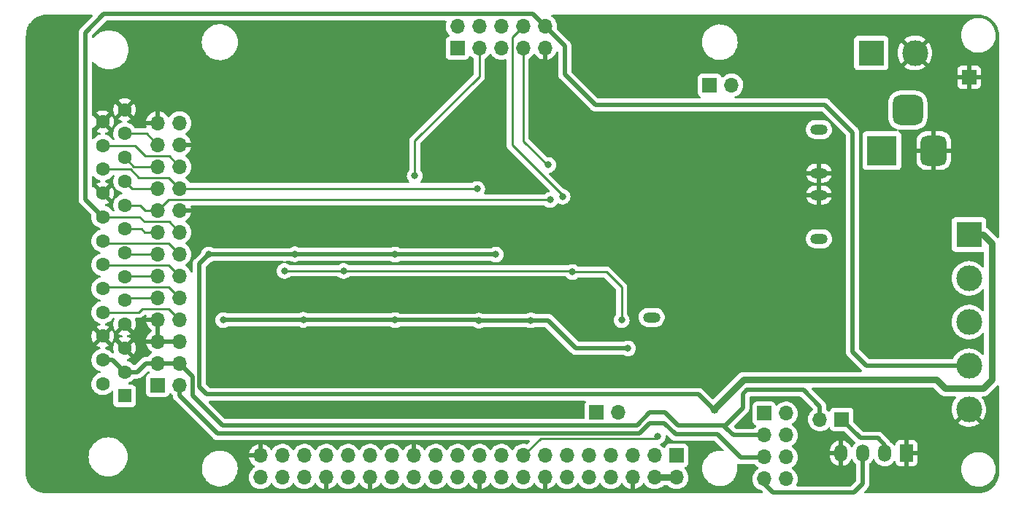
<source format=gbr>
G04 #@! TF.GenerationSoftware,KiCad,Pcbnew,(6.0.4-0)*
G04 #@! TF.CreationDate,2022-04-08T08:31:38+02:00*
G04 #@! TF.ProjectId,FluCom2,466c7543-6f6d-4322-9e6b-696361645f70,2.3*
G04 #@! TF.SameCoordinates,Original*
G04 #@! TF.FileFunction,Copper,L2,Bot*
G04 #@! TF.FilePolarity,Positive*
%FSLAX46Y46*%
G04 Gerber Fmt 4.6, Leading zero omitted, Abs format (unit mm)*
G04 Created by KiCad (PCBNEW (6.0.4-0)) date 2022-04-08 08:31:38*
%MOMM*%
%LPD*%
G01*
G04 APERTURE LIST*
G04 Aperture macros list*
%AMRoundRect*
0 Rectangle with rounded corners*
0 $1 Rounding radius*
0 $2 $3 $4 $5 $6 $7 $8 $9 X,Y pos of 4 corners*
0 Add a 4 corners polygon primitive as box body*
4,1,4,$2,$3,$4,$5,$6,$7,$8,$9,$2,$3,0*
0 Add four circle primitives for the rounded corners*
1,1,$1+$1,$2,$3*
1,1,$1+$1,$4,$5*
1,1,$1+$1,$6,$7*
1,1,$1+$1,$8,$9*
0 Add four rect primitives between the rounded corners*
20,1,$1+$1,$2,$3,$4,$5,0*
20,1,$1+$1,$4,$5,$6,$7,0*
20,1,$1+$1,$6,$7,$8,$9,0*
20,1,$1+$1,$8,$9,$2,$3,0*%
G04 Aperture macros list end*
G04 #@! TA.AperFunction,ComponentPad*
%ADD10R,1.700000X1.700000*%
G04 #@! TD*
G04 #@! TA.AperFunction,ComponentPad*
%ADD11O,1.700000X1.700000*%
G04 #@! TD*
G04 #@! TA.AperFunction,ComponentPad*
%ADD12R,3.500000X3.500000*%
G04 #@! TD*
G04 #@! TA.AperFunction,ComponentPad*
%ADD13RoundRect,0.750000X0.750000X1.000000X-0.750000X1.000000X-0.750000X-1.000000X0.750000X-1.000000X0*%
G04 #@! TD*
G04 #@! TA.AperFunction,ComponentPad*
%ADD14RoundRect,0.875000X0.875000X0.875000X-0.875000X0.875000X-0.875000X-0.875000X0.875000X-0.875000X0*%
G04 #@! TD*
G04 #@! TA.AperFunction,ComponentPad*
%ADD15R,3.000000X3.000000*%
G04 #@! TD*
G04 #@! TA.AperFunction,ComponentPad*
%ADD16C,3.000000*%
G04 #@! TD*
G04 #@! TA.AperFunction,ComponentPad*
%ADD17R,1.500000X2.000000*%
G04 #@! TD*
G04 #@! TA.AperFunction,ComponentPad*
%ADD18O,1.500000X2.000000*%
G04 #@! TD*
G04 #@! TA.AperFunction,ComponentPad*
%ADD19R,1.600000X1.600000*%
G04 #@! TD*
G04 #@! TA.AperFunction,ComponentPad*
%ADD20C,1.600000*%
G04 #@! TD*
G04 #@! TA.AperFunction,ComponentPad*
%ADD21O,2.000000X1.200000*%
G04 #@! TD*
G04 #@! TA.AperFunction,ViaPad*
%ADD22C,0.800000*%
G04 #@! TD*
G04 #@! TA.AperFunction,ViaPad*
%ADD23C,1.000000*%
G04 #@! TD*
G04 #@! TA.AperFunction,Conductor*
%ADD24C,0.500000*%
G04 #@! TD*
G04 #@! TA.AperFunction,Conductor*
%ADD25C,0.250000*%
G04 #@! TD*
G04 #@! TA.AperFunction,Conductor*
%ADD26C,0.800000*%
G04 #@! TD*
G04 #@! TA.AperFunction,Conductor*
%ADD27C,0.249987*%
G04 #@! TD*
G04 APERTURE END LIST*
D10*
X133000000Y-135500000D03*
D11*
X133000000Y-138040000D03*
X130460000Y-135500000D03*
X130460000Y-138040000D03*
X127920000Y-135500000D03*
X127920000Y-138040000D03*
X125380000Y-135500000D03*
X125380000Y-138040000D03*
X122840000Y-135500000D03*
X122840000Y-138040000D03*
X120300000Y-135500000D03*
X120300000Y-138040000D03*
X117760000Y-135500000D03*
X117760000Y-138040000D03*
X115220000Y-135500000D03*
X115220000Y-138040000D03*
X112680000Y-135500000D03*
X112680000Y-138040000D03*
X110140000Y-135500000D03*
X110140000Y-138040000D03*
X107600000Y-135500000D03*
X107600000Y-138040000D03*
X105060000Y-135500000D03*
X105060000Y-138040000D03*
X102520000Y-135500000D03*
X102520000Y-138040000D03*
X99980000Y-135500000D03*
X99980000Y-138040000D03*
X97440000Y-135500000D03*
X97440000Y-138040000D03*
X94900000Y-135500000D03*
X94900000Y-138040000D03*
X92360000Y-135500000D03*
X92360000Y-138040000D03*
X89820000Y-135500000D03*
X89820000Y-138040000D03*
X87280000Y-135500000D03*
X87280000Y-138040000D03*
X84740000Y-135500000D03*
X84740000Y-138040000D03*
D10*
X72785000Y-127325000D03*
D11*
X72785000Y-124785000D03*
X72785000Y-122245000D03*
X72785000Y-119705000D03*
X72785000Y-117165000D03*
X72785000Y-114625000D03*
X72785000Y-112085000D03*
X72785000Y-109545000D03*
X72785000Y-107005000D03*
X72785000Y-104465000D03*
X72785000Y-101925000D03*
X72785000Y-99385000D03*
X72785000Y-96845000D03*
X75325000Y-127325000D03*
X75325000Y-124785000D03*
X75325000Y-122245000D03*
X75325000Y-119705000D03*
X75325000Y-117165000D03*
X75325000Y-114625000D03*
X75325000Y-112085000D03*
X75325000Y-109545000D03*
X75325000Y-107005000D03*
X75325000Y-104465000D03*
X75325000Y-101925000D03*
X75325000Y-99385000D03*
X75325000Y-96845000D03*
D12*
X156814000Y-100050000D03*
D13*
X162814000Y-100050000D03*
D14*
X159814000Y-95350000D03*
D15*
X166900000Y-109825000D03*
D16*
X166900000Y-114905000D03*
X166900000Y-119985000D03*
X166900000Y-125065000D03*
X166900000Y-130145000D03*
D15*
X155560000Y-88700000D03*
D16*
X160640000Y-88700000D03*
D10*
X152146000Y-131300000D03*
D11*
X149606000Y-131300000D03*
D10*
X166925000Y-91525000D03*
D17*
X159650000Y-135225000D03*
D18*
X157110000Y-135225000D03*
X154570000Y-135225000D03*
X152030000Y-135225000D03*
D19*
X68961000Y-128550000D03*
D20*
X68961000Y-125780000D03*
X68961000Y-123010000D03*
X68961000Y-120240000D03*
X68961000Y-117470000D03*
X68961000Y-114700000D03*
X68961000Y-111930000D03*
X68961000Y-109160000D03*
X68961000Y-106390000D03*
X68961000Y-103620000D03*
X68961000Y-100850000D03*
X68961000Y-98080000D03*
X68961000Y-95310000D03*
X66421000Y-127165000D03*
X66421000Y-124395000D03*
X66421000Y-121625000D03*
X66421000Y-118855000D03*
X66421000Y-116085000D03*
X66421000Y-113315000D03*
X66421000Y-110545000D03*
X66421000Y-107775000D03*
X66421000Y-105005000D03*
X66421000Y-102235000D03*
X66421000Y-99465000D03*
X66421000Y-96695000D03*
D10*
X123710000Y-130500000D03*
D11*
X126250000Y-130500000D03*
D10*
X143150000Y-130600000D03*
D11*
X145690000Y-130600000D03*
X143150000Y-133140000D03*
X145690000Y-133140000D03*
X143150000Y-135680000D03*
X145690000Y-135680000D03*
X143150000Y-138220000D03*
X145690000Y-138220000D03*
D21*
X149500000Y-97590000D03*
X149500000Y-102670000D03*
X149500000Y-105210000D03*
X149500000Y-110290000D03*
X130094000Y-119434000D03*
D10*
X136825000Y-92450000D03*
D11*
X139365000Y-92450000D03*
D10*
X107574000Y-88143000D03*
D11*
X107574000Y-85603000D03*
X110114000Y-88143000D03*
X110114000Y-85603000D03*
X112654000Y-88143000D03*
X112654000Y-85603000D03*
X115194000Y-88143000D03*
X115194000Y-85603000D03*
X117734000Y-88143000D03*
X117734000Y-85603000D03*
D22*
X100330000Y-119761000D03*
X127343493Y-123042991D03*
X89700000Y-119723000D03*
X116078000Y-119786400D03*
X80400000Y-119752000D03*
X110050000Y-119820000D03*
D23*
X86900000Y-109500000D03*
X86850000Y-126350000D03*
X152196800Y-128828800D03*
X107797600Y-100838000D03*
X123850400Y-117754400D03*
X120269000Y-126746000D03*
X162052000Y-123037600D03*
X141448000Y-115275000D03*
X95910400Y-94234000D03*
X96418400Y-130098800D03*
X140868400Y-131826000D03*
X106172000Y-126238000D03*
X96520000Y-126288800D03*
X113919000Y-125095000D03*
X89865200Y-126339600D03*
X137414000Y-130175000D03*
D22*
X112014000Y-112141000D03*
X78711599Y-112129401D03*
X100330000Y-112141000D03*
X88700000Y-112100000D03*
X102616000Y-102997000D03*
X130810000Y-133262500D03*
X126619000Y-119761000D03*
X87503000Y-114046000D03*
X94361000Y-114046000D03*
X120904000Y-114173000D03*
X118316618Y-105791781D03*
X109855000Y-104521000D03*
X118110000Y-101727000D03*
X119761000Y-105410000D03*
D24*
X80400000Y-119752000D02*
X89671000Y-119752000D01*
D25*
X100292000Y-119723000D02*
X100330000Y-119761000D01*
D24*
X127343493Y-123042991D02*
X121315791Y-123042991D01*
X109991000Y-119761000D02*
X100330000Y-119761000D01*
X110050000Y-119820000D02*
X116044400Y-119820000D01*
D25*
X110050000Y-119820000D02*
X109991000Y-119761000D01*
D24*
X118059200Y-119786400D02*
X116078000Y-119786400D01*
X89700000Y-119723000D02*
X100292000Y-119723000D01*
X116044400Y-119820000D02*
X116078000Y-119786400D01*
X121315791Y-123042991D02*
X118059200Y-119786400D01*
D25*
X89671000Y-119752000D02*
X89700000Y-119723000D01*
D26*
X163169600Y-126695200D02*
X164185600Y-127711200D01*
D24*
X78486000Y-128397000D02*
X77597000Y-127508000D01*
X100289000Y-112100000D02*
X100330000Y-112141000D01*
D26*
X133000000Y-138040000D02*
X130460000Y-138040000D01*
X140766800Y-126695200D02*
X163169600Y-126695200D01*
D24*
X77597000Y-113244000D02*
X78711599Y-112129401D01*
D26*
X168554400Y-127711200D02*
X169570400Y-126695200D01*
X169570400Y-126695200D02*
X169570400Y-110845600D01*
X137414000Y-130175000D02*
X137414000Y-130048000D01*
D24*
X135509000Y-128397000D02*
X78486000Y-128397000D01*
X100330000Y-112141000D02*
X112014000Y-112141000D01*
X77597000Y-127508000D02*
X77597000Y-113244000D01*
X88700000Y-112100000D02*
X100289000Y-112100000D01*
X137287000Y-130175000D02*
X135509000Y-128397000D01*
X78723198Y-112141000D02*
X78711599Y-112129401D01*
D26*
X137414000Y-130048000D02*
X140766800Y-126695200D01*
X169570400Y-110845600D02*
X168549800Y-109825000D01*
X164185600Y-127711200D02*
X168554400Y-127711200D01*
D24*
X88659000Y-112141000D02*
X78723198Y-112141000D01*
X88700000Y-112100000D02*
X88659000Y-112141000D01*
D26*
X168549800Y-109825000D02*
X166900000Y-109825000D01*
D24*
X152146000Y-131300000D02*
X154323000Y-133477000D01*
X157110000Y-134250000D02*
X157110000Y-135225000D01*
X154323000Y-133477000D02*
X156337000Y-133477000D01*
X156337000Y-133477000D02*
X157110000Y-134250000D01*
X144195800Y-139827000D02*
X153543000Y-139827000D01*
X154570000Y-138800000D02*
X154570000Y-135225000D01*
X153543000Y-139827000D02*
X154570000Y-138800000D01*
X143150000Y-138781200D02*
X144195800Y-139827000D01*
X143150000Y-138220000D02*
X143150000Y-138781200D01*
D27*
X102616000Y-102997000D02*
X102616000Y-98933000D01*
X102616000Y-98933000D02*
X110114000Y-91435000D01*
X110114000Y-91435000D02*
X110114000Y-88143000D01*
X130554396Y-133518104D02*
X130810000Y-133262500D01*
X115220000Y-135500000D02*
X117201896Y-133518104D01*
X117201896Y-133518104D02*
X130554396Y-133518104D01*
X126619000Y-115951000D02*
X126619000Y-119761000D01*
X124841000Y-114173000D02*
X126619000Y-115951000D01*
X120777000Y-114046000D02*
X120904000Y-114173000D01*
X120904000Y-114173000D02*
X124841000Y-114173000D01*
X87503000Y-114046000D02*
X120777000Y-114046000D01*
D24*
X138684000Y-131978400D02*
X140665200Y-129997200D01*
X138859001Y-132412999D02*
X139586002Y-133140000D01*
X140665200Y-129997200D02*
X140665200Y-128320800D01*
X149606000Y-129794000D02*
X149606000Y-131300000D01*
X71430000Y-124785000D02*
X72785000Y-124785000D01*
X75325000Y-124785000D02*
X76835000Y-126295000D01*
X129895600Y-130505200D02*
X131673600Y-130505200D01*
X76835000Y-128524000D02*
X80301090Y-131990090D01*
X67576000Y-124395000D02*
X68961000Y-125780000D01*
X138328400Y-131978400D02*
X138684000Y-131978400D01*
X147701000Y-127889000D02*
X149606000Y-129794000D01*
X131673600Y-130505200D02*
X133158490Y-131990090D01*
X140665200Y-128320800D02*
X141097000Y-127889000D01*
X70435000Y-125780000D02*
X71430000Y-124785000D01*
X80301090Y-131990090D02*
X128410710Y-131990090D01*
X139586002Y-133140000D02*
X143150000Y-133140000D01*
X138436092Y-131990090D02*
X138859001Y-132412999D01*
X68961000Y-125780000D02*
X70435000Y-125780000D01*
X128410710Y-131990090D02*
X129895600Y-130505200D01*
X66421000Y-124395000D02*
X67576000Y-124395000D01*
X141097000Y-127889000D02*
X147701000Y-127889000D01*
X72785000Y-124785000D02*
X75325000Y-124785000D01*
X133158490Y-131990090D02*
X138436092Y-131990090D01*
X76835000Y-126295000D02*
X76835000Y-128524000D01*
D25*
X72785000Y-117165000D02*
X69266000Y-117165000D01*
X72785000Y-114625000D02*
X69036000Y-114625000D01*
X72785000Y-112085000D02*
X69116000Y-112085000D01*
X70918000Y-109160000D02*
X71303000Y-109545000D01*
X68961000Y-109160000D02*
X70918000Y-109160000D01*
X72785000Y-109545000D02*
X71303000Y-109545000D01*
X72785000Y-107005000D02*
X74024400Y-105765600D01*
X74024400Y-105765600D02*
X118290437Y-105765600D01*
X71318000Y-107005000D02*
X72785000Y-107005000D01*
X70739000Y-106426000D02*
X71318000Y-107005000D01*
X118290437Y-105765600D02*
X118316618Y-105791781D01*
X68997000Y-106426000D02*
X70739000Y-106426000D01*
X69806000Y-104465000D02*
X68961000Y-103620000D01*
X72785000Y-104465000D02*
X69806000Y-104465000D01*
X70036000Y-101925000D02*
X68961000Y-100850000D01*
X72785000Y-101925000D02*
X70036000Y-101925000D01*
X72785000Y-99385000D02*
X71480000Y-98080000D01*
X71480000Y-98080000D02*
X68961000Y-98080000D01*
D24*
X137769600Y-133045200D02*
X132906171Y-133045200D01*
X128676400Y-132943600D02*
X79741519Y-132943600D01*
X79741519Y-132943600D02*
X75325000Y-128527081D01*
X132906171Y-133045200D02*
X131585371Y-131724400D01*
X129895600Y-131724400D02*
X128676400Y-132943600D01*
X75325000Y-128527081D02*
X75325000Y-127325000D01*
X140466400Y-135742000D02*
X137769600Y-133045200D01*
X131585371Y-131724400D02*
X129895600Y-131724400D01*
X143150000Y-135742000D02*
X140466400Y-135742000D01*
D27*
X71018400Y-118465600D02*
X74085600Y-118465600D01*
X66421000Y-118855000D02*
X70629000Y-118855000D01*
X70629000Y-118855000D02*
X71018400Y-118465600D01*
X74085600Y-118465600D02*
X75325000Y-119705000D01*
X66580400Y-115925600D02*
X74085600Y-115925600D01*
X74085600Y-115925600D02*
X75325000Y-117165000D01*
X66515504Y-115990496D02*
X66580400Y-115925600D01*
X66440800Y-113334800D02*
X74034800Y-113334800D01*
X74034800Y-113334800D02*
X75325000Y-114625000D01*
X66421000Y-113315000D02*
X66440800Y-113334800D01*
D25*
X75325000Y-112085000D02*
X74034800Y-110794800D01*
X74034800Y-110794800D02*
X66670800Y-110794800D01*
X66670800Y-110794800D02*
X66595511Y-110719511D01*
D24*
X120015000Y-87884000D02*
X120015000Y-91186000D01*
X153416000Y-123444000D02*
X155037000Y-125065000D01*
X66548000Y-84201000D02*
X116332000Y-84201000D01*
X150215600Y-94742000D02*
X153416000Y-97942400D01*
X64389000Y-105743000D02*
X64389000Y-86360000D01*
D25*
X75325000Y-109545000D02*
X74111000Y-108331000D01*
X70691000Y-107775000D02*
X66421000Y-107775000D01*
D24*
X117734000Y-85603000D02*
X120015000Y-87884000D01*
D25*
X71247000Y-108331000D02*
X70691000Y-107775000D01*
D24*
X120015000Y-91186000D02*
X123571000Y-94742000D01*
X155037000Y-125065000D02*
X166900000Y-125065000D01*
D25*
X74111000Y-108331000D02*
X71247000Y-108331000D01*
D24*
X64389000Y-86360000D02*
X66548000Y-84201000D01*
X123571000Y-94742000D02*
X150215600Y-94742000D01*
X153416000Y-97942400D02*
X153416000Y-123444000D01*
X66421000Y-107775000D02*
X64389000Y-105743000D01*
X116332000Y-84201000D02*
X117734000Y-85603000D01*
D25*
X69621400Y-102235000D02*
X66421000Y-102235000D01*
X70612000Y-103225600D02*
X69621400Y-102235000D01*
X74085600Y-103225600D02*
X70612000Y-103225600D01*
X75325000Y-104465000D02*
X74085600Y-103225600D01*
X109799000Y-104465000D02*
X109855000Y-104521000D01*
X75325000Y-104465000D02*
X109799000Y-104465000D01*
X70128000Y-99465000D02*
X66421000Y-99465000D01*
X75325000Y-101925000D02*
X74111000Y-100711000D01*
X74111000Y-100711000D02*
X71374000Y-100711000D01*
X71374000Y-100711000D02*
X70128000Y-99465000D01*
X115194000Y-88143000D02*
X115194000Y-98938000D01*
X115194000Y-98938000D02*
X117983000Y-101727000D01*
X117983000Y-101727000D02*
X118110000Y-101727000D01*
X119761000Y-105283000D02*
X119761000Y-105410000D01*
X113919000Y-86878000D02*
X113919000Y-99441000D01*
X115194000Y-85603000D02*
X113919000Y-86878000D01*
X113919000Y-99441000D02*
X119761000Y-105283000D01*
G04 #@! TA.AperFunction,Conductor*
G36*
X65181750Y-84278502D02*
G01*
X65228243Y-84332158D01*
X65238347Y-84402432D01*
X65208853Y-84467012D01*
X65202724Y-84473595D01*
X63900089Y-85776230D01*
X63885677Y-85788616D01*
X63874082Y-85797149D01*
X63874077Y-85797154D01*
X63868182Y-85801492D01*
X63863443Y-85807070D01*
X63863440Y-85807073D01*
X63833965Y-85841768D01*
X63827035Y-85849284D01*
X63821340Y-85854979D01*
X63819060Y-85857861D01*
X63803719Y-85877251D01*
X63800928Y-85880655D01*
X63759499Y-85929420D01*
X63753667Y-85936285D01*
X63750339Y-85942801D01*
X63746972Y-85947850D01*
X63743805Y-85952979D01*
X63739266Y-85958716D01*
X63708345Y-86024875D01*
X63706442Y-86028769D01*
X63673231Y-86093808D01*
X63671492Y-86100916D01*
X63669393Y-86106559D01*
X63667476Y-86112322D01*
X63664378Y-86118950D01*
X63662888Y-86126112D01*
X63662888Y-86126113D01*
X63649514Y-86190412D01*
X63648544Y-86194696D01*
X63631192Y-86265610D01*
X63630500Y-86276764D01*
X63630464Y-86276762D01*
X63630225Y-86280755D01*
X63629851Y-86284947D01*
X63628360Y-86292115D01*
X63628558Y-86299432D01*
X63630454Y-86369521D01*
X63630500Y-86372928D01*
X63630500Y-105675930D01*
X63629067Y-105694880D01*
X63625801Y-105716349D01*
X63626394Y-105723641D01*
X63626394Y-105723644D01*
X63630085Y-105769018D01*
X63630500Y-105779233D01*
X63630500Y-105787293D01*
X63630925Y-105790937D01*
X63633789Y-105815507D01*
X63634222Y-105819882D01*
X63637557Y-105860877D01*
X63640140Y-105892637D01*
X63642396Y-105899601D01*
X63643587Y-105905560D01*
X63644971Y-105911415D01*
X63645818Y-105918681D01*
X63670735Y-105987327D01*
X63672152Y-105991455D01*
X63683008Y-106024964D01*
X63694649Y-106060899D01*
X63698445Y-106067154D01*
X63700951Y-106072628D01*
X63703670Y-106078058D01*
X63706167Y-106084937D01*
X63710180Y-106091057D01*
X63710180Y-106091058D01*
X63746186Y-106145976D01*
X63748523Y-106149680D01*
X63786405Y-106212107D01*
X63790121Y-106216315D01*
X63790122Y-106216316D01*
X63793803Y-106220484D01*
X63793776Y-106220508D01*
X63796429Y-106223500D01*
X63799132Y-106226733D01*
X63803144Y-106232852D01*
X63808456Y-106237884D01*
X63859383Y-106286128D01*
X63861825Y-106288506D01*
X65085329Y-107512010D01*
X65119355Y-107574322D01*
X65121755Y-107612087D01*
X65107502Y-107775000D01*
X65127457Y-108003087D01*
X65128881Y-108008400D01*
X65128881Y-108008402D01*
X65184155Y-108214684D01*
X65186716Y-108224243D01*
X65189039Y-108229224D01*
X65189039Y-108229225D01*
X65281151Y-108426762D01*
X65281154Y-108426767D01*
X65283477Y-108431749D01*
X65414802Y-108619300D01*
X65576700Y-108781198D01*
X65581208Y-108784355D01*
X65581211Y-108784357D01*
X65659389Y-108839098D01*
X65764251Y-108912523D01*
X65769233Y-108914846D01*
X65769238Y-108914849D01*
X65931416Y-108990473D01*
X65971757Y-109009284D01*
X65977065Y-109010706D01*
X65977067Y-109010707D01*
X66080019Y-109038293D01*
X66140642Y-109075245D01*
X66171663Y-109139106D01*
X66163235Y-109209600D01*
X66118032Y-109264347D01*
X66080019Y-109281707D01*
X65977067Y-109309293D01*
X65977065Y-109309294D01*
X65971757Y-109310716D01*
X65966776Y-109313039D01*
X65966775Y-109313039D01*
X65769238Y-109405151D01*
X65769233Y-109405154D01*
X65764251Y-109407477D01*
X65660823Y-109479898D01*
X65581211Y-109535643D01*
X65581208Y-109535645D01*
X65576700Y-109538802D01*
X65414802Y-109700700D01*
X65411645Y-109705208D01*
X65411643Y-109705211D01*
X65390846Y-109734913D01*
X65283477Y-109888251D01*
X65281154Y-109893233D01*
X65281151Y-109893238D01*
X65216349Y-110032208D01*
X65186716Y-110095757D01*
X65185294Y-110101065D01*
X65185293Y-110101067D01*
X65145044Y-110251277D01*
X65127457Y-110316913D01*
X65107502Y-110545000D01*
X65127457Y-110773087D01*
X65186716Y-110994243D01*
X65189039Y-110999224D01*
X65189039Y-110999225D01*
X65281151Y-111196762D01*
X65281154Y-111196767D01*
X65283477Y-111201749D01*
X65335025Y-111275367D01*
X65410041Y-111382500D01*
X65414802Y-111389300D01*
X65576700Y-111551198D01*
X65581208Y-111554355D01*
X65581211Y-111554357D01*
X65652189Y-111604056D01*
X65764251Y-111682523D01*
X65769233Y-111684846D01*
X65769238Y-111684849D01*
X65964133Y-111775729D01*
X65971757Y-111779284D01*
X65977065Y-111780706D01*
X65977067Y-111780707D01*
X66080019Y-111808293D01*
X66140642Y-111845245D01*
X66171663Y-111909106D01*
X66163235Y-111979600D01*
X66118032Y-112034347D01*
X66080019Y-112051707D01*
X65977067Y-112079293D01*
X65977065Y-112079294D01*
X65971757Y-112080716D01*
X65966776Y-112083039D01*
X65966775Y-112083039D01*
X65769238Y-112175151D01*
X65769233Y-112175154D01*
X65764251Y-112177477D01*
X65659389Y-112250902D01*
X65581211Y-112305643D01*
X65581208Y-112305645D01*
X65576700Y-112308802D01*
X65414802Y-112470700D01*
X65283477Y-112658251D01*
X65281154Y-112663233D01*
X65281151Y-112663238D01*
X65197460Y-112842716D01*
X65186716Y-112865757D01*
X65185294Y-112871065D01*
X65185293Y-112871067D01*
X65129657Y-113078701D01*
X65127457Y-113086913D01*
X65107502Y-113315000D01*
X65127457Y-113543087D01*
X65128881Y-113548400D01*
X65128881Y-113548402D01*
X65168664Y-113696871D01*
X65186716Y-113764243D01*
X65189039Y-113769224D01*
X65189039Y-113769225D01*
X65281151Y-113966762D01*
X65281154Y-113966767D01*
X65283477Y-113971749D01*
X65335468Y-114046000D01*
X65381840Y-114112225D01*
X65414802Y-114159300D01*
X65576700Y-114321198D01*
X65581208Y-114324355D01*
X65581211Y-114324357D01*
X65659389Y-114379098D01*
X65764251Y-114452523D01*
X65769233Y-114454846D01*
X65769238Y-114454849D01*
X65966775Y-114546961D01*
X65971757Y-114549284D01*
X65977065Y-114550706D01*
X65977067Y-114550707D01*
X66080019Y-114578293D01*
X66140642Y-114615245D01*
X66171663Y-114679106D01*
X66163235Y-114749600D01*
X66118032Y-114804347D01*
X66080019Y-114821707D01*
X65977067Y-114849293D01*
X65977065Y-114849294D01*
X65971757Y-114850716D01*
X65966776Y-114853039D01*
X65966775Y-114853039D01*
X65769238Y-114945151D01*
X65769233Y-114945154D01*
X65764251Y-114947477D01*
X65736651Y-114966803D01*
X65581211Y-115075643D01*
X65581208Y-115075645D01*
X65576700Y-115078802D01*
X65414802Y-115240700D01*
X65411645Y-115245208D01*
X65411643Y-115245211D01*
X65392812Y-115272105D01*
X65283477Y-115428251D01*
X65281154Y-115433233D01*
X65281151Y-115433238D01*
X65202078Y-115602813D01*
X65186716Y-115635757D01*
X65185294Y-115641065D01*
X65185293Y-115641067D01*
X65136776Y-115822134D01*
X65127457Y-115856913D01*
X65107502Y-116085000D01*
X65127457Y-116313087D01*
X65128881Y-116318400D01*
X65128881Y-116318402D01*
X65183125Y-116520840D01*
X65186716Y-116534243D01*
X65189039Y-116539224D01*
X65189039Y-116539225D01*
X65281151Y-116736762D01*
X65281153Y-116736765D01*
X65283477Y-116741749D01*
X65334159Y-116814130D01*
X65404732Y-116914918D01*
X65414802Y-116929300D01*
X65576700Y-117091198D01*
X65581208Y-117094355D01*
X65581211Y-117094357D01*
X65659389Y-117149098D01*
X65764251Y-117222523D01*
X65769233Y-117224846D01*
X65769238Y-117224849D01*
X65966775Y-117316961D01*
X65971757Y-117319284D01*
X65977065Y-117320706D01*
X65977067Y-117320707D01*
X66080019Y-117348293D01*
X66140642Y-117385245D01*
X66171663Y-117449106D01*
X66163235Y-117519600D01*
X66118032Y-117574347D01*
X66080019Y-117591707D01*
X65977067Y-117619293D01*
X65977065Y-117619294D01*
X65971757Y-117620716D01*
X65966776Y-117623039D01*
X65966775Y-117623039D01*
X65769238Y-117715151D01*
X65769233Y-117715154D01*
X65764251Y-117717477D01*
X65675508Y-117779616D01*
X65581211Y-117845643D01*
X65581208Y-117845645D01*
X65576700Y-117848802D01*
X65414802Y-118010700D01*
X65411645Y-118015208D01*
X65411643Y-118015211D01*
X65388342Y-118048489D01*
X65283477Y-118198251D01*
X65281154Y-118203233D01*
X65281151Y-118203238D01*
X65189039Y-118400775D01*
X65186716Y-118405757D01*
X65185294Y-118411065D01*
X65185293Y-118411067D01*
X65132057Y-118609746D01*
X65127457Y-118626913D01*
X65107502Y-118855000D01*
X65127457Y-119083087D01*
X65128881Y-119088400D01*
X65128881Y-119088402D01*
X65181045Y-119283077D01*
X65186716Y-119304243D01*
X65189039Y-119309224D01*
X65189039Y-119309225D01*
X65281151Y-119506762D01*
X65281154Y-119506767D01*
X65283477Y-119511749D01*
X65329611Y-119577635D01*
X65409545Y-119691792D01*
X65414802Y-119699300D01*
X65576700Y-119861198D01*
X65581208Y-119864355D01*
X65581211Y-119864357D01*
X65620515Y-119891878D01*
X65764251Y-119992523D01*
X65769233Y-119994846D01*
X65769238Y-119994849D01*
X65942083Y-120075447D01*
X65971757Y-120089284D01*
X66058919Y-120112639D01*
X66080986Y-120118552D01*
X66141608Y-120155504D01*
X66172630Y-120219365D01*
X66164201Y-120289859D01*
X66118998Y-120344606D01*
X66080985Y-120361966D01*
X65977239Y-120389764D01*
X65966947Y-120393510D01*
X65769489Y-120485586D01*
X65759994Y-120491069D01*
X65707952Y-120527509D01*
X65699576Y-120537988D01*
X65706644Y-120551434D01*
X66408188Y-121252978D01*
X66422132Y-121260592D01*
X66423965Y-121260461D01*
X66430580Y-121256210D01*
X67136077Y-120550713D01*
X67142507Y-120538938D01*
X67133211Y-120526923D01*
X67082006Y-120491069D01*
X67072511Y-120485586D01*
X66875053Y-120393510D01*
X66864761Y-120389764D01*
X66761015Y-120361966D01*
X66700392Y-120325015D01*
X66669371Y-120261154D01*
X66677799Y-120190660D01*
X66723002Y-120135912D01*
X66761014Y-120118552D01*
X66783082Y-120112639D01*
X66870243Y-120089284D01*
X66899917Y-120075447D01*
X67072762Y-119994849D01*
X67072767Y-119994846D01*
X67077749Y-119992523D01*
X67221485Y-119891878D01*
X67260789Y-119864357D01*
X67260792Y-119864355D01*
X67265300Y-119861198D01*
X67427198Y-119699300D01*
X67430357Y-119694789D01*
X67537186Y-119542222D01*
X67592643Y-119497894D01*
X67640399Y-119488493D01*
X67670435Y-119488493D01*
X67738556Y-119508495D01*
X67785049Y-119562151D01*
X67795153Y-119632425D01*
X67784630Y-119667743D01*
X67729510Y-119785947D01*
X67725764Y-119796239D01*
X67669375Y-120006688D01*
X67667472Y-120017481D01*
X67648483Y-120234525D01*
X67648483Y-120245475D01*
X67667472Y-120462519D01*
X67669375Y-120473312D01*
X67725764Y-120683761D01*
X67729510Y-120694053D01*
X67821586Y-120891511D01*
X67827069Y-120901006D01*
X67863509Y-120953048D01*
X67873988Y-120961424D01*
X67887434Y-120954356D01*
X68871905Y-119969885D01*
X68934217Y-119935859D01*
X69005032Y-119940924D01*
X69050095Y-119969885D01*
X70035287Y-120955077D01*
X70047062Y-120961507D01*
X70059077Y-120952211D01*
X70094931Y-120901006D01*
X70100414Y-120891511D01*
X70192490Y-120694053D01*
X70196236Y-120683761D01*
X70252625Y-120473312D01*
X70254528Y-120462519D01*
X70273517Y-120245475D01*
X70273517Y-120234525D01*
X70254528Y-120017481D01*
X70252625Y-120006688D01*
X70196236Y-119796239D01*
X70192490Y-119785947D01*
X70137370Y-119667743D01*
X70126709Y-119597552D01*
X70155689Y-119532739D01*
X70215108Y-119493882D01*
X70251565Y-119488493D01*
X70550237Y-119488493D01*
X70561421Y-119489020D01*
X70568909Y-119490694D01*
X70576832Y-119490445D01*
X70636967Y-119488555D01*
X70640925Y-119488493D01*
X70668855Y-119488493D01*
X70672770Y-119487998D01*
X70672774Y-119487998D01*
X70672832Y-119487990D01*
X70672861Y-119487987D01*
X70684703Y-119487054D01*
X70728888Y-119485666D01*
X70748340Y-119480015D01*
X70767692Y-119476007D01*
X70779929Y-119474461D01*
X70779930Y-119474461D01*
X70787795Y-119473467D01*
X70795165Y-119470549D01*
X70795169Y-119470548D01*
X70828905Y-119457191D01*
X70840135Y-119453346D01*
X70874980Y-119443223D01*
X70874981Y-119443222D01*
X70882590Y-119441012D01*
X70889409Y-119436979D01*
X70889414Y-119436977D01*
X70900025Y-119430701D01*
X70917775Y-119422004D01*
X70936613Y-119414546D01*
X70972377Y-119388562D01*
X70982299Y-119382044D01*
X71013535Y-119363572D01*
X71013540Y-119363568D01*
X71020358Y-119359536D01*
X71034681Y-119345213D01*
X71049708Y-119332378D01*
X71066102Y-119320467D01*
X71071151Y-119314364D01*
X71071155Y-119314360D01*
X71094293Y-119286390D01*
X71102283Y-119277611D01*
X71243896Y-119135998D01*
X71306208Y-119101972D01*
X71332991Y-119099093D01*
X71378007Y-119099093D01*
X71446128Y-119119095D01*
X71492621Y-119172751D01*
X71502725Y-119243025D01*
X71499424Y-119258766D01*
X71449389Y-119439184D01*
X71450912Y-119447607D01*
X71463292Y-119451000D01*
X72913000Y-119451000D01*
X72981121Y-119471002D01*
X73027614Y-119524658D01*
X73039000Y-119577000D01*
X73039000Y-121972885D01*
X73043475Y-121988124D01*
X73044865Y-121989329D01*
X73052548Y-121991000D01*
X75453000Y-121991000D01*
X75521121Y-122011002D01*
X75567614Y-122064658D01*
X75579000Y-122117000D01*
X75579000Y-122373000D01*
X75558998Y-122441121D01*
X75505342Y-122487614D01*
X75453000Y-122499000D01*
X71468225Y-122499000D01*
X71454694Y-122502973D01*
X71453257Y-122512966D01*
X71483565Y-122647446D01*
X71486645Y-122657275D01*
X71566770Y-122854603D01*
X71571413Y-122863794D01*
X71682694Y-123045388D01*
X71688777Y-123053699D01*
X71828213Y-123214667D01*
X71835580Y-123221883D01*
X71999434Y-123357916D01*
X72007881Y-123363831D01*
X72076969Y-123404203D01*
X72125693Y-123455842D01*
X72138764Y-123525625D01*
X72112033Y-123591396D01*
X72071584Y-123624752D01*
X72058607Y-123631507D01*
X72054474Y-123634610D01*
X72054471Y-123634612D01*
X71884100Y-123762530D01*
X71879965Y-123765635D01*
X71839146Y-123808350D01*
X71738990Y-123913157D01*
X71725629Y-123927138D01*
X71695363Y-123971507D01*
X71640455Y-124016507D01*
X71591277Y-124026500D01*
X71497063Y-124026500D01*
X71478114Y-124025067D01*
X71477907Y-124025036D01*
X71456651Y-124021802D01*
X71449359Y-124022395D01*
X71449356Y-124022395D01*
X71403991Y-124026085D01*
X71393777Y-124026500D01*
X71385707Y-124026500D01*
X71382087Y-124026922D01*
X71382069Y-124026923D01*
X71357461Y-124029792D01*
X71353100Y-124030224D01*
X71327981Y-124032267D01*
X71287661Y-124035546D01*
X71287658Y-124035547D01*
X71280363Y-124036140D01*
X71273399Y-124038396D01*
X71267440Y-124039587D01*
X71261585Y-124040971D01*
X71254319Y-124041818D01*
X71185673Y-124066735D01*
X71181545Y-124068152D01*
X71119064Y-124088393D01*
X71119062Y-124088394D01*
X71112101Y-124090649D01*
X71105846Y-124094445D01*
X71100372Y-124096951D01*
X71094942Y-124099670D01*
X71088063Y-124102167D01*
X71081943Y-124106180D01*
X71081942Y-124106180D01*
X71070966Y-124113376D01*
X71027016Y-124142191D01*
X71023327Y-124144518D01*
X71015260Y-124149414D01*
X70965693Y-124179491D01*
X70965688Y-124179495D01*
X70960892Y-124182405D01*
X70952516Y-124189803D01*
X70952493Y-124189777D01*
X70949503Y-124192426D01*
X70946264Y-124195134D01*
X70940148Y-124199144D01*
X70935121Y-124204451D01*
X70935117Y-124204454D01*
X70886872Y-124255383D01*
X70884494Y-124257825D01*
X70171980Y-124970339D01*
X70109668Y-125004365D01*
X70038853Y-124999300D01*
X69979672Y-124953515D01*
X69967198Y-124935700D01*
X69805300Y-124773802D01*
X69800792Y-124770645D01*
X69800789Y-124770643D01*
X69722611Y-124715902D01*
X69617749Y-124642477D01*
X69612767Y-124640154D01*
X69612762Y-124640151D01*
X69415225Y-124548039D01*
X69415224Y-124548039D01*
X69410243Y-124545716D01*
X69301014Y-124516448D01*
X69240392Y-124479496D01*
X69209370Y-124415635D01*
X69217799Y-124345141D01*
X69263002Y-124290394D01*
X69301015Y-124273034D01*
X69404761Y-124245236D01*
X69415053Y-124241490D01*
X69612511Y-124149414D01*
X69622006Y-124143931D01*
X69674048Y-124107491D01*
X69682424Y-124097012D01*
X69675356Y-124083566D01*
X68602922Y-123011132D01*
X69325408Y-123011132D01*
X69325539Y-123012965D01*
X69329790Y-123019580D01*
X70035287Y-123725077D01*
X70047062Y-123731507D01*
X70059077Y-123722211D01*
X70094931Y-123671006D01*
X70100414Y-123661511D01*
X70192490Y-123464053D01*
X70196236Y-123453761D01*
X70252625Y-123243312D01*
X70254528Y-123232519D01*
X70273517Y-123015475D01*
X70273517Y-123004525D01*
X70254528Y-122787481D01*
X70252625Y-122776688D01*
X70196236Y-122566239D01*
X70192490Y-122555947D01*
X70100414Y-122358489D01*
X70094931Y-122348994D01*
X70058491Y-122296952D01*
X70048012Y-122288576D01*
X70034566Y-122295644D01*
X69333022Y-122997188D01*
X69325408Y-123011132D01*
X68602922Y-123011132D01*
X67886713Y-122294923D01*
X67874938Y-122288493D01*
X67862923Y-122297789D01*
X67827069Y-122348994D01*
X67821586Y-122358489D01*
X67729510Y-122555947D01*
X67725764Y-122566239D01*
X67669375Y-122776688D01*
X67667472Y-122787481D01*
X67648483Y-123004525D01*
X67648483Y-123015475D01*
X67667472Y-123232519D01*
X67669375Y-123243312D01*
X67725763Y-123453757D01*
X67730250Y-123466084D01*
X67734754Y-123536938D01*
X67700236Y-123598978D01*
X67637656Y-123632509D01*
X67615258Y-123635134D01*
X67570952Y-123636333D01*
X67566478Y-123636454D01*
X67563072Y-123636500D01*
X67552867Y-123636500D01*
X67484746Y-123616498D01*
X67449655Y-123582772D01*
X67427198Y-123550700D01*
X67265300Y-123388802D01*
X67260792Y-123385645D01*
X67260789Y-123385643D01*
X67122471Y-123288792D01*
X67077749Y-123257477D01*
X67072767Y-123255154D01*
X67072762Y-123255151D01*
X66875225Y-123163039D01*
X66875224Y-123163039D01*
X66870243Y-123160716D01*
X66761014Y-123131448D01*
X66700392Y-123094496D01*
X66669370Y-123030635D01*
X66677799Y-122960141D01*
X66723002Y-122905394D01*
X66761015Y-122888034D01*
X66864761Y-122860236D01*
X66875053Y-122856490D01*
X67072511Y-122764414D01*
X67082006Y-122758931D01*
X67134048Y-122722491D01*
X67142424Y-122712012D01*
X67135356Y-122698566D01*
X66433812Y-121997022D01*
X66419868Y-121989408D01*
X66418035Y-121989539D01*
X66411420Y-121993790D01*
X65705923Y-122699287D01*
X65699493Y-122711062D01*
X65708789Y-122723077D01*
X65759994Y-122758931D01*
X65769489Y-122764414D01*
X65966947Y-122856490D01*
X65977239Y-122860236D01*
X66080985Y-122888034D01*
X66141608Y-122924985D01*
X66172629Y-122988846D01*
X66164201Y-123059340D01*
X66118998Y-123114088D01*
X66080986Y-123131448D01*
X65971757Y-123160716D01*
X65966776Y-123163039D01*
X65966775Y-123163039D01*
X65769238Y-123255151D01*
X65769233Y-123255154D01*
X65764251Y-123257477D01*
X65719529Y-123288792D01*
X65581211Y-123385643D01*
X65581208Y-123385645D01*
X65576700Y-123388802D01*
X65414802Y-123550700D01*
X65411645Y-123555208D01*
X65411643Y-123555211D01*
X65389847Y-123586339D01*
X65283477Y-123738251D01*
X65281154Y-123743233D01*
X65281151Y-123743238D01*
X65198023Y-123921508D01*
X65186716Y-123945757D01*
X65185294Y-123951065D01*
X65185293Y-123951067D01*
X65132146Y-124149414D01*
X65127457Y-124166913D01*
X65107502Y-124395000D01*
X65127457Y-124623087D01*
X65128881Y-124628400D01*
X65128881Y-124628402D01*
X65132653Y-124642477D01*
X65186716Y-124844243D01*
X65189039Y-124849224D01*
X65189039Y-124849225D01*
X65281151Y-125046762D01*
X65281154Y-125046767D01*
X65283477Y-125051749D01*
X65414802Y-125239300D01*
X65576700Y-125401198D01*
X65581207Y-125404354D01*
X65581211Y-125404357D01*
X65659389Y-125459098D01*
X65764251Y-125532523D01*
X65769233Y-125534846D01*
X65769238Y-125534849D01*
X65966775Y-125626961D01*
X65971757Y-125629284D01*
X65977065Y-125630706D01*
X65977067Y-125630707D01*
X66080019Y-125658293D01*
X66140642Y-125695245D01*
X66171663Y-125759106D01*
X66163235Y-125829600D01*
X66118032Y-125884347D01*
X66080019Y-125901707D01*
X65977067Y-125929293D01*
X65977065Y-125929294D01*
X65971757Y-125930716D01*
X65966776Y-125933039D01*
X65966775Y-125933039D01*
X65769238Y-126025151D01*
X65769233Y-126025154D01*
X65764251Y-126027477D01*
X65675246Y-126089799D01*
X65581211Y-126155643D01*
X65581208Y-126155645D01*
X65576700Y-126158802D01*
X65414802Y-126320700D01*
X65411645Y-126325208D01*
X65411643Y-126325211D01*
X65369425Y-126385505D01*
X65283477Y-126508251D01*
X65281154Y-126513233D01*
X65281151Y-126513238D01*
X65219164Y-126646172D01*
X65186716Y-126715757D01*
X65185294Y-126721065D01*
X65185293Y-126721067D01*
X65132029Y-126919849D01*
X65127457Y-126936913D01*
X65107502Y-127165000D01*
X65127457Y-127393087D01*
X65186716Y-127614243D01*
X65189039Y-127619224D01*
X65189039Y-127619225D01*
X65281151Y-127816762D01*
X65281154Y-127816767D01*
X65283477Y-127821749D01*
X65318271Y-127871440D01*
X65406269Y-127997113D01*
X65414802Y-128009300D01*
X65576700Y-128171198D01*
X65581208Y-128174355D01*
X65581211Y-128174357D01*
X65645992Y-128219717D01*
X65764251Y-128302523D01*
X65769233Y-128304846D01*
X65769238Y-128304849D01*
X65914869Y-128372757D01*
X65971757Y-128399284D01*
X65977065Y-128400706D01*
X65977067Y-128400707D01*
X66187598Y-128457119D01*
X66187600Y-128457119D01*
X66192913Y-128458543D01*
X66421000Y-128478498D01*
X66649087Y-128458543D01*
X66654400Y-128457119D01*
X66654402Y-128457119D01*
X66864933Y-128400707D01*
X66864935Y-128400706D01*
X66870243Y-128399284D01*
X66927131Y-128372757D01*
X67072762Y-128304849D01*
X67072767Y-128304846D01*
X67077749Y-128302523D01*
X67196008Y-128219717D01*
X67260789Y-128174357D01*
X67260792Y-128174355D01*
X67265300Y-128171198D01*
X67427198Y-128009300D01*
X67430097Y-128005159D01*
X67489094Y-127965912D01*
X67560082Y-127964790D01*
X67620408Y-128002224D01*
X67650918Y-128066330D01*
X67652500Y-128086232D01*
X67652500Y-129398134D01*
X67659255Y-129460316D01*
X67710385Y-129596705D01*
X67797739Y-129713261D01*
X67914295Y-129800615D01*
X68050684Y-129851745D01*
X68112866Y-129858500D01*
X69809134Y-129858500D01*
X69871316Y-129851745D01*
X70007705Y-129800615D01*
X70124261Y-129713261D01*
X70211615Y-129596705D01*
X70262745Y-129460316D01*
X70269500Y-129398134D01*
X70269500Y-127701866D01*
X70262745Y-127639684D01*
X70211615Y-127503295D01*
X70124261Y-127386739D01*
X70007705Y-127299385D01*
X69871316Y-127248255D01*
X69809134Y-127241500D01*
X69491327Y-127241500D01*
X69423206Y-127221498D01*
X69376713Y-127167842D01*
X69366609Y-127097568D01*
X69396103Y-127032988D01*
X69438077Y-127001305D01*
X69612762Y-126919849D01*
X69612767Y-126919846D01*
X69617749Y-126917523D01*
X69784044Y-126801082D01*
X69800789Y-126789357D01*
X69800792Y-126789355D01*
X69805300Y-126786198D01*
X69967198Y-126624300D01*
X69989655Y-126592229D01*
X70045110Y-126547901D01*
X70092867Y-126538500D01*
X70367930Y-126538500D01*
X70386880Y-126539933D01*
X70401115Y-126542099D01*
X70401119Y-126542099D01*
X70408349Y-126543199D01*
X70415641Y-126542606D01*
X70415644Y-126542606D01*
X70461018Y-126538915D01*
X70471233Y-126538500D01*
X70479293Y-126538500D01*
X70492583Y-126536951D01*
X70507507Y-126535211D01*
X70511882Y-126534778D01*
X70577339Y-126529454D01*
X70577342Y-126529453D01*
X70584637Y-126528860D01*
X70591601Y-126526604D01*
X70597560Y-126525413D01*
X70603415Y-126524029D01*
X70610681Y-126523182D01*
X70679327Y-126498265D01*
X70683455Y-126496848D01*
X70745936Y-126476607D01*
X70745938Y-126476606D01*
X70752899Y-126474351D01*
X70759154Y-126470555D01*
X70764628Y-126468049D01*
X70770058Y-126465330D01*
X70776937Y-126462833D01*
X70809846Y-126441257D01*
X70837976Y-126422814D01*
X70841680Y-126420477D01*
X70904107Y-126382595D01*
X70912484Y-126375197D01*
X70912508Y-126375224D01*
X70915500Y-126372571D01*
X70918733Y-126369868D01*
X70924852Y-126365856D01*
X70978128Y-126309617D01*
X70980506Y-126307175D01*
X71595128Y-125692553D01*
X71657440Y-125658527D01*
X71728255Y-125663592D01*
X71779460Y-125699150D01*
X71792959Y-125714734D01*
X71827866Y-125755031D01*
X71831250Y-125758938D01*
X71835230Y-125762242D01*
X71839981Y-125766187D01*
X71879616Y-125825090D01*
X71881113Y-125896071D01*
X71843997Y-125956593D01*
X71803725Y-125981112D01*
X71742322Y-126004131D01*
X71688295Y-126024385D01*
X71571739Y-126111739D01*
X71484385Y-126228295D01*
X71433255Y-126364684D01*
X71426500Y-126426866D01*
X71426500Y-128223134D01*
X71433255Y-128285316D01*
X71484385Y-128421705D01*
X71571739Y-128538261D01*
X71688295Y-128625615D01*
X71824684Y-128676745D01*
X71886866Y-128683500D01*
X73683134Y-128683500D01*
X73745316Y-128676745D01*
X73881705Y-128625615D01*
X73998261Y-128538261D01*
X74085615Y-128421705D01*
X74124825Y-128317113D01*
X74129598Y-128304382D01*
X74172240Y-128247618D01*
X74238802Y-128222918D01*
X74308150Y-128238126D01*
X74342817Y-128266114D01*
X74371250Y-128298938D01*
X74404898Y-128326873D01*
X74517224Y-128420128D01*
X74556859Y-128479031D01*
X74562324Y-128506858D01*
X74566085Y-128553100D01*
X74566500Y-128563314D01*
X74566500Y-128571374D01*
X74567807Y-128582583D01*
X74569789Y-128599588D01*
X74570222Y-128603963D01*
X74574690Y-128658886D01*
X74576140Y-128676718D01*
X74578396Y-128683682D01*
X74579587Y-128689641D01*
X74580971Y-128695496D01*
X74581818Y-128702762D01*
X74606726Y-128771381D01*
X74608152Y-128775536D01*
X74630649Y-128844980D01*
X74634445Y-128851235D01*
X74636951Y-128856709D01*
X74639670Y-128862139D01*
X74642167Y-128869018D01*
X74646180Y-128875138D01*
X74646180Y-128875139D01*
X74682186Y-128930057D01*
X74684523Y-128933761D01*
X74722405Y-128996188D01*
X74726121Y-129000396D01*
X74726122Y-129000397D01*
X74729803Y-129004565D01*
X74729776Y-129004589D01*
X74732429Y-129007581D01*
X74735132Y-129010814D01*
X74739144Y-129016933D01*
X74744456Y-129021965D01*
X74795383Y-129070209D01*
X74797825Y-129072587D01*
X79157749Y-133432511D01*
X79170135Y-133446923D01*
X79178668Y-133458518D01*
X79178673Y-133458523D01*
X79183011Y-133464418D01*
X79188589Y-133469157D01*
X79188592Y-133469160D01*
X79223287Y-133498635D01*
X79230803Y-133505565D01*
X79236498Y-133511260D01*
X79239380Y-133513540D01*
X79258770Y-133528881D01*
X79262174Y-133531672D01*
X79312222Y-133574191D01*
X79317804Y-133578933D01*
X79324320Y-133582261D01*
X79329369Y-133585628D01*
X79334498Y-133588795D01*
X79340235Y-133593334D01*
X79406394Y-133624255D01*
X79410288Y-133626158D01*
X79475327Y-133659369D01*
X79482435Y-133661108D01*
X79488078Y-133663207D01*
X79493841Y-133665124D01*
X79500469Y-133668222D01*
X79507631Y-133669712D01*
X79507632Y-133669712D01*
X79571931Y-133683086D01*
X79576215Y-133684056D01*
X79647129Y-133701408D01*
X79652731Y-133701756D01*
X79652734Y-133701756D01*
X79658283Y-133702100D01*
X79658281Y-133702136D01*
X79662274Y-133702375D01*
X79666466Y-133702749D01*
X79673634Y-133704240D01*
X79751039Y-133702146D01*
X79754447Y-133702100D01*
X115817816Y-133702100D01*
X115885937Y-133722102D01*
X115932430Y-133775758D01*
X115942534Y-133846032D01*
X115913040Y-133910612D01*
X115906911Y-133917195D01*
X115677354Y-134146752D01*
X115615042Y-134180778D01*
X115566163Y-134181704D01*
X115353373Y-134143800D01*
X115353367Y-134143799D01*
X115348284Y-134142894D01*
X115274452Y-134141992D01*
X115130081Y-134140228D01*
X115130079Y-134140228D01*
X115124911Y-134140165D01*
X114904091Y-134173955D01*
X114691756Y-134243357D01*
X114493607Y-134346507D01*
X114489474Y-134349610D01*
X114489471Y-134349612D01*
X114320307Y-134476624D01*
X114314965Y-134480635D01*
X114289541Y-134507240D01*
X114221280Y-134578671D01*
X114160629Y-134642138D01*
X114053201Y-134799621D01*
X113998293Y-134844621D01*
X113927768Y-134852792D01*
X113864021Y-134821538D01*
X113843324Y-134797054D01*
X113762822Y-134672617D01*
X113762820Y-134672614D01*
X113760014Y-134668277D01*
X113609670Y-134503051D01*
X113605619Y-134499852D01*
X113605615Y-134499848D01*
X113438414Y-134367800D01*
X113438410Y-134367798D01*
X113434359Y-134364598D01*
X113398028Y-134344542D01*
X113363768Y-134325630D01*
X113238789Y-134256638D01*
X113233920Y-134254914D01*
X113233916Y-134254912D01*
X113033087Y-134183795D01*
X113033083Y-134183794D01*
X113028212Y-134182069D01*
X113023119Y-134181162D01*
X113023116Y-134181161D01*
X112813373Y-134143800D01*
X112813367Y-134143799D01*
X112808284Y-134142894D01*
X112734452Y-134141992D01*
X112590081Y-134140228D01*
X112590079Y-134140228D01*
X112584911Y-134140165D01*
X112364091Y-134173955D01*
X112151756Y-134243357D01*
X111953607Y-134346507D01*
X111949474Y-134349610D01*
X111949471Y-134349612D01*
X111780307Y-134476624D01*
X111774965Y-134480635D01*
X111749541Y-134507240D01*
X111681280Y-134578671D01*
X111620629Y-134642138D01*
X111513201Y-134799621D01*
X111458293Y-134844621D01*
X111387768Y-134852792D01*
X111324021Y-134821538D01*
X111303324Y-134797054D01*
X111222822Y-134672617D01*
X111222820Y-134672614D01*
X111220014Y-134668277D01*
X111069670Y-134503051D01*
X111065619Y-134499852D01*
X111065615Y-134499848D01*
X110898414Y-134367800D01*
X110898410Y-134367798D01*
X110894359Y-134364598D01*
X110858028Y-134344542D01*
X110823768Y-134325630D01*
X110698789Y-134256638D01*
X110693920Y-134254914D01*
X110693916Y-134254912D01*
X110493087Y-134183795D01*
X110493083Y-134183794D01*
X110488212Y-134182069D01*
X110483119Y-134181162D01*
X110483116Y-134181161D01*
X110273373Y-134143800D01*
X110273367Y-134143799D01*
X110268284Y-134142894D01*
X110194452Y-134141992D01*
X110050081Y-134140228D01*
X110050079Y-134140228D01*
X110044911Y-134140165D01*
X109824091Y-134173955D01*
X109611756Y-134243357D01*
X109413607Y-134346507D01*
X109409474Y-134349610D01*
X109409471Y-134349612D01*
X109240307Y-134476624D01*
X109234965Y-134480635D01*
X109209541Y-134507240D01*
X109141280Y-134578671D01*
X109080629Y-134642138D01*
X108973201Y-134799621D01*
X108918293Y-134844621D01*
X108847768Y-134852792D01*
X108784021Y-134821538D01*
X108763324Y-134797054D01*
X108682822Y-134672617D01*
X108682820Y-134672614D01*
X108680014Y-134668277D01*
X108529670Y-134503051D01*
X108525619Y-134499852D01*
X108525615Y-134499848D01*
X108358414Y-134367800D01*
X108358410Y-134367798D01*
X108354359Y-134364598D01*
X108318028Y-134344542D01*
X108283768Y-134325630D01*
X108158789Y-134256638D01*
X108153920Y-134254914D01*
X108153916Y-134254912D01*
X107953087Y-134183795D01*
X107953083Y-134183794D01*
X107948212Y-134182069D01*
X107943119Y-134181162D01*
X107943116Y-134181161D01*
X107733373Y-134143800D01*
X107733367Y-134143799D01*
X107728284Y-134142894D01*
X107654452Y-134141992D01*
X107510081Y-134140228D01*
X107510079Y-134140228D01*
X107504911Y-134140165D01*
X107284091Y-134173955D01*
X107071756Y-134243357D01*
X106873607Y-134346507D01*
X106869474Y-134349610D01*
X106869471Y-134349612D01*
X106700307Y-134476624D01*
X106694965Y-134480635D01*
X106669541Y-134507240D01*
X106601280Y-134578671D01*
X106540629Y-134642138D01*
X106433201Y-134799621D01*
X106378293Y-134844621D01*
X106307768Y-134852792D01*
X106244021Y-134821538D01*
X106223324Y-134797054D01*
X106142822Y-134672617D01*
X106142820Y-134672614D01*
X106140014Y-134668277D01*
X105989670Y-134503051D01*
X105985619Y-134499852D01*
X105985615Y-134499848D01*
X105818414Y-134367800D01*
X105818410Y-134367798D01*
X105814359Y-134364598D01*
X105778028Y-134344542D01*
X105743768Y-134325630D01*
X105618789Y-134256638D01*
X105613920Y-134254914D01*
X105613916Y-134254912D01*
X105413087Y-134183795D01*
X105413083Y-134183794D01*
X105408212Y-134182069D01*
X105403119Y-134181162D01*
X105403116Y-134181161D01*
X105193373Y-134143800D01*
X105193367Y-134143799D01*
X105188284Y-134142894D01*
X105114452Y-134141992D01*
X104970081Y-134140228D01*
X104970079Y-134140228D01*
X104964911Y-134140165D01*
X104744091Y-134173955D01*
X104531756Y-134243357D01*
X104333607Y-134346507D01*
X104329474Y-134349610D01*
X104329471Y-134349612D01*
X104160307Y-134476624D01*
X104154965Y-134480635D01*
X104129541Y-134507240D01*
X104061280Y-134578671D01*
X104000629Y-134642138D01*
X103997720Y-134646403D01*
X103997714Y-134646411D01*
X103990129Y-134657530D01*
X103893204Y-134799618D01*
X103892898Y-134800066D01*
X103837987Y-134845069D01*
X103767462Y-134853240D01*
X103703715Y-134821986D01*
X103683018Y-134797502D01*
X103602426Y-134672926D01*
X103596136Y-134664757D01*
X103452806Y-134507240D01*
X103445273Y-134500215D01*
X103278139Y-134368222D01*
X103269552Y-134362517D01*
X103083117Y-134259599D01*
X103073705Y-134255369D01*
X102872959Y-134184280D01*
X102862988Y-134181646D01*
X102791837Y-134168972D01*
X102778540Y-134170432D01*
X102774000Y-134184989D01*
X102774000Y-135628000D01*
X102753998Y-135696121D01*
X102700342Y-135742614D01*
X102648000Y-135754000D01*
X102392000Y-135754000D01*
X102323879Y-135733998D01*
X102277386Y-135680342D01*
X102266000Y-135628000D01*
X102266000Y-134183102D01*
X102262082Y-134169758D01*
X102247806Y-134167771D01*
X102209324Y-134173660D01*
X102199288Y-134176051D01*
X101996868Y-134242212D01*
X101987359Y-134246209D01*
X101798463Y-134344542D01*
X101789738Y-134350036D01*
X101619433Y-134477905D01*
X101611726Y-134484748D01*
X101464590Y-134638717D01*
X101458109Y-134646722D01*
X101353498Y-134800074D01*
X101298587Y-134845076D01*
X101228062Y-134853247D01*
X101164315Y-134821993D01*
X101143618Y-134797509D01*
X101062822Y-134672617D01*
X101062820Y-134672614D01*
X101060014Y-134668277D01*
X100909670Y-134503051D01*
X100905619Y-134499852D01*
X100905615Y-134499848D01*
X100738414Y-134367800D01*
X100738410Y-134367798D01*
X100734359Y-134364598D01*
X100698028Y-134344542D01*
X100663768Y-134325630D01*
X100538789Y-134256638D01*
X100533920Y-134254914D01*
X100533916Y-134254912D01*
X100333087Y-134183795D01*
X100333083Y-134183794D01*
X100328212Y-134182069D01*
X100323119Y-134181162D01*
X100323116Y-134181161D01*
X100113373Y-134143800D01*
X100113367Y-134143799D01*
X100108284Y-134142894D01*
X100034452Y-134141992D01*
X99890081Y-134140228D01*
X99890079Y-134140228D01*
X99884911Y-134140165D01*
X99664091Y-134173955D01*
X99451756Y-134243357D01*
X99253607Y-134346507D01*
X99249474Y-134349610D01*
X99249471Y-134349612D01*
X99080307Y-134476624D01*
X99074965Y-134480635D01*
X99049541Y-134507240D01*
X98981280Y-134578671D01*
X98920629Y-134642138D01*
X98813201Y-134799621D01*
X98758293Y-134844621D01*
X98687768Y-134852792D01*
X98624021Y-134821538D01*
X98603324Y-134797054D01*
X98522822Y-134672617D01*
X98522820Y-134672614D01*
X98520014Y-134668277D01*
X98369670Y-134503051D01*
X98365619Y-134499852D01*
X98365615Y-134499848D01*
X98198414Y-134367800D01*
X98198410Y-134367798D01*
X98194359Y-134364598D01*
X98158028Y-134344542D01*
X98123768Y-134325630D01*
X97998789Y-134256638D01*
X97993920Y-134254914D01*
X97993916Y-134254912D01*
X97793087Y-134183795D01*
X97793083Y-134183794D01*
X97788212Y-134182069D01*
X97783119Y-134181162D01*
X97783116Y-134181161D01*
X97573373Y-134143800D01*
X97573367Y-134143799D01*
X97568284Y-134142894D01*
X97494452Y-134141992D01*
X97350081Y-134140228D01*
X97350079Y-134140228D01*
X97344911Y-134140165D01*
X97124091Y-134173955D01*
X96911756Y-134243357D01*
X96713607Y-134346507D01*
X96709474Y-134349610D01*
X96709471Y-134349612D01*
X96540307Y-134476624D01*
X96534965Y-134480635D01*
X96509541Y-134507240D01*
X96441280Y-134578671D01*
X96380629Y-134642138D01*
X96273201Y-134799621D01*
X96218293Y-134844621D01*
X96147768Y-134852792D01*
X96084021Y-134821538D01*
X96063324Y-134797054D01*
X95982822Y-134672617D01*
X95982820Y-134672614D01*
X95980014Y-134668277D01*
X95829670Y-134503051D01*
X95825619Y-134499852D01*
X95825615Y-134499848D01*
X95658414Y-134367800D01*
X95658410Y-134367798D01*
X95654359Y-134364598D01*
X95618028Y-134344542D01*
X95583768Y-134325630D01*
X95458789Y-134256638D01*
X95453920Y-134254914D01*
X95453916Y-134254912D01*
X95253087Y-134183795D01*
X95253083Y-134183794D01*
X95248212Y-134182069D01*
X95243119Y-134181162D01*
X95243116Y-134181161D01*
X95033373Y-134143800D01*
X95033367Y-134143799D01*
X95028284Y-134142894D01*
X94954452Y-134141992D01*
X94810081Y-134140228D01*
X94810079Y-134140228D01*
X94804911Y-134140165D01*
X94584091Y-134173955D01*
X94371756Y-134243357D01*
X94173607Y-134346507D01*
X94169474Y-134349610D01*
X94169471Y-134349612D01*
X94000307Y-134476624D01*
X93994965Y-134480635D01*
X93969541Y-134507240D01*
X93901280Y-134578671D01*
X93840629Y-134642138D01*
X93733201Y-134799621D01*
X93678293Y-134844621D01*
X93607768Y-134852792D01*
X93544021Y-134821538D01*
X93523324Y-134797054D01*
X93442822Y-134672617D01*
X93442820Y-134672614D01*
X93440014Y-134668277D01*
X93289670Y-134503051D01*
X93285619Y-134499852D01*
X93285615Y-134499848D01*
X93118414Y-134367800D01*
X93118410Y-134367798D01*
X93114359Y-134364598D01*
X93078028Y-134344542D01*
X93043768Y-134325630D01*
X92918789Y-134256638D01*
X92913920Y-134254914D01*
X92913916Y-134254912D01*
X92713087Y-134183795D01*
X92713083Y-134183794D01*
X92708212Y-134182069D01*
X92703119Y-134181162D01*
X92703116Y-134181161D01*
X92493373Y-134143800D01*
X92493367Y-134143799D01*
X92488284Y-134142894D01*
X92414452Y-134141992D01*
X92270081Y-134140228D01*
X92270079Y-134140228D01*
X92264911Y-134140165D01*
X92044091Y-134173955D01*
X91831756Y-134243357D01*
X91633607Y-134346507D01*
X91629474Y-134349610D01*
X91629471Y-134349612D01*
X91460307Y-134476624D01*
X91454965Y-134480635D01*
X91429541Y-134507240D01*
X91361280Y-134578671D01*
X91300629Y-134642138D01*
X91193201Y-134799621D01*
X91138293Y-134844621D01*
X91067768Y-134852792D01*
X91004021Y-134821538D01*
X90983324Y-134797054D01*
X90902822Y-134672617D01*
X90902820Y-134672614D01*
X90900014Y-134668277D01*
X90749670Y-134503051D01*
X90745619Y-134499852D01*
X90745615Y-134499848D01*
X90578414Y-134367800D01*
X90578410Y-134367798D01*
X90574359Y-134364598D01*
X90538028Y-134344542D01*
X90503768Y-134325630D01*
X90378789Y-134256638D01*
X90373920Y-134254914D01*
X90373916Y-134254912D01*
X90173087Y-134183795D01*
X90173083Y-134183794D01*
X90168212Y-134182069D01*
X90163119Y-134181162D01*
X90163116Y-134181161D01*
X89953373Y-134143800D01*
X89953367Y-134143799D01*
X89948284Y-134142894D01*
X89874452Y-134141992D01*
X89730081Y-134140228D01*
X89730079Y-134140228D01*
X89724911Y-134140165D01*
X89504091Y-134173955D01*
X89291756Y-134243357D01*
X89093607Y-134346507D01*
X89089474Y-134349610D01*
X89089471Y-134349612D01*
X88920307Y-134476624D01*
X88914965Y-134480635D01*
X88889541Y-134507240D01*
X88821280Y-134578671D01*
X88760629Y-134642138D01*
X88653201Y-134799621D01*
X88598293Y-134844621D01*
X88527768Y-134852792D01*
X88464021Y-134821538D01*
X88443324Y-134797054D01*
X88362822Y-134672617D01*
X88362820Y-134672614D01*
X88360014Y-134668277D01*
X88209670Y-134503051D01*
X88205619Y-134499852D01*
X88205615Y-134499848D01*
X88038414Y-134367800D01*
X88038410Y-134367798D01*
X88034359Y-134364598D01*
X87998028Y-134344542D01*
X87963768Y-134325630D01*
X87838789Y-134256638D01*
X87833920Y-134254914D01*
X87833916Y-134254912D01*
X87633087Y-134183795D01*
X87633083Y-134183794D01*
X87628212Y-134182069D01*
X87623119Y-134181162D01*
X87623116Y-134181161D01*
X87413373Y-134143800D01*
X87413367Y-134143799D01*
X87408284Y-134142894D01*
X87334452Y-134141992D01*
X87190081Y-134140228D01*
X87190079Y-134140228D01*
X87184911Y-134140165D01*
X86964091Y-134173955D01*
X86751756Y-134243357D01*
X86553607Y-134346507D01*
X86549474Y-134349610D01*
X86549471Y-134349612D01*
X86380307Y-134476624D01*
X86374965Y-134480635D01*
X86349541Y-134507240D01*
X86281280Y-134578671D01*
X86220629Y-134642138D01*
X86217720Y-134646403D01*
X86217714Y-134646411D01*
X86210129Y-134657530D01*
X86113204Y-134799618D01*
X86112898Y-134800066D01*
X86057987Y-134845069D01*
X85987462Y-134853240D01*
X85923715Y-134821986D01*
X85903018Y-134797502D01*
X85822426Y-134672926D01*
X85816136Y-134664757D01*
X85672806Y-134507240D01*
X85665273Y-134500215D01*
X85498139Y-134368222D01*
X85489552Y-134362517D01*
X85303117Y-134259599D01*
X85293705Y-134255369D01*
X85092959Y-134184280D01*
X85082988Y-134181646D01*
X85011837Y-134168972D01*
X84998540Y-134170432D01*
X84994000Y-134184989D01*
X84994000Y-135628000D01*
X84973998Y-135696121D01*
X84920342Y-135742614D01*
X84868000Y-135754000D01*
X83423225Y-135754000D01*
X83409694Y-135757973D01*
X83408257Y-135767966D01*
X83438565Y-135902446D01*
X83441645Y-135912275D01*
X83521770Y-136109603D01*
X83526413Y-136118794D01*
X83637694Y-136300388D01*
X83643777Y-136308699D01*
X83783213Y-136469667D01*
X83790580Y-136476883D01*
X83954434Y-136612916D01*
X83962881Y-136618831D01*
X84031969Y-136659203D01*
X84080693Y-136710842D01*
X84093764Y-136780625D01*
X84067033Y-136846396D01*
X84026584Y-136879752D01*
X84013607Y-136886507D01*
X84009474Y-136889610D01*
X84009471Y-136889612D01*
X83839100Y-137017530D01*
X83834965Y-137020635D01*
X83810259Y-137046488D01*
X83732667Y-137127684D01*
X83680629Y-137182138D01*
X83554743Y-137366680D01*
X83513884Y-137454704D01*
X83468989Y-137551423D01*
X83460688Y-137569305D01*
X83400989Y-137784570D01*
X83377251Y-138006695D01*
X83377548Y-138011848D01*
X83377548Y-138011851D01*
X83389356Y-138216646D01*
X83390110Y-138229715D01*
X83391247Y-138234761D01*
X83391248Y-138234767D01*
X83410369Y-138319611D01*
X83439222Y-138447639D01*
X83523266Y-138654616D01*
X83561204Y-138716525D01*
X83637291Y-138840688D01*
X83639987Y-138845088D01*
X83786250Y-139013938D01*
X83958126Y-139156632D01*
X84151000Y-139269338D01*
X84155825Y-139271180D01*
X84155826Y-139271181D01*
X84181587Y-139281018D01*
X84359692Y-139349030D01*
X84364760Y-139350061D01*
X84364763Y-139350062D01*
X84459862Y-139369410D01*
X84578597Y-139393567D01*
X84583772Y-139393757D01*
X84583774Y-139393757D01*
X84796673Y-139401564D01*
X84796677Y-139401564D01*
X84801837Y-139401753D01*
X84806957Y-139401097D01*
X84806959Y-139401097D01*
X85018288Y-139374025D01*
X85018289Y-139374025D01*
X85023416Y-139373368D01*
X85028366Y-139371883D01*
X85232429Y-139310661D01*
X85232434Y-139310659D01*
X85237384Y-139309174D01*
X85437994Y-139210896D01*
X85619860Y-139081173D01*
X85629697Y-139071371D01*
X85736140Y-138965299D01*
X85778096Y-138923489D01*
X85837594Y-138840689D01*
X85908453Y-138742077D01*
X85909776Y-138743028D01*
X85956645Y-138699857D01*
X86026580Y-138687625D01*
X86092026Y-138715144D01*
X86119875Y-138746994D01*
X86179987Y-138845088D01*
X86326250Y-139013938D01*
X86498126Y-139156632D01*
X86691000Y-139269338D01*
X86695825Y-139271180D01*
X86695826Y-139271181D01*
X86721587Y-139281018D01*
X86899692Y-139349030D01*
X86904760Y-139350061D01*
X86904763Y-139350062D01*
X86999862Y-139369410D01*
X87118597Y-139393567D01*
X87123772Y-139393757D01*
X87123774Y-139393757D01*
X87336673Y-139401564D01*
X87336677Y-139401564D01*
X87341837Y-139401753D01*
X87346957Y-139401097D01*
X87346959Y-139401097D01*
X87558288Y-139374025D01*
X87558289Y-139374025D01*
X87563416Y-139373368D01*
X87568366Y-139371883D01*
X87772429Y-139310661D01*
X87772434Y-139310659D01*
X87777384Y-139309174D01*
X87977994Y-139210896D01*
X88159860Y-139081173D01*
X88169697Y-139071371D01*
X88276140Y-138965299D01*
X88318096Y-138923489D01*
X88377594Y-138840689D01*
X88448453Y-138742077D01*
X88449776Y-138743028D01*
X88496645Y-138699857D01*
X88566580Y-138687625D01*
X88632026Y-138715144D01*
X88659875Y-138746994D01*
X88719987Y-138845088D01*
X88866250Y-139013938D01*
X89038126Y-139156632D01*
X89231000Y-139269338D01*
X89235825Y-139271180D01*
X89235826Y-139271181D01*
X89261587Y-139281018D01*
X89439692Y-139349030D01*
X89444760Y-139350061D01*
X89444763Y-139350062D01*
X89539862Y-139369410D01*
X89658597Y-139393567D01*
X89663772Y-139393757D01*
X89663774Y-139393757D01*
X89876673Y-139401564D01*
X89876677Y-139401564D01*
X89881837Y-139401753D01*
X89886957Y-139401097D01*
X89886959Y-139401097D01*
X90098288Y-139374025D01*
X90098289Y-139374025D01*
X90103416Y-139373368D01*
X90108366Y-139371883D01*
X90312429Y-139310661D01*
X90312434Y-139310659D01*
X90317384Y-139309174D01*
X90517994Y-139210896D01*
X90699860Y-139081173D01*
X90709697Y-139071371D01*
X90816140Y-138965299D01*
X90858096Y-138923489D01*
X90917594Y-138840689D01*
X90988453Y-138742077D01*
X90989640Y-138742930D01*
X91036960Y-138699362D01*
X91106897Y-138687145D01*
X91172338Y-138714678D01*
X91200166Y-138746511D01*
X91257694Y-138840388D01*
X91263777Y-138848699D01*
X91403213Y-139009667D01*
X91410580Y-139016883D01*
X91574434Y-139152916D01*
X91582881Y-139158831D01*
X91766756Y-139266279D01*
X91776042Y-139270729D01*
X91975001Y-139346703D01*
X91984899Y-139349579D01*
X92088250Y-139370606D01*
X92102299Y-139369410D01*
X92106000Y-139359065D01*
X92106000Y-137912000D01*
X92126002Y-137843879D01*
X92179658Y-137797386D01*
X92232000Y-137786000D01*
X92488000Y-137786000D01*
X92556121Y-137806002D01*
X92602614Y-137859658D01*
X92614000Y-137912000D01*
X92614000Y-139358517D01*
X92618064Y-139372359D01*
X92631478Y-139374393D01*
X92638184Y-139373534D01*
X92648262Y-139371392D01*
X92852255Y-139310191D01*
X92861842Y-139306433D01*
X93053095Y-139212739D01*
X93061945Y-139207464D01*
X93235328Y-139083792D01*
X93243200Y-139077139D01*
X93394052Y-138926812D01*
X93400730Y-138918965D01*
X93528022Y-138741819D01*
X93529279Y-138742722D01*
X93576373Y-138699362D01*
X93646311Y-138687145D01*
X93711751Y-138714678D01*
X93739579Y-138746511D01*
X93799987Y-138845088D01*
X93946250Y-139013938D01*
X94118126Y-139156632D01*
X94311000Y-139269338D01*
X94315825Y-139271180D01*
X94315826Y-139271181D01*
X94341587Y-139281018D01*
X94519692Y-139349030D01*
X94524760Y-139350061D01*
X94524763Y-139350062D01*
X94619862Y-139369410D01*
X94738597Y-139393567D01*
X94743772Y-139393757D01*
X94743774Y-139393757D01*
X94956673Y-139401564D01*
X94956677Y-139401564D01*
X94961837Y-139401753D01*
X94966957Y-139401097D01*
X94966959Y-139401097D01*
X95178288Y-139374025D01*
X95178289Y-139374025D01*
X95183416Y-139373368D01*
X95188366Y-139371883D01*
X95392429Y-139310661D01*
X95392434Y-139310659D01*
X95397384Y-139309174D01*
X95597994Y-139210896D01*
X95779860Y-139081173D01*
X95789697Y-139071371D01*
X95896140Y-138965299D01*
X95938096Y-138923489D01*
X95997594Y-138840689D01*
X96068453Y-138742077D01*
X96069640Y-138742930D01*
X96116960Y-138699362D01*
X96186897Y-138687145D01*
X96252338Y-138714678D01*
X96280166Y-138746511D01*
X96337694Y-138840388D01*
X96343777Y-138848699D01*
X96483213Y-139009667D01*
X96490580Y-139016883D01*
X96654434Y-139152916D01*
X96662881Y-139158831D01*
X96846756Y-139266279D01*
X96856042Y-139270729D01*
X97055001Y-139346703D01*
X97064899Y-139349579D01*
X97168250Y-139370606D01*
X97182299Y-139369410D01*
X97186000Y-139359065D01*
X97186000Y-137912000D01*
X97206002Y-137843879D01*
X97259658Y-137797386D01*
X97312000Y-137786000D01*
X97568000Y-137786000D01*
X97636121Y-137806002D01*
X97682614Y-137859658D01*
X97694000Y-137912000D01*
X97694000Y-139358517D01*
X97698064Y-139372359D01*
X97711478Y-139374393D01*
X97718184Y-139373534D01*
X97728262Y-139371392D01*
X97932255Y-139310191D01*
X97941842Y-139306433D01*
X98133095Y-139212739D01*
X98141945Y-139207464D01*
X98315328Y-139083792D01*
X98323200Y-139077139D01*
X98474052Y-138926812D01*
X98480730Y-138918965D01*
X98608022Y-138741819D01*
X98609279Y-138742722D01*
X98656373Y-138699362D01*
X98726311Y-138687145D01*
X98791751Y-138714678D01*
X98819579Y-138746511D01*
X98879987Y-138845088D01*
X99026250Y-139013938D01*
X99198126Y-139156632D01*
X99391000Y-139269338D01*
X99395825Y-139271180D01*
X99395826Y-139271181D01*
X99421587Y-139281018D01*
X99599692Y-139349030D01*
X99604760Y-139350061D01*
X99604763Y-139350062D01*
X99699862Y-139369410D01*
X99818597Y-139393567D01*
X99823772Y-139393757D01*
X99823774Y-139393757D01*
X100036673Y-139401564D01*
X100036677Y-139401564D01*
X100041837Y-139401753D01*
X100046957Y-139401097D01*
X100046959Y-139401097D01*
X100258288Y-139374025D01*
X100258289Y-139374025D01*
X100263416Y-139373368D01*
X100268366Y-139371883D01*
X100472429Y-139310661D01*
X100472434Y-139310659D01*
X100477384Y-139309174D01*
X100677994Y-139210896D01*
X100859860Y-139081173D01*
X100869697Y-139071371D01*
X100976140Y-138965299D01*
X101018096Y-138923489D01*
X101077594Y-138840689D01*
X101148453Y-138742077D01*
X101149776Y-138743028D01*
X101196645Y-138699857D01*
X101266580Y-138687625D01*
X101332026Y-138715144D01*
X101359875Y-138746994D01*
X101419987Y-138845088D01*
X101566250Y-139013938D01*
X101738126Y-139156632D01*
X101931000Y-139269338D01*
X101935825Y-139271180D01*
X101935826Y-139271181D01*
X101961587Y-139281018D01*
X102139692Y-139349030D01*
X102144760Y-139350061D01*
X102144763Y-139350062D01*
X102239862Y-139369410D01*
X102358597Y-139393567D01*
X102363772Y-139393757D01*
X102363774Y-139393757D01*
X102576673Y-139401564D01*
X102576677Y-139401564D01*
X102581837Y-139401753D01*
X102586957Y-139401097D01*
X102586959Y-139401097D01*
X102798288Y-139374025D01*
X102798289Y-139374025D01*
X102803416Y-139373368D01*
X102808366Y-139371883D01*
X103012429Y-139310661D01*
X103012434Y-139310659D01*
X103017384Y-139309174D01*
X103217994Y-139210896D01*
X103399860Y-139081173D01*
X103409697Y-139071371D01*
X103516140Y-138965299D01*
X103558096Y-138923489D01*
X103617594Y-138840689D01*
X103688453Y-138742077D01*
X103689776Y-138743028D01*
X103736645Y-138699857D01*
X103806580Y-138687625D01*
X103872026Y-138715144D01*
X103899875Y-138746994D01*
X103959987Y-138845088D01*
X104106250Y-139013938D01*
X104278126Y-139156632D01*
X104471000Y-139269338D01*
X104475825Y-139271180D01*
X104475826Y-139271181D01*
X104501587Y-139281018D01*
X104679692Y-139349030D01*
X104684760Y-139350061D01*
X104684763Y-139350062D01*
X104779862Y-139369410D01*
X104898597Y-139393567D01*
X104903772Y-139393757D01*
X104903774Y-139393757D01*
X105116673Y-139401564D01*
X105116677Y-139401564D01*
X105121837Y-139401753D01*
X105126957Y-139401097D01*
X105126959Y-139401097D01*
X105338288Y-139374025D01*
X105338289Y-139374025D01*
X105343416Y-139373368D01*
X105348366Y-139371883D01*
X105552429Y-139310661D01*
X105552434Y-139310659D01*
X105557384Y-139309174D01*
X105757994Y-139210896D01*
X105939860Y-139081173D01*
X105949697Y-139071371D01*
X106056140Y-138965299D01*
X106098096Y-138923489D01*
X106157594Y-138840689D01*
X106228453Y-138742077D01*
X106229776Y-138743028D01*
X106276645Y-138699857D01*
X106346580Y-138687625D01*
X106412026Y-138715144D01*
X106439875Y-138746994D01*
X106499987Y-138845088D01*
X106646250Y-139013938D01*
X106818126Y-139156632D01*
X107011000Y-139269338D01*
X107015825Y-139271180D01*
X107015826Y-139271181D01*
X107041587Y-139281018D01*
X107219692Y-139349030D01*
X107224760Y-139350061D01*
X107224763Y-139350062D01*
X107319862Y-139369410D01*
X107438597Y-139393567D01*
X107443772Y-139393757D01*
X107443774Y-139393757D01*
X107656673Y-139401564D01*
X107656677Y-139401564D01*
X107661837Y-139401753D01*
X107666957Y-139401097D01*
X107666959Y-139401097D01*
X107878288Y-139374025D01*
X107878289Y-139374025D01*
X107883416Y-139373368D01*
X107888366Y-139371883D01*
X108092429Y-139310661D01*
X108092434Y-139310659D01*
X108097384Y-139309174D01*
X108297994Y-139210896D01*
X108479860Y-139081173D01*
X108489697Y-139071371D01*
X108596140Y-138965299D01*
X108638096Y-138923489D01*
X108697594Y-138840689D01*
X108768453Y-138742077D01*
X108769640Y-138742930D01*
X108816960Y-138699362D01*
X108886897Y-138687145D01*
X108952338Y-138714678D01*
X108980166Y-138746511D01*
X109037694Y-138840388D01*
X109043777Y-138848699D01*
X109183213Y-139009667D01*
X109190580Y-139016883D01*
X109354434Y-139152916D01*
X109362881Y-139158831D01*
X109546756Y-139266279D01*
X109556042Y-139270729D01*
X109755001Y-139346703D01*
X109764899Y-139349579D01*
X109868250Y-139370606D01*
X109882299Y-139369410D01*
X109886000Y-139359065D01*
X109886000Y-137912000D01*
X109906002Y-137843879D01*
X109959658Y-137797386D01*
X110012000Y-137786000D01*
X110268000Y-137786000D01*
X110336121Y-137806002D01*
X110382614Y-137859658D01*
X110394000Y-137912000D01*
X110394000Y-139358517D01*
X110398064Y-139372359D01*
X110411478Y-139374393D01*
X110418184Y-139373534D01*
X110428262Y-139371392D01*
X110632255Y-139310191D01*
X110641842Y-139306433D01*
X110833095Y-139212739D01*
X110841945Y-139207464D01*
X111015328Y-139083792D01*
X111023200Y-139077139D01*
X111174052Y-138926812D01*
X111180730Y-138918965D01*
X111308022Y-138741819D01*
X111309279Y-138742722D01*
X111356373Y-138699362D01*
X111426311Y-138687145D01*
X111491751Y-138714678D01*
X111519579Y-138746511D01*
X111579987Y-138845088D01*
X111726250Y-139013938D01*
X111898126Y-139156632D01*
X112091000Y-139269338D01*
X112095825Y-139271180D01*
X112095826Y-139271181D01*
X112121587Y-139281018D01*
X112299692Y-139349030D01*
X112304760Y-139350061D01*
X112304763Y-139350062D01*
X112399862Y-139369410D01*
X112518597Y-139393567D01*
X112523772Y-139393757D01*
X112523774Y-139393757D01*
X112736673Y-139401564D01*
X112736677Y-139401564D01*
X112741837Y-139401753D01*
X112746957Y-139401097D01*
X112746959Y-139401097D01*
X112958288Y-139374025D01*
X112958289Y-139374025D01*
X112963416Y-139373368D01*
X112968366Y-139371883D01*
X113172429Y-139310661D01*
X113172434Y-139310659D01*
X113177384Y-139309174D01*
X113377994Y-139210896D01*
X113559860Y-139081173D01*
X113569697Y-139071371D01*
X113676140Y-138965299D01*
X113718096Y-138923489D01*
X113777594Y-138840689D01*
X113848453Y-138742077D01*
X113849776Y-138743028D01*
X113896645Y-138699857D01*
X113966580Y-138687625D01*
X114032026Y-138715144D01*
X114059875Y-138746994D01*
X114119987Y-138845088D01*
X114266250Y-139013938D01*
X114438126Y-139156632D01*
X114631000Y-139269338D01*
X114635825Y-139271180D01*
X114635826Y-139271181D01*
X114661587Y-139281018D01*
X114839692Y-139349030D01*
X114844760Y-139350061D01*
X114844763Y-139350062D01*
X114939862Y-139369410D01*
X115058597Y-139393567D01*
X115063772Y-139393757D01*
X115063774Y-139393757D01*
X115276673Y-139401564D01*
X115276677Y-139401564D01*
X115281837Y-139401753D01*
X115286957Y-139401097D01*
X115286959Y-139401097D01*
X115498288Y-139374025D01*
X115498289Y-139374025D01*
X115503416Y-139373368D01*
X115508366Y-139371883D01*
X115712429Y-139310661D01*
X115712434Y-139310659D01*
X115717384Y-139309174D01*
X115917994Y-139210896D01*
X116099860Y-139081173D01*
X116109697Y-139071371D01*
X116216140Y-138965299D01*
X116258096Y-138923489D01*
X116317594Y-138840689D01*
X116388453Y-138742077D01*
X116389640Y-138742930D01*
X116436960Y-138699362D01*
X116506897Y-138687145D01*
X116572338Y-138714678D01*
X116600166Y-138746511D01*
X116657694Y-138840388D01*
X116663777Y-138848699D01*
X116803213Y-139009667D01*
X116810580Y-139016883D01*
X116974434Y-139152916D01*
X116982881Y-139158831D01*
X117166756Y-139266279D01*
X117176042Y-139270729D01*
X117375001Y-139346703D01*
X117384899Y-139349579D01*
X117488250Y-139370606D01*
X117502299Y-139369410D01*
X117506000Y-139359065D01*
X117506000Y-137912000D01*
X117526002Y-137843879D01*
X117579658Y-137797386D01*
X117632000Y-137786000D01*
X117888000Y-137786000D01*
X117956121Y-137806002D01*
X118002614Y-137859658D01*
X118014000Y-137912000D01*
X118014000Y-139358517D01*
X118018064Y-139372359D01*
X118031478Y-139374393D01*
X118038184Y-139373534D01*
X118048262Y-139371392D01*
X118252255Y-139310191D01*
X118261842Y-139306433D01*
X118453095Y-139212739D01*
X118461945Y-139207464D01*
X118635328Y-139083792D01*
X118643200Y-139077139D01*
X118794052Y-138926812D01*
X118800730Y-138918965D01*
X118928022Y-138741819D01*
X118929279Y-138742722D01*
X118976373Y-138699362D01*
X119046311Y-138687145D01*
X119111751Y-138714678D01*
X119139579Y-138746511D01*
X119199987Y-138845088D01*
X119346250Y-139013938D01*
X119518126Y-139156632D01*
X119711000Y-139269338D01*
X119715825Y-139271180D01*
X119715826Y-139271181D01*
X119741587Y-139281018D01*
X119919692Y-139349030D01*
X119924760Y-139350061D01*
X119924763Y-139350062D01*
X120019862Y-139369410D01*
X120138597Y-139393567D01*
X120143772Y-139393757D01*
X120143774Y-139393757D01*
X120356673Y-139401564D01*
X120356677Y-139401564D01*
X120361837Y-139401753D01*
X120366957Y-139401097D01*
X120366959Y-139401097D01*
X120578288Y-139374025D01*
X120578289Y-139374025D01*
X120583416Y-139373368D01*
X120588366Y-139371883D01*
X120792429Y-139310661D01*
X120792434Y-139310659D01*
X120797384Y-139309174D01*
X120997994Y-139210896D01*
X121179860Y-139081173D01*
X121189697Y-139071371D01*
X121296140Y-138965299D01*
X121338096Y-138923489D01*
X121397594Y-138840689D01*
X121468453Y-138742077D01*
X121469776Y-138743028D01*
X121516645Y-138699857D01*
X121586580Y-138687625D01*
X121652026Y-138715144D01*
X121679875Y-138746994D01*
X121739987Y-138845088D01*
X121886250Y-139013938D01*
X122058126Y-139156632D01*
X122251000Y-139269338D01*
X122255825Y-139271180D01*
X122255826Y-139271181D01*
X122281587Y-139281018D01*
X122459692Y-139349030D01*
X122464760Y-139350061D01*
X122464763Y-139350062D01*
X122559862Y-139369410D01*
X122678597Y-139393567D01*
X122683772Y-139393757D01*
X122683774Y-139393757D01*
X122896673Y-139401564D01*
X122896677Y-139401564D01*
X122901837Y-139401753D01*
X122906957Y-139401097D01*
X122906959Y-139401097D01*
X123118288Y-139374025D01*
X123118289Y-139374025D01*
X123123416Y-139373368D01*
X123128366Y-139371883D01*
X123332429Y-139310661D01*
X123332434Y-139310659D01*
X123337384Y-139309174D01*
X123537994Y-139210896D01*
X123719860Y-139081173D01*
X123729697Y-139071371D01*
X123836140Y-138965299D01*
X123878096Y-138923489D01*
X123937594Y-138840689D01*
X124008453Y-138742077D01*
X124009776Y-138743028D01*
X124056645Y-138699857D01*
X124126580Y-138687625D01*
X124192026Y-138715144D01*
X124219875Y-138746994D01*
X124279987Y-138845088D01*
X124426250Y-139013938D01*
X124598126Y-139156632D01*
X124791000Y-139269338D01*
X124795825Y-139271180D01*
X124795826Y-139271181D01*
X124821587Y-139281018D01*
X124999692Y-139349030D01*
X125004760Y-139350061D01*
X125004763Y-139350062D01*
X125099862Y-139369410D01*
X125218597Y-139393567D01*
X125223772Y-139393757D01*
X125223774Y-139393757D01*
X125436673Y-139401564D01*
X125436677Y-139401564D01*
X125441837Y-139401753D01*
X125446957Y-139401097D01*
X125446959Y-139401097D01*
X125658288Y-139374025D01*
X125658289Y-139374025D01*
X125663416Y-139373368D01*
X125668366Y-139371883D01*
X125872429Y-139310661D01*
X125872434Y-139310659D01*
X125877384Y-139309174D01*
X126077994Y-139210896D01*
X126259860Y-139081173D01*
X126269697Y-139071371D01*
X126376140Y-138965299D01*
X126418096Y-138923489D01*
X126477594Y-138840689D01*
X126548453Y-138742077D01*
X126549640Y-138742930D01*
X126596960Y-138699362D01*
X126666897Y-138687145D01*
X126732338Y-138714678D01*
X126760166Y-138746511D01*
X126817694Y-138840388D01*
X126823777Y-138848699D01*
X126963213Y-139009667D01*
X126970580Y-139016883D01*
X127134434Y-139152916D01*
X127142881Y-139158831D01*
X127326756Y-139266279D01*
X127336042Y-139270729D01*
X127535001Y-139346703D01*
X127544899Y-139349579D01*
X127648250Y-139370606D01*
X127662299Y-139369410D01*
X127666000Y-139359065D01*
X127666000Y-137912000D01*
X127686002Y-137843879D01*
X127739658Y-137797386D01*
X127792000Y-137786000D01*
X128048000Y-137786000D01*
X128116121Y-137806002D01*
X128162614Y-137859658D01*
X128174000Y-137912000D01*
X128174000Y-139358517D01*
X128178064Y-139372359D01*
X128191478Y-139374393D01*
X128198184Y-139373534D01*
X128208262Y-139371392D01*
X128412255Y-139310191D01*
X128421842Y-139306433D01*
X128613095Y-139212739D01*
X128621945Y-139207464D01*
X128795328Y-139083792D01*
X128803200Y-139077139D01*
X128954052Y-138926812D01*
X128960730Y-138918965D01*
X129088022Y-138741819D01*
X129089279Y-138742722D01*
X129136373Y-138699362D01*
X129206311Y-138687145D01*
X129271751Y-138714678D01*
X129299579Y-138746511D01*
X129359987Y-138845088D01*
X129506250Y-139013938D01*
X129678126Y-139156632D01*
X129871000Y-139269338D01*
X129875825Y-139271180D01*
X129875826Y-139271181D01*
X129901587Y-139281018D01*
X130079692Y-139349030D01*
X130084760Y-139350061D01*
X130084763Y-139350062D01*
X130179862Y-139369410D01*
X130298597Y-139393567D01*
X130303772Y-139393757D01*
X130303774Y-139393757D01*
X130516673Y-139401564D01*
X130516677Y-139401564D01*
X130521837Y-139401753D01*
X130526957Y-139401097D01*
X130526959Y-139401097D01*
X130738288Y-139374025D01*
X130738289Y-139374025D01*
X130743416Y-139373368D01*
X130748366Y-139371883D01*
X130952429Y-139310661D01*
X130952434Y-139310659D01*
X130957384Y-139309174D01*
X131157994Y-139210896D01*
X131339860Y-139081173D01*
X131436120Y-138985248D01*
X131498490Y-138951333D01*
X131525059Y-138948500D01*
X131932011Y-138948500D01*
X132000132Y-138968502D01*
X132027248Y-138992002D01*
X132042864Y-139010030D01*
X132042869Y-139010035D01*
X132046250Y-139013938D01*
X132218126Y-139156632D01*
X132411000Y-139269338D01*
X132415825Y-139271180D01*
X132415826Y-139271181D01*
X132441587Y-139281018D01*
X132619692Y-139349030D01*
X132624760Y-139350061D01*
X132624763Y-139350062D01*
X132719862Y-139369410D01*
X132838597Y-139393567D01*
X132843772Y-139393757D01*
X132843774Y-139393757D01*
X133056673Y-139401564D01*
X133056677Y-139401564D01*
X133061837Y-139401753D01*
X133066957Y-139401097D01*
X133066959Y-139401097D01*
X133278288Y-139374025D01*
X133278289Y-139374025D01*
X133283416Y-139373368D01*
X133288366Y-139371883D01*
X133492429Y-139310661D01*
X133492434Y-139310659D01*
X133497384Y-139309174D01*
X133697994Y-139210896D01*
X133879860Y-139081173D01*
X133889697Y-139071371D01*
X133996140Y-138965299D01*
X134038096Y-138923489D01*
X134097594Y-138840689D01*
X134165435Y-138746277D01*
X134168453Y-138742077D01*
X134180918Y-138716857D01*
X134265136Y-138546453D01*
X134265137Y-138546451D01*
X134267430Y-138541811D01*
X134309753Y-138402509D01*
X134330865Y-138333023D01*
X134330865Y-138333021D01*
X134332370Y-138328069D01*
X134361529Y-138106590D01*
X134361955Y-138089152D01*
X134363074Y-138043365D01*
X134363074Y-138043361D01*
X134363156Y-138040000D01*
X134344852Y-137817361D01*
X134290431Y-137600702D01*
X134201354Y-137395840D01*
X134113810Y-137260517D01*
X134082822Y-137212617D01*
X134082820Y-137212614D01*
X134080014Y-137208277D01*
X134076462Y-137204373D01*
X133932798Y-137046488D01*
X133901746Y-136982642D01*
X133910141Y-136912143D01*
X133955317Y-136857375D01*
X133981761Y-136843706D01*
X134088297Y-136803767D01*
X134096705Y-136800615D01*
X134213261Y-136713261D01*
X134300615Y-136596705D01*
X134351745Y-136460316D01*
X134358500Y-136398134D01*
X134358500Y-134601866D01*
X134351745Y-134539684D01*
X134300615Y-134403295D01*
X134213261Y-134286739D01*
X134096705Y-134199385D01*
X133960316Y-134148255D01*
X133898134Y-134141500D01*
X132101866Y-134141500D01*
X132039684Y-134148255D01*
X131903295Y-134199385D01*
X131786739Y-134286739D01*
X131699385Y-134403295D01*
X131696233Y-134411703D01*
X131654919Y-134521907D01*
X131612277Y-134578671D01*
X131545716Y-134603371D01*
X131476367Y-134588163D01*
X131443743Y-134562476D01*
X131393151Y-134506875D01*
X131393142Y-134506866D01*
X131389670Y-134503051D01*
X131385619Y-134499852D01*
X131385615Y-134499848D01*
X131218414Y-134367800D01*
X131218410Y-134367798D01*
X131214359Y-134364598D01*
X131178028Y-134344542D01*
X131147645Y-134327770D01*
X131097674Y-134277337D01*
X131082902Y-134207894D01*
X131108018Y-134141489D01*
X131157289Y-134102354D01*
X131260722Y-134056303D01*
X131260724Y-134056302D01*
X131266752Y-134053618D01*
X131272320Y-134049573D01*
X131350174Y-133993008D01*
X131421253Y-133941366D01*
X131506226Y-133846994D01*
X131544621Y-133804352D01*
X131544622Y-133804351D01*
X131549040Y-133799444D01*
X131615963Y-133683531D01*
X131641223Y-133639779D01*
X131641224Y-133639778D01*
X131644527Y-133634056D01*
X131703542Y-133452428D01*
X131705636Y-133432511D01*
X131722814Y-133269065D01*
X131723504Y-133262500D01*
X131722257Y-133250638D01*
X131735028Y-133180801D01*
X131783530Y-133128953D01*
X131852362Y-133111558D01*
X131919672Y-133134138D01*
X131936662Y-133148372D01*
X132322401Y-133534111D01*
X132334787Y-133548523D01*
X132343320Y-133560118D01*
X132343325Y-133560123D01*
X132347663Y-133566018D01*
X132353241Y-133570757D01*
X132353244Y-133570760D01*
X132387939Y-133600235D01*
X132395455Y-133607165D01*
X132401150Y-133612860D01*
X132404032Y-133615140D01*
X132423422Y-133630481D01*
X132426826Y-133633272D01*
X132461292Y-133662553D01*
X132482456Y-133680533D01*
X132488972Y-133683861D01*
X132494021Y-133687228D01*
X132499150Y-133690395D01*
X132504887Y-133694934D01*
X132571046Y-133725855D01*
X132574940Y-133727758D01*
X132639979Y-133760969D01*
X132647087Y-133762708D01*
X132652730Y-133764807D01*
X132658493Y-133766724D01*
X132665121Y-133769822D01*
X132672283Y-133771312D01*
X132672284Y-133771312D01*
X132736583Y-133784686D01*
X132740867Y-133785656D01*
X132811781Y-133803008D01*
X132817383Y-133803356D01*
X132817386Y-133803356D01*
X132822935Y-133803700D01*
X132822933Y-133803736D01*
X132826926Y-133803975D01*
X132831118Y-133804349D01*
X132838286Y-133805840D01*
X132915691Y-133803746D01*
X132919099Y-133803700D01*
X137403229Y-133803700D01*
X137471350Y-133823702D01*
X137492324Y-133840605D01*
X138428135Y-134776416D01*
X138462161Y-134838728D01*
X138457096Y-134909543D01*
X138414549Y-134966379D01*
X138348029Y-134991190D01*
X138321287Y-134990254D01*
X138153635Y-134966394D01*
X138153633Y-134966394D01*
X138149383Y-134965789D01*
X138003182Y-134965023D01*
X137876213Y-134964358D01*
X137876206Y-134964358D01*
X137871927Y-134964336D01*
X137867683Y-134964895D01*
X137867679Y-134964895D01*
X137775324Y-134977054D01*
X137596840Y-135000552D01*
X137592700Y-135001685D01*
X137592698Y-135001685D01*
X137557164Y-135011406D01*
X137329214Y-135073766D01*
X137325266Y-135075450D01*
X137077953Y-135180938D01*
X137077949Y-135180940D01*
X137074001Y-135182624D01*
X136970497Y-135244570D01*
X136839604Y-135322907D01*
X136839600Y-135322910D01*
X136835922Y-135325111D01*
X136832579Y-135327789D01*
X136832575Y-135327792D01*
X136726986Y-135412385D01*
X136619384Y-135498591D01*
X136616440Y-135501693D01*
X136616436Y-135501697D01*
X136587681Y-135531999D01*
X136428393Y-135699853D01*
X136379449Y-135767966D01*
X136281215Y-135904673D01*
X136266483Y-135925174D01*
X136136651Y-136170384D01*
X136110149Y-136242806D01*
X136049502Y-136408533D01*
X136041300Y-136430945D01*
X135982192Y-136702036D01*
X135981478Y-136711114D01*
X135966447Y-136902104D01*
X135960423Y-136978641D01*
X135960835Y-136985787D01*
X135976395Y-137255641D01*
X135977221Y-137259850D01*
X135977221Y-137259852D01*
X135978178Y-137264730D01*
X136029812Y-137527910D01*
X136031199Y-137531961D01*
X136031200Y-137531965D01*
X136118297Y-137786356D01*
X136118301Y-137786365D01*
X136119686Y-137790411D01*
X136142728Y-137836224D01*
X136237370Y-138024399D01*
X136244354Y-138038286D01*
X136246780Y-138041815D01*
X136246783Y-138041821D01*
X136301180Y-138120968D01*
X136401509Y-138266948D01*
X136588243Y-138472166D01*
X136636727Y-138512705D01*
X136797809Y-138647391D01*
X136797814Y-138647395D01*
X136801101Y-138650143D01*
X136863280Y-138689148D01*
X137032503Y-138795302D01*
X137032507Y-138795304D01*
X137036143Y-138797585D01*
X137131608Y-138840689D01*
X137285109Y-138909998D01*
X137285113Y-138910000D01*
X137289021Y-138911764D01*
X137354431Y-138931139D01*
X137550943Y-138989349D01*
X137550947Y-138989350D01*
X137555056Y-138990567D01*
X137559290Y-138991215D01*
X137559295Y-138991216D01*
X137751903Y-139020689D01*
X137829323Y-139032536D01*
X137970588Y-139034755D01*
X138102458Y-139036827D01*
X138102464Y-139036827D01*
X138106749Y-139036894D01*
X138382200Y-139003561D01*
X138650578Y-138933153D01*
X138906917Y-138826973D01*
X138969370Y-138790479D01*
X139142777Y-138689148D01*
X139142778Y-138689148D01*
X139146475Y-138686987D01*
X139349647Y-138527680D01*
X139361446Y-138518428D01*
X139364818Y-138515784D01*
X139372295Y-138508069D01*
X139480918Y-138395978D01*
X139557906Y-138316533D01*
X139560439Y-138313085D01*
X139560443Y-138313080D01*
X139719628Y-138096375D01*
X139722166Y-138092920D01*
X139735495Y-138068371D01*
X139852509Y-137852859D01*
X139852510Y-137852857D01*
X139854559Y-137849083D01*
X139952634Y-137589535D01*
X139970265Y-137512552D01*
X140013620Y-137323258D01*
X140013621Y-137323253D01*
X140014577Y-137319078D01*
X140039242Y-137042716D01*
X140039689Y-137000000D01*
X140036222Y-136949144D01*
X140021109Y-136727459D01*
X140021108Y-136727453D01*
X140020817Y-136723182D01*
X140018855Y-136713705D01*
X139996113Y-136603891D01*
X139991410Y-136581180D01*
X139997182Y-136510420D01*
X140040295Y-136454012D01*
X140107060Y-136429867D01*
X140172092Y-136443413D01*
X140193685Y-136454439D01*
X140193691Y-136454441D01*
X140200208Y-136457769D01*
X140207314Y-136459508D01*
X140212959Y-136461607D01*
X140218722Y-136463524D01*
X140225350Y-136466622D01*
X140281692Y-136478341D01*
X140296812Y-136481486D01*
X140301096Y-136482456D01*
X140372010Y-136499808D01*
X140377612Y-136500156D01*
X140377615Y-136500156D01*
X140383164Y-136500500D01*
X140383162Y-136500536D01*
X140387155Y-136500775D01*
X140391347Y-136501149D01*
X140398515Y-136502640D01*
X140475920Y-136500546D01*
X140479328Y-136500500D01*
X142005783Y-136500500D01*
X142073904Y-136520502D01*
X142101019Y-136544001D01*
X142102674Y-136545912D01*
X142192865Y-136650031D01*
X142192869Y-136650035D01*
X142196250Y-136653938D01*
X142368126Y-136796632D01*
X142389343Y-136809030D01*
X142441445Y-136839476D01*
X142490169Y-136891114D01*
X142503240Y-136960897D01*
X142476509Y-137026669D01*
X142436055Y-137060027D01*
X142423607Y-137066507D01*
X142419474Y-137069610D01*
X142419471Y-137069612D01*
X142263495Y-137186722D01*
X142244965Y-137200635D01*
X142226605Y-137219848D01*
X142111722Y-137340066D01*
X142090629Y-137362138D01*
X142087720Y-137366403D01*
X142087714Y-137366411D01*
X142020465Y-137464995D01*
X141964743Y-137546680D01*
X141935748Y-137609144D01*
X141874516Y-137741059D01*
X141870688Y-137749305D01*
X141810989Y-137964570D01*
X141787251Y-138186695D01*
X141787548Y-138191848D01*
X141787548Y-138191851D01*
X141799812Y-138404547D01*
X141800110Y-138409715D01*
X141801247Y-138414761D01*
X141801248Y-138414767D01*
X141817261Y-138485819D01*
X141849222Y-138627639D01*
X141896076Y-138743028D01*
X141930163Y-138826973D01*
X141933266Y-138834616D01*
X141973238Y-138899845D01*
X142045178Y-139017240D01*
X142049987Y-139025088D01*
X142053367Y-139028990D01*
X142056439Y-139032536D01*
X142196250Y-139193938D01*
X142368126Y-139336632D01*
X142561000Y-139449338D01*
X142565825Y-139451180D01*
X142565826Y-139451181D01*
X142638612Y-139478975D01*
X142769692Y-139529030D01*
X142801257Y-139535452D01*
X142802156Y-139535635D01*
X142866129Y-139570010D01*
X142972524Y-139676405D01*
X143006550Y-139738717D01*
X143001485Y-139809532D01*
X142958938Y-139866368D01*
X142892418Y-139891179D01*
X142883429Y-139891500D01*
X138004850Y-139891500D01*
X80139536Y-139889836D01*
X80139483Y-139889834D01*
X80139418Y-139889824D01*
X80139223Y-139889824D01*
X80100140Y-139889835D01*
X80093776Y-139889835D01*
X80063637Y-139889834D01*
X80063446Y-139889834D01*
X80063383Y-139889843D01*
X80063332Y-139889845D01*
X74049682Y-139891500D01*
X59899367Y-139891500D01*
X59879982Y-139890000D01*
X59865149Y-139887690D01*
X59865145Y-139887690D01*
X59856276Y-139886309D01*
X59839077Y-139888558D01*
X59815137Y-139889391D01*
X59569344Y-139874523D01*
X59554240Y-139872689D01*
X59285175Y-139823381D01*
X59270402Y-139819740D01*
X59155265Y-139783862D01*
X59009231Y-139738356D01*
X58995013Y-139732964D01*
X58745566Y-139620696D01*
X58732096Y-139613627D01*
X58497995Y-139472108D01*
X58485473Y-139463465D01*
X58270136Y-139294759D01*
X58258748Y-139284669D01*
X58065331Y-139091252D01*
X58055241Y-139079864D01*
X57886535Y-138864527D01*
X57877892Y-138852005D01*
X57736373Y-138617904D01*
X57729302Y-138604431D01*
X57724162Y-138593010D01*
X57617036Y-138354987D01*
X57611642Y-138340764D01*
X57610841Y-138338191D01*
X57530260Y-138079598D01*
X57526619Y-138064825D01*
X57477311Y-137795760D01*
X57475477Y-137780656D01*
X57461269Y-137545767D01*
X57462520Y-137522216D01*
X57462334Y-137522199D01*
X57462769Y-137517350D01*
X57463576Y-137512552D01*
X57463729Y-137500000D01*
X57459816Y-137472678D01*
X57458545Y-137454704D01*
X57460320Y-135650000D01*
X64786654Y-135650000D01*
X64786924Y-135654119D01*
X64804812Y-135927039D01*
X64806017Y-135945426D01*
X64806819Y-135949459D01*
X64806820Y-135949465D01*
X64862970Y-136231747D01*
X64863776Y-136235797D01*
X64865103Y-136239706D01*
X64865104Y-136239710D01*
X64949723Y-136488990D01*
X64958941Y-136516145D01*
X64996982Y-136593285D01*
X65085015Y-136771797D01*
X65089885Y-136781673D01*
X65104648Y-136803767D01*
X65252052Y-137024373D01*
X65254367Y-137027838D01*
X65257081Y-137030932D01*
X65257085Y-137030938D01*
X65409252Y-137204450D01*
X65449573Y-137250427D01*
X65452662Y-137253136D01*
X65669062Y-137442915D01*
X65669068Y-137442919D01*
X65672162Y-137445633D01*
X65675588Y-137447922D01*
X65675593Y-137447926D01*
X65787727Y-137522851D01*
X65918327Y-137610115D01*
X65922026Y-137611939D01*
X65922031Y-137611942D01*
X65973055Y-137637104D01*
X66183855Y-137741059D01*
X66187760Y-137742384D01*
X66187761Y-137742385D01*
X66460290Y-137834896D01*
X66460294Y-137834897D01*
X66464203Y-137836224D01*
X66468247Y-137837028D01*
X66468253Y-137837030D01*
X66750535Y-137893180D01*
X66750541Y-137893181D01*
X66754574Y-137893983D01*
X66758679Y-137894252D01*
X66758686Y-137894253D01*
X67045881Y-137913076D01*
X67050000Y-137913346D01*
X67054119Y-137913076D01*
X67341314Y-137894253D01*
X67341321Y-137894252D01*
X67345426Y-137893983D01*
X67349459Y-137893181D01*
X67349465Y-137893180D01*
X67631747Y-137837030D01*
X67631753Y-137837028D01*
X67635797Y-137836224D01*
X67639706Y-137834897D01*
X67639710Y-137834896D01*
X67912239Y-137742385D01*
X67912240Y-137742384D01*
X67916145Y-137741059D01*
X68126945Y-137637104D01*
X68177969Y-137611942D01*
X68177974Y-137611939D01*
X68181673Y-137610115D01*
X68312273Y-137522851D01*
X68424407Y-137447926D01*
X68424412Y-137447922D01*
X68427838Y-137445633D01*
X68430932Y-137442919D01*
X68430938Y-137442915D01*
X68647338Y-137253136D01*
X68650427Y-137250427D01*
X68690748Y-137204450D01*
X68842915Y-137030938D01*
X68842919Y-137030932D01*
X68845633Y-137027838D01*
X68847949Y-137024373D01*
X68878779Y-136978233D01*
X77921520Y-136978233D01*
X77921924Y-136985245D01*
X77937796Y-137260517D01*
X77938621Y-137264722D01*
X77938622Y-137264730D01*
X77964345Y-137395840D01*
X77992232Y-137537980D01*
X77993619Y-137542030D01*
X77993620Y-137542035D01*
X78080490Y-137795760D01*
X78083821Y-137805488D01*
X78128465Y-137894253D01*
X78202685Y-138041821D01*
X78210867Y-138058090D01*
X78254082Y-138120968D01*
X78367910Y-138286590D01*
X78371019Y-138291114D01*
X78373906Y-138294287D01*
X78373907Y-138294288D01*
X78409153Y-138333023D01*
X78561315Y-138500246D01*
X78564604Y-138502996D01*
X78774941Y-138678866D01*
X78774946Y-138678870D01*
X78778233Y-138681618D01*
X78856941Y-138730991D01*
X79014119Y-138829589D01*
X79014123Y-138829591D01*
X79017759Y-138831872D01*
X79097519Y-138867885D01*
X79271548Y-138946463D01*
X79271552Y-138946465D01*
X79275460Y-138948229D01*
X79340346Y-138967449D01*
X79542456Y-139027317D01*
X79542460Y-139027318D01*
X79546569Y-139028535D01*
X79550803Y-139029183D01*
X79550808Y-139029184D01*
X79821826Y-139070655D01*
X79821828Y-139070655D01*
X79826068Y-139071304D01*
X79970039Y-139073566D01*
X80104494Y-139075678D01*
X80104500Y-139075678D01*
X80108785Y-139075745D01*
X80389490Y-139041776D01*
X80662987Y-138970026D01*
X80666947Y-138968386D01*
X80666952Y-138968384D01*
X80807907Y-138909998D01*
X80924216Y-138861821D01*
X80941015Y-138852005D01*
X81164645Y-138721326D01*
X81164646Y-138721326D01*
X81168343Y-138719165D01*
X81174066Y-138714678D01*
X81387479Y-138547340D01*
X81390851Y-138544696D01*
X81412144Y-138522724D01*
X81528640Y-138402509D01*
X81587622Y-138341644D01*
X81590155Y-138338196D01*
X81590159Y-138338191D01*
X81752477Y-138117221D01*
X81755015Y-138113766D01*
X81889933Y-137865279D01*
X81959235Y-137681877D01*
X81988361Y-137604798D01*
X81988362Y-137604794D01*
X81989879Y-137600780D01*
X82038548Y-137388277D01*
X82052045Y-137329348D01*
X82052046Y-137329344D01*
X82053003Y-137325164D01*
X82053547Y-137319078D01*
X82077918Y-137045996D01*
X82078138Y-137043531D01*
X82078173Y-137040242D01*
X82078568Y-137002484D01*
X82078568Y-137002483D01*
X82078594Y-137000000D01*
X82072605Y-136912143D01*
X82059655Y-136722179D01*
X82059654Y-136722169D01*
X82059363Y-136717902D01*
X82057929Y-136710975D01*
X82022204Y-136538469D01*
X82002024Y-136441025D01*
X81907639Y-136174491D01*
X81789410Y-135945426D01*
X81779920Y-135927039D01*
X81779920Y-135927038D01*
X81777955Y-135923232D01*
X81772487Y-135915451D01*
X81620195Y-135698762D01*
X81615371Y-135691898D01*
X81437049Y-135500000D01*
X81425817Y-135487913D01*
X81425814Y-135487910D01*
X81422896Y-135484770D01*
X81204090Y-135305680D01*
X81087417Y-135234183D01*
X83404389Y-135234183D01*
X83405912Y-135242607D01*
X83418292Y-135246000D01*
X84467885Y-135246000D01*
X84483124Y-135241525D01*
X84484329Y-135240135D01*
X84486000Y-135232452D01*
X84486000Y-134183102D01*
X84482082Y-134169758D01*
X84467806Y-134167771D01*
X84429324Y-134173660D01*
X84419288Y-134176051D01*
X84216868Y-134242212D01*
X84207359Y-134246209D01*
X84018463Y-134344542D01*
X84009738Y-134350036D01*
X83839433Y-134477905D01*
X83831726Y-134484748D01*
X83684590Y-134638717D01*
X83678104Y-134646727D01*
X83558098Y-134822649D01*
X83553000Y-134831623D01*
X83463338Y-135024783D01*
X83459775Y-135034470D01*
X83404389Y-135234183D01*
X81087417Y-135234183D01*
X80963004Y-135157943D01*
X80959068Y-135156215D01*
X80708027Y-135046015D01*
X80708023Y-135046014D01*
X80704099Y-135044291D01*
X80432164Y-134966828D01*
X80224722Y-134937305D01*
X80156484Y-134927593D01*
X80156482Y-134927593D01*
X80152232Y-134926988D01*
X80003882Y-134926211D01*
X79873771Y-134925530D01*
X79873765Y-134925530D01*
X79869484Y-134925508D01*
X79865240Y-134926067D01*
X79865236Y-134926067D01*
X79742316Y-134942250D01*
X79589151Y-134962414D01*
X79585011Y-134963547D01*
X79585009Y-134963547D01*
X79320565Y-135035891D01*
X79316420Y-135037025D01*
X79056338Y-135147959D01*
X79052657Y-135150162D01*
X78817400Y-135290960D01*
X78817396Y-135290963D01*
X78813718Y-135293164D01*
X78810375Y-135295842D01*
X78810371Y-135295845D01*
X78737066Y-135354574D01*
X78593050Y-135469953D01*
X78590106Y-135473055D01*
X78590102Y-135473059D01*
X78401366Y-135671945D01*
X78398416Y-135675054D01*
X78233418Y-135904673D01*
X78231414Y-135908458D01*
X78150328Y-136061604D01*
X78101110Y-136154560D01*
X78099638Y-136158583D01*
X78099636Y-136158587D01*
X78008166Y-136408539D01*
X78003939Y-136420091D01*
X77943704Y-136696353D01*
X77940849Y-136732629D01*
X77923601Y-136951797D01*
X77921520Y-136978233D01*
X68878779Y-136978233D01*
X68995352Y-136803767D01*
X69010115Y-136781673D01*
X69014986Y-136771797D01*
X69103018Y-136593285D01*
X69141059Y-136516145D01*
X69150277Y-136488990D01*
X69234896Y-136239710D01*
X69234897Y-136239706D01*
X69236224Y-136235797D01*
X69237030Y-136231747D01*
X69293180Y-135949465D01*
X69293181Y-135949459D01*
X69293983Y-135945426D01*
X69295189Y-135927039D01*
X69313076Y-135654119D01*
X69313346Y-135650000D01*
X69303026Y-135492548D01*
X69294253Y-135358686D01*
X69294252Y-135358679D01*
X69293983Y-135354574D01*
X69288123Y-135325111D01*
X69237030Y-135068253D01*
X69237028Y-135068247D01*
X69236224Y-135064203D01*
X69228209Y-135040590D01*
X69142385Y-134787761D01*
X69142384Y-134787760D01*
X69141059Y-134783855D01*
X69069329Y-134638401D01*
X69011942Y-134522031D01*
X69011939Y-134522026D01*
X69010115Y-134518327D01*
X68946658Y-134423357D01*
X68847926Y-134275593D01*
X68847922Y-134275588D01*
X68845633Y-134272162D01*
X68842919Y-134269068D01*
X68842915Y-134269062D01*
X68653136Y-134052662D01*
X68650427Y-134049573D01*
X68591412Y-133997818D01*
X68430938Y-133857085D01*
X68430932Y-133857081D01*
X68427838Y-133854367D01*
X68424412Y-133852078D01*
X68424407Y-133852074D01*
X68240595Y-133729256D01*
X68181673Y-133689885D01*
X68177974Y-133688061D01*
X68177969Y-133688058D01*
X68020218Y-133610264D01*
X67916145Y-133558941D01*
X67912239Y-133557615D01*
X67639710Y-133465104D01*
X67639706Y-133465103D01*
X67635797Y-133463776D01*
X67631753Y-133462972D01*
X67631747Y-133462970D01*
X67349465Y-133406820D01*
X67349459Y-133406819D01*
X67345426Y-133406017D01*
X67341321Y-133405748D01*
X67341314Y-133405747D01*
X67054119Y-133386924D01*
X67050000Y-133386654D01*
X67045881Y-133386924D01*
X66758686Y-133405747D01*
X66758679Y-133405748D01*
X66754574Y-133406017D01*
X66750541Y-133406819D01*
X66750535Y-133406820D01*
X66468253Y-133462970D01*
X66468247Y-133462972D01*
X66464203Y-133463776D01*
X66460294Y-133465103D01*
X66460290Y-133465104D01*
X66187761Y-133557615D01*
X66183855Y-133558941D01*
X66079782Y-133610264D01*
X65922031Y-133688058D01*
X65922026Y-133688061D01*
X65918327Y-133689885D01*
X65859405Y-133729256D01*
X65675593Y-133852074D01*
X65675588Y-133852078D01*
X65672162Y-133854367D01*
X65669068Y-133857081D01*
X65669062Y-133857085D01*
X65508588Y-133997818D01*
X65449573Y-134049573D01*
X65446864Y-134052662D01*
X65257085Y-134269062D01*
X65257081Y-134269068D01*
X65254367Y-134272162D01*
X65252078Y-134275588D01*
X65252074Y-134275593D01*
X65153342Y-134423357D01*
X65089885Y-134518327D01*
X65088061Y-134522026D01*
X65088058Y-134522031D01*
X65030671Y-134638401D01*
X64958941Y-134783855D01*
X64957616Y-134787760D01*
X64957615Y-134787761D01*
X64871792Y-135040590D01*
X64863776Y-135064203D01*
X64862972Y-135068247D01*
X64862970Y-135068253D01*
X64811878Y-135325111D01*
X64806017Y-135354574D01*
X64805748Y-135358679D01*
X64805747Y-135358686D01*
X64796974Y-135492548D01*
X64786654Y-135650000D01*
X57460320Y-135650000D01*
X57474105Y-121630475D01*
X65108483Y-121630475D01*
X65127472Y-121847519D01*
X65129375Y-121858312D01*
X65185764Y-122068761D01*
X65189510Y-122079053D01*
X65281586Y-122276511D01*
X65287069Y-122286006D01*
X65323509Y-122338048D01*
X65333988Y-122346424D01*
X65347434Y-122339356D01*
X66048978Y-121637812D01*
X66055356Y-121626132D01*
X66785408Y-121626132D01*
X66785539Y-121627965D01*
X66789790Y-121634580D01*
X67495287Y-122340077D01*
X67507062Y-122346507D01*
X67519077Y-122337211D01*
X67554931Y-122286006D01*
X67560414Y-122276511D01*
X67652490Y-122079053D01*
X67656236Y-122068761D01*
X67712625Y-121858312D01*
X67714528Y-121847519D01*
X67733517Y-121630475D01*
X67733517Y-121619525D01*
X67714528Y-121402481D01*
X67712625Y-121391688D01*
X67695041Y-121326062D01*
X68239493Y-121326062D01*
X68248789Y-121338077D01*
X68299994Y-121373931D01*
X68309489Y-121379414D01*
X68506947Y-121471490D01*
X68517239Y-121475236D01*
X68621950Y-121503293D01*
X68682573Y-121540245D01*
X68713594Y-121604105D01*
X68705166Y-121674600D01*
X68659963Y-121729347D01*
X68621950Y-121746707D01*
X68517239Y-121774764D01*
X68506947Y-121778510D01*
X68309489Y-121870586D01*
X68299994Y-121876069D01*
X68247952Y-121912509D01*
X68239576Y-121922988D01*
X68246644Y-121936434D01*
X68948188Y-122637978D01*
X68962132Y-122645592D01*
X68963965Y-122645461D01*
X68970580Y-122641210D01*
X69632607Y-121979183D01*
X71449389Y-121979183D01*
X71450912Y-121987607D01*
X71463292Y-121991000D01*
X72512885Y-121991000D01*
X72528124Y-121986525D01*
X72529329Y-121985135D01*
X72531000Y-121977452D01*
X72531000Y-119977115D01*
X72526525Y-119961876D01*
X72525135Y-119960671D01*
X72517452Y-119959000D01*
X71468225Y-119959000D01*
X71454694Y-119962973D01*
X71453257Y-119972966D01*
X71483565Y-120107446D01*
X71486645Y-120117275D01*
X71566770Y-120314603D01*
X71571413Y-120323794D01*
X71682694Y-120505388D01*
X71688777Y-120513699D01*
X71828213Y-120674667D01*
X71835580Y-120681883D01*
X71999434Y-120817916D01*
X72007881Y-120823831D01*
X72077479Y-120864501D01*
X72126203Y-120916140D01*
X72139274Y-120985923D01*
X72112543Y-121051694D01*
X72072087Y-121085053D01*
X72063462Y-121089542D01*
X72054738Y-121095036D01*
X71884433Y-121222905D01*
X71876726Y-121229748D01*
X71729590Y-121383717D01*
X71723104Y-121391727D01*
X71603098Y-121567649D01*
X71598000Y-121576623D01*
X71508338Y-121769783D01*
X71504775Y-121779470D01*
X71449389Y-121979183D01*
X69632607Y-121979183D01*
X69676077Y-121935713D01*
X69682507Y-121923938D01*
X69673211Y-121911923D01*
X69622006Y-121876069D01*
X69612511Y-121870586D01*
X69415053Y-121778510D01*
X69404761Y-121774764D01*
X69300050Y-121746707D01*
X69239427Y-121709755D01*
X69208406Y-121645895D01*
X69216834Y-121575400D01*
X69262037Y-121520653D01*
X69300050Y-121503293D01*
X69404761Y-121475236D01*
X69415053Y-121471490D01*
X69612511Y-121379414D01*
X69622006Y-121373931D01*
X69674048Y-121337491D01*
X69682424Y-121327012D01*
X69675356Y-121313566D01*
X68973812Y-120612022D01*
X68959868Y-120604408D01*
X68958035Y-120604539D01*
X68951420Y-120608790D01*
X68245923Y-121314287D01*
X68239493Y-121326062D01*
X67695041Y-121326062D01*
X67656236Y-121181239D01*
X67652490Y-121170947D01*
X67560414Y-120973489D01*
X67554931Y-120963994D01*
X67518491Y-120911952D01*
X67508012Y-120903576D01*
X67494566Y-120910644D01*
X66793022Y-121612188D01*
X66785408Y-121626132D01*
X66055356Y-121626132D01*
X66056592Y-121623868D01*
X66056461Y-121622035D01*
X66052210Y-121615420D01*
X65346713Y-120909923D01*
X65334938Y-120903493D01*
X65322923Y-120912789D01*
X65287069Y-120963994D01*
X65281586Y-120973489D01*
X65189510Y-121170947D01*
X65185764Y-121181239D01*
X65129375Y-121391688D01*
X65127472Y-121402481D01*
X65108483Y-121619525D01*
X65108483Y-121630475D01*
X57474105Y-121630475D01*
X57508448Y-86703437D01*
X57510194Y-86682657D01*
X57512769Y-86667348D01*
X57513576Y-86662552D01*
X57513729Y-86650000D01*
X57513040Y-86645186D01*
X57513039Y-86645177D01*
X57511869Y-86637006D01*
X57510827Y-86611540D01*
X57525477Y-86369344D01*
X57527311Y-86354240D01*
X57576619Y-86085175D01*
X57580260Y-86070402D01*
X57618336Y-85948211D01*
X57661644Y-85809231D01*
X57667038Y-85795009D01*
X57668071Y-85792715D01*
X57779304Y-85545566D01*
X57786373Y-85532096D01*
X57927892Y-85297995D01*
X57936535Y-85285473D01*
X58105241Y-85070136D01*
X58115331Y-85058748D01*
X58308748Y-84865331D01*
X58320136Y-84855241D01*
X58535473Y-84686535D01*
X58547995Y-84677892D01*
X58782096Y-84536373D01*
X58795566Y-84529304D01*
X59045013Y-84417036D01*
X59059231Y-84411644D01*
X59320402Y-84330260D01*
X59335175Y-84326619D01*
X59604240Y-84277311D01*
X59619344Y-84275477D01*
X59857904Y-84261047D01*
X59884716Y-84262308D01*
X59884852Y-84262310D01*
X59893724Y-84263691D01*
X59902626Y-84262527D01*
X59902628Y-84262527D01*
X59917677Y-84260559D01*
X59925286Y-84259564D01*
X59941621Y-84258500D01*
X65113629Y-84258500D01*
X65181750Y-84278502D01*
G37*
G04 #@! TD.AperFunction*
G04 #@! TA.AperFunction,Conductor*
G36*
X170315647Y-127351600D02*
G01*
X170370180Y-127397061D01*
X170391500Y-127467191D01*
X170391500Y-137450633D01*
X170390000Y-137470018D01*
X170387690Y-137484851D01*
X170387690Y-137484855D01*
X170386309Y-137493724D01*
X170388558Y-137510919D01*
X170389391Y-137534863D01*
X170374523Y-137780656D01*
X170372689Y-137795760D01*
X170323381Y-138064825D01*
X170319740Y-138079598D01*
X170239160Y-138338191D01*
X170238358Y-138340764D01*
X170232964Y-138354987D01*
X170125838Y-138593010D01*
X170120698Y-138604431D01*
X170113627Y-138617904D01*
X169972108Y-138852005D01*
X169963465Y-138864527D01*
X169794759Y-139079864D01*
X169784669Y-139091252D01*
X169591252Y-139284669D01*
X169579864Y-139294759D01*
X169364527Y-139463465D01*
X169352005Y-139472108D01*
X169117904Y-139613627D01*
X169104434Y-139620696D01*
X168854987Y-139732964D01*
X168840769Y-139738356D01*
X168694735Y-139783862D01*
X168579598Y-139819740D01*
X168564825Y-139823381D01*
X168295760Y-139872689D01*
X168280656Y-139874523D01*
X168042096Y-139888953D01*
X168015284Y-139887692D01*
X168015148Y-139887690D01*
X168006276Y-139886309D01*
X167997374Y-139887473D01*
X167997372Y-139887473D01*
X167982707Y-139889391D01*
X167974714Y-139890436D01*
X167958379Y-139891500D01*
X154855371Y-139891500D01*
X154787250Y-139871498D01*
X154740757Y-139817842D01*
X154730653Y-139747568D01*
X154760147Y-139682988D01*
X154766276Y-139676405D01*
X155058911Y-139383770D01*
X155073323Y-139371384D01*
X155084918Y-139362851D01*
X155084923Y-139362846D01*
X155090818Y-139358508D01*
X155095557Y-139352930D01*
X155095560Y-139352927D01*
X155125035Y-139318232D01*
X155131965Y-139310716D01*
X155137660Y-139305021D01*
X155155281Y-139282749D01*
X155158072Y-139279345D01*
X155200591Y-139229297D01*
X155200592Y-139229295D01*
X155205333Y-139223715D01*
X155208661Y-139217199D01*
X155212028Y-139212150D01*
X155215195Y-139207021D01*
X155219734Y-139201284D01*
X155250655Y-139135125D01*
X155252561Y-139131225D01*
X155285769Y-139066192D01*
X155287508Y-139059084D01*
X155289607Y-139053441D01*
X155291524Y-139047678D01*
X155294622Y-139041050D01*
X155297131Y-139028990D01*
X155309486Y-138969588D01*
X155310457Y-138965299D01*
X155319795Y-138927137D01*
X155327808Y-138894390D01*
X155328500Y-138883236D01*
X155328536Y-138883238D01*
X155328775Y-138879245D01*
X155329149Y-138875053D01*
X155330640Y-138867885D01*
X155328546Y-138790479D01*
X155328500Y-138787072D01*
X155328500Y-137078918D01*
X165986917Y-137078918D01*
X165987334Y-137086156D01*
X166002682Y-137352320D01*
X166055405Y-137621053D01*
X166056792Y-137625103D01*
X166056793Y-137625108D01*
X166139868Y-137867748D01*
X166144112Y-137880144D01*
X166173238Y-137938054D01*
X166263349Y-138117221D01*
X166267160Y-138124799D01*
X166269586Y-138128328D01*
X166269589Y-138128334D01*
X166406864Y-138328069D01*
X166422274Y-138350490D01*
X166425161Y-138353663D01*
X166425162Y-138353664D01*
X166591854Y-138536857D01*
X166606582Y-138553043D01*
X166816675Y-138728707D01*
X166820316Y-138730991D01*
X167045024Y-138871951D01*
X167045028Y-138871953D01*
X167048664Y-138874234D01*
X167147732Y-138918965D01*
X167294345Y-138985164D01*
X167294349Y-138985166D01*
X167298257Y-138986930D01*
X167315380Y-138992002D01*
X167556723Y-139063491D01*
X167556727Y-139063492D01*
X167560836Y-139064709D01*
X167565070Y-139065357D01*
X167565075Y-139065358D01*
X167827298Y-139105483D01*
X167827300Y-139105483D01*
X167831540Y-139106132D01*
X167970912Y-139108322D01*
X168101071Y-139110367D01*
X168101077Y-139110367D01*
X168105362Y-139110434D01*
X168377235Y-139077534D01*
X168642127Y-139008041D01*
X168646087Y-139006401D01*
X168646092Y-139006399D01*
X168785871Y-138948500D01*
X168895136Y-138903241D01*
X169072922Y-138799351D01*
X169127879Y-138767237D01*
X169127880Y-138767236D01*
X169131582Y-138765073D01*
X169347089Y-138596094D01*
X169388809Y-138553043D01*
X169534686Y-138402509D01*
X169537669Y-138399431D01*
X169540202Y-138395983D01*
X169540206Y-138395978D01*
X169697257Y-138182178D01*
X169699795Y-138178723D01*
X169727154Y-138128334D01*
X169828418Y-137941830D01*
X169828419Y-137941828D01*
X169830468Y-137938054D01*
X169927269Y-137681877D01*
X169962532Y-137527910D01*
X169987449Y-137419117D01*
X169987450Y-137419113D01*
X169988407Y-137414933D01*
X169990343Y-137393247D01*
X170012531Y-137144627D01*
X170012531Y-137144625D01*
X170012751Y-137142161D01*
X170013073Y-137111498D01*
X170013167Y-137102484D01*
X170013167Y-137102483D01*
X170013193Y-137100000D01*
X170011465Y-137074648D01*
X169994859Y-136831055D01*
X169994858Y-136831049D01*
X169994567Y-136826778D01*
X169988034Y-136795229D01*
X169962808Y-136673422D01*
X169939032Y-136558612D01*
X169847617Y-136300465D01*
X169774388Y-136158587D01*
X169723978Y-136060919D01*
X169723978Y-136060918D01*
X169722013Y-136057112D01*
X169712040Y-136042921D01*
X169625889Y-135920341D01*
X169564545Y-135833057D01*
X169472494Y-135733998D01*
X169381046Y-135635588D01*
X169381043Y-135635585D01*
X169378125Y-135632445D01*
X169374810Y-135629731D01*
X169374806Y-135629728D01*
X169214588Y-135498591D01*
X169166205Y-135458990D01*
X168989222Y-135350535D01*
X168936366Y-135318145D01*
X168936365Y-135318145D01*
X168932704Y-135315901D01*
X168928768Y-135314173D01*
X168685873Y-135207549D01*
X168685869Y-135207548D01*
X168681945Y-135205825D01*
X168418566Y-135130800D01*
X168414324Y-135130196D01*
X168414318Y-135130195D01*
X168213834Y-135101662D01*
X168147443Y-135092213D01*
X168003589Y-135091460D01*
X167877877Y-135090802D01*
X167877871Y-135090802D01*
X167873591Y-135090780D01*
X167869347Y-135091339D01*
X167869343Y-135091339D01*
X167750302Y-135107011D01*
X167602078Y-135126525D01*
X167597938Y-135127658D01*
X167597936Y-135127658D01*
X167529873Y-135146278D01*
X167337928Y-135198788D01*
X167333980Y-135200472D01*
X167089982Y-135304546D01*
X167089978Y-135304548D01*
X167086030Y-135306232D01*
X167050006Y-135327792D01*
X166854725Y-135444664D01*
X166854721Y-135444667D01*
X166851043Y-135446868D01*
X166637318Y-135618094D01*
X166555709Y-135704092D01*
X166476018Y-135788069D01*
X166448808Y-135816742D01*
X166289002Y-136039136D01*
X166160857Y-136281161D01*
X166159385Y-136285184D01*
X166159383Y-136285188D01*
X166074864Y-136516145D01*
X166066743Y-136538337D01*
X166008404Y-136805907D01*
X165986917Y-137078918D01*
X155328500Y-137078918D01*
X155328500Y-136541531D01*
X155348502Y-136473410D01*
X155377796Y-136441569D01*
X155420841Y-136408539D01*
X155420848Y-136408533D01*
X155425292Y-136405123D01*
X155576485Y-136238964D01*
X155581013Y-136231747D01*
X155692885Y-136053405D01*
X155695864Y-136048656D01*
X155722961Y-135981250D01*
X155766925Y-135925510D01*
X155834050Y-135902384D01*
X155903021Y-135919221D01*
X155953592Y-135974005D01*
X156022378Y-136118218D01*
X156153471Y-136300654D01*
X156181020Y-136327351D01*
X156310362Y-136452692D01*
X156314799Y-136456992D01*
X156501262Y-136582290D01*
X156706967Y-136672588D01*
X156712418Y-136673897D01*
X156712422Y-136673898D01*
X156913527Y-136722179D01*
X156925411Y-136725032D01*
X156985995Y-136728525D01*
X157144083Y-136737640D01*
X157144086Y-136737640D01*
X157149690Y-136737963D01*
X157372715Y-136710975D01*
X157587435Y-136644918D01*
X157592415Y-136642348D01*
X157592419Y-136642346D01*
X157782081Y-136544454D01*
X157782082Y-136544454D01*
X157787064Y-136541882D01*
X157965292Y-136405123D01*
X158116485Y-136238964D01*
X158136843Y-136206511D01*
X158159263Y-136170770D01*
X158212406Y-136123692D01*
X158282565Y-136112819D01*
X158347465Y-136141602D01*
X158386501Y-136200904D01*
X158392001Y-136237725D01*
X158392001Y-136269669D01*
X158392371Y-136276490D01*
X158397895Y-136327352D01*
X158401521Y-136342604D01*
X158446676Y-136463054D01*
X158455214Y-136478649D01*
X158531715Y-136580724D01*
X158544276Y-136593285D01*
X158646351Y-136669786D01*
X158661946Y-136678324D01*
X158782394Y-136723478D01*
X158797649Y-136727105D01*
X158848514Y-136732631D01*
X158855328Y-136733000D01*
X159377885Y-136733000D01*
X159393124Y-136728525D01*
X159394329Y-136727135D01*
X159396000Y-136719452D01*
X159396000Y-136714884D01*
X159904000Y-136714884D01*
X159908475Y-136730123D01*
X159909865Y-136731328D01*
X159917548Y-136732999D01*
X160444669Y-136732999D01*
X160451490Y-136732629D01*
X160502352Y-136727105D01*
X160517604Y-136723479D01*
X160638054Y-136678324D01*
X160653649Y-136669786D01*
X160755724Y-136593285D01*
X160768285Y-136580724D01*
X160844786Y-136478649D01*
X160853324Y-136463054D01*
X160898478Y-136342606D01*
X160902105Y-136327351D01*
X160907631Y-136276486D01*
X160908000Y-136269672D01*
X160908000Y-135497115D01*
X160903525Y-135481876D01*
X160902135Y-135480671D01*
X160894452Y-135479000D01*
X159922115Y-135479000D01*
X159906876Y-135483475D01*
X159905671Y-135484865D01*
X159904000Y-135492548D01*
X159904000Y-136714884D01*
X159396000Y-136714884D01*
X159396000Y-134952885D01*
X159904000Y-134952885D01*
X159908475Y-134968124D01*
X159909865Y-134969329D01*
X159917548Y-134971000D01*
X160889884Y-134971000D01*
X160905123Y-134966525D01*
X160906328Y-134965135D01*
X160907999Y-134957452D01*
X160907999Y-134180328D01*
X160907629Y-134173510D01*
X160902105Y-134122648D01*
X160898479Y-134107396D01*
X160853324Y-133986946D01*
X160844786Y-133971351D01*
X160768285Y-133869276D01*
X160755724Y-133856715D01*
X160653649Y-133780214D01*
X160638054Y-133771676D01*
X160517606Y-133726522D01*
X160502351Y-133722895D01*
X160451486Y-133717369D01*
X160444672Y-133717000D01*
X159922115Y-133717000D01*
X159906876Y-133721475D01*
X159905671Y-133722865D01*
X159904000Y-133730548D01*
X159904000Y-134952885D01*
X159396000Y-134952885D01*
X159396000Y-133735116D01*
X159391525Y-133719877D01*
X159390135Y-133718672D01*
X159382452Y-133717001D01*
X158855331Y-133717001D01*
X158848510Y-133717371D01*
X158797648Y-133722895D01*
X158782396Y-133726521D01*
X158661946Y-133771676D01*
X158646351Y-133780214D01*
X158544276Y-133856715D01*
X158531715Y-133869276D01*
X158455214Y-133971351D01*
X158446676Y-133986946D01*
X158401522Y-134107394D01*
X158397895Y-134122649D01*
X158392369Y-134173514D01*
X158392000Y-134180328D01*
X158392000Y-134211016D01*
X158371998Y-134279137D01*
X158318342Y-134325630D01*
X158248068Y-134335734D01*
X158183488Y-134306240D01*
X158163677Y-134284542D01*
X158069805Y-134153905D01*
X158066529Y-134149346D01*
X157963741Y-134049737D01*
X157909234Y-133996916D01*
X157909232Y-133996915D01*
X157905201Y-133993008D01*
X157825027Y-133939133D01*
X157789931Y-133903637D01*
X157752814Y-133847024D01*
X157750467Y-133843305D01*
X157746907Y-133837438D01*
X157712595Y-133780893D01*
X157705197Y-133772516D01*
X157705224Y-133772492D01*
X157702571Y-133769500D01*
X157699868Y-133766267D01*
X157695856Y-133760148D01*
X157639617Y-133706872D01*
X157637175Y-133704494D01*
X156920770Y-132988089D01*
X156908384Y-132973677D01*
X156899851Y-132962082D01*
X156899846Y-132962077D01*
X156895508Y-132956182D01*
X156889930Y-132951443D01*
X156889927Y-132951440D01*
X156855232Y-132921965D01*
X156847716Y-132915035D01*
X156842021Y-132909340D01*
X156835880Y-132904482D01*
X156819749Y-132891719D01*
X156816345Y-132888928D01*
X156766297Y-132846409D01*
X156766295Y-132846408D01*
X156760715Y-132841667D01*
X156754199Y-132838339D01*
X156749150Y-132834972D01*
X156744021Y-132831805D01*
X156738284Y-132827266D01*
X156672125Y-132796345D01*
X156668225Y-132794439D01*
X156603192Y-132761231D01*
X156596084Y-132759492D01*
X156590441Y-132757393D01*
X156584678Y-132755476D01*
X156578050Y-132752378D01*
X156506583Y-132737513D01*
X156502299Y-132736543D01*
X156431390Y-132719192D01*
X156425788Y-132718844D01*
X156425785Y-132718844D01*
X156420236Y-132718500D01*
X156420238Y-132718464D01*
X156416245Y-132718225D01*
X156412053Y-132717851D01*
X156404885Y-132716360D01*
X156338675Y-132718151D01*
X156327479Y-132718454D01*
X156324072Y-132718500D01*
X154689371Y-132718500D01*
X154621250Y-132698498D01*
X154600276Y-132681595D01*
X153653335Y-131734654D01*
X165675618Y-131734654D01*
X165682673Y-131744627D01*
X165713679Y-131770551D01*
X165720598Y-131775579D01*
X165945272Y-131916515D01*
X165952807Y-131920556D01*
X166194520Y-132029694D01*
X166202551Y-132032680D01*
X166456832Y-132108002D01*
X166465184Y-132109869D01*
X166727340Y-132149984D01*
X166735874Y-132150700D01*
X167001045Y-132154867D01*
X167009596Y-132154418D01*
X167272883Y-132122557D01*
X167281284Y-132120955D01*
X167537824Y-132053653D01*
X167545926Y-132050926D01*
X167790949Y-131949434D01*
X167798617Y-131945628D01*
X168027598Y-131811822D01*
X168034679Y-131807009D01*
X168114655Y-131744301D01*
X168123125Y-131732442D01*
X168116608Y-131720818D01*
X166912812Y-130517022D01*
X166898868Y-130509408D01*
X166897035Y-130509539D01*
X166890420Y-130513790D01*
X165682910Y-131721300D01*
X165675618Y-131734654D01*
X153653335Y-131734654D01*
X153541405Y-131622724D01*
X153507379Y-131560412D01*
X153504500Y-131533629D01*
X153504500Y-130401866D01*
X153497745Y-130339684D01*
X153446615Y-130203295D01*
X153359261Y-130086739D01*
X153242705Y-129999385D01*
X153106316Y-129948255D01*
X153044134Y-129941500D01*
X151247866Y-129941500D01*
X151185684Y-129948255D01*
X151049295Y-129999385D01*
X150932739Y-130086739D01*
X150845385Y-130203295D01*
X150842233Y-130211703D01*
X150800919Y-130321907D01*
X150758277Y-130378671D01*
X150691716Y-130403371D01*
X150622367Y-130388163D01*
X150589743Y-130362476D01*
X150539148Y-130306873D01*
X150539146Y-130306871D01*
X150535670Y-130303051D01*
X150485454Y-130263392D01*
X150412407Y-130205703D01*
X150371345Y-130147785D01*
X150364500Y-130106821D01*
X150364500Y-129861070D01*
X150365933Y-129842120D01*
X150368099Y-129827885D01*
X150368099Y-129827881D01*
X150369199Y-129820651D01*
X150368219Y-129808594D01*
X150364915Y-129767982D01*
X150364500Y-129757767D01*
X150364500Y-129749707D01*
X150363983Y-129745267D01*
X150361211Y-129721497D01*
X150360778Y-129717121D01*
X150359537Y-129701866D01*
X150354860Y-129644364D01*
X150352605Y-129637403D01*
X150351418Y-129631463D01*
X150350029Y-129625588D01*
X150349182Y-129618319D01*
X150324264Y-129549670D01*
X150322847Y-129545542D01*
X150302607Y-129483064D01*
X150302606Y-129483062D01*
X150300351Y-129476101D01*
X150296555Y-129469846D01*
X150294049Y-129464372D01*
X150291330Y-129458942D01*
X150288833Y-129452063D01*
X150256859Y-129403295D01*
X150248814Y-129391024D01*
X150246467Y-129387305D01*
X150243406Y-129382260D01*
X150208595Y-129324893D01*
X150201197Y-129316516D01*
X150201224Y-129316492D01*
X150198571Y-129313500D01*
X150195868Y-129310267D01*
X150191856Y-129304148D01*
X150135617Y-129250872D01*
X150133175Y-129248494D01*
X148703476Y-127818795D01*
X148669450Y-127756483D01*
X148674515Y-127685668D01*
X148717062Y-127628832D01*
X148783582Y-127604021D01*
X148792571Y-127603700D01*
X162741097Y-127603700D01*
X162809218Y-127623702D01*
X162830192Y-127640605D01*
X163485619Y-128296032D01*
X163498460Y-128311065D01*
X163506734Y-128322453D01*
X163511643Y-128326873D01*
X163557559Y-128368216D01*
X163562344Y-128372757D01*
X163576859Y-128387272D01*
X163579423Y-128389348D01*
X163592816Y-128400194D01*
X163597831Y-128404478D01*
X163643745Y-128445819D01*
X163643750Y-128445823D01*
X163648656Y-128450240D01*
X163654372Y-128453540D01*
X163654376Y-128453543D01*
X163660837Y-128457273D01*
X163677133Y-128468473D01*
X163688070Y-128477329D01*
X163746024Y-128506858D01*
X163749021Y-128508385D01*
X163754815Y-128511531D01*
X163814044Y-128545727D01*
X163820326Y-128547768D01*
X163820328Y-128547769D01*
X163827426Y-128550075D01*
X163845692Y-128557640D01*
X163858230Y-128564029D01*
X163924301Y-128581733D01*
X163930603Y-128583600D01*
X163995672Y-128604742D01*
X164002237Y-128605432D01*
X164002246Y-128605434D01*
X164009675Y-128606215D01*
X164029109Y-128609817D01*
X164036314Y-128611747D01*
X164036316Y-128611747D01*
X164042697Y-128613457D01*
X164049288Y-128613802D01*
X164049292Y-128613803D01*
X164110984Y-128617036D01*
X164117558Y-128617553D01*
X164134716Y-128619356D01*
X164134718Y-128619356D01*
X164137990Y-128619700D01*
X164158526Y-128619700D01*
X164165120Y-128619873D01*
X164226818Y-128623107D01*
X164226823Y-128623107D01*
X164233410Y-128623452D01*
X164247308Y-128621251D01*
X164267017Y-128619700D01*
X165285914Y-128619700D01*
X165354035Y-128639702D01*
X165400528Y-128693358D01*
X165410632Y-128763632D01*
X165377311Y-128832433D01*
X165352144Y-128858953D01*
X165346694Y-128865542D01*
X165191936Y-129080910D01*
X165187414Y-129088204D01*
X165063325Y-129322567D01*
X165059839Y-129330395D01*
X164968700Y-129579446D01*
X164966311Y-129587670D01*
X164909812Y-129846795D01*
X164908563Y-129855250D01*
X164887754Y-130119653D01*
X164887665Y-130128204D01*
X164902932Y-130392969D01*
X164904005Y-130401470D01*
X164955065Y-130661722D01*
X164957276Y-130669974D01*
X165043184Y-130920894D01*
X165046499Y-130928779D01*
X165165664Y-131165713D01*
X165170020Y-131173079D01*
X165299347Y-131361250D01*
X165309601Y-131369594D01*
X165323342Y-131362448D01*
X166810905Y-129874885D01*
X166873217Y-129840859D01*
X166944032Y-129845924D01*
X166989095Y-129874885D01*
X168475730Y-131361520D01*
X168487939Y-131368187D01*
X168499439Y-131359497D01*
X168596831Y-131226913D01*
X168601418Y-131219685D01*
X168727962Y-130986621D01*
X168731530Y-130978827D01*
X168825271Y-130730750D01*
X168827748Y-130722544D01*
X168886954Y-130464038D01*
X168888294Y-130455577D01*
X168912031Y-130189616D01*
X168912277Y-130184677D01*
X168912666Y-130147485D01*
X168912523Y-130142519D01*
X168894362Y-129876123D01*
X168893201Y-129867649D01*
X168839419Y-129607944D01*
X168837120Y-129599709D01*
X168748588Y-129349705D01*
X168745191Y-129341854D01*
X168623550Y-129106178D01*
X168619122Y-129098866D01*
X168466619Y-128881877D01*
X168461236Y-128875231D01*
X168423757Y-128834898D01*
X168392039Y-128771381D01*
X168399695Y-128700798D01*
X168444297Y-128645560D01*
X168509463Y-128623301D01*
X168574880Y-128619873D01*
X168581474Y-128619700D01*
X168602010Y-128619700D01*
X168605282Y-128619356D01*
X168605284Y-128619356D01*
X168622442Y-128617553D01*
X168629016Y-128617036D01*
X168690708Y-128613803D01*
X168690712Y-128613802D01*
X168697303Y-128613457D01*
X168703684Y-128611747D01*
X168703686Y-128611747D01*
X168710891Y-128609817D01*
X168730325Y-128606215D01*
X168737754Y-128605434D01*
X168737763Y-128605432D01*
X168744328Y-128604742D01*
X168809397Y-128583600D01*
X168815699Y-128581733D01*
X168881770Y-128564029D01*
X168894308Y-128557640D01*
X168912574Y-128550075D01*
X168919672Y-128547769D01*
X168919674Y-128547768D01*
X168925956Y-128545727D01*
X168985185Y-128511531D01*
X168990979Y-128508385D01*
X168993976Y-128506858D01*
X169051930Y-128477329D01*
X169062867Y-128468473D01*
X169079163Y-128457273D01*
X169085624Y-128453543D01*
X169085628Y-128453540D01*
X169091344Y-128450240D01*
X169096250Y-128445823D01*
X169096255Y-128445819D01*
X169142169Y-128404478D01*
X169147184Y-128400194D01*
X169160577Y-128389348D01*
X169163141Y-128387272D01*
X169177656Y-128372757D01*
X169182441Y-128368216D01*
X169228357Y-128326873D01*
X169233266Y-128322453D01*
X169241540Y-128311065D01*
X169254381Y-128296032D01*
X170155232Y-127395181D01*
X170170265Y-127382340D01*
X170176313Y-127377946D01*
X170176314Y-127377945D01*
X170181653Y-127374066D01*
X170182815Y-127372776D01*
X170245193Y-127342838D01*
X170315647Y-127351600D01*
G37*
G04 #@! TD.AperFunction*
G04 #@! TA.AperFunction,Conductor*
G36*
X147402750Y-128667502D02*
G01*
X147423724Y-128684405D01*
X148109915Y-129370595D01*
X148780486Y-130041166D01*
X148814511Y-130103478D01*
X148809447Y-130174293D01*
X148767044Y-130231021D01*
X148705100Y-130277530D01*
X148700965Y-130280635D01*
X148697393Y-130284373D01*
X148570347Y-130417319D01*
X148546629Y-130442138D01*
X148543715Y-130446410D01*
X148543714Y-130446411D01*
X148500651Y-130509539D01*
X148420743Y-130626680D01*
X148400647Y-130669974D01*
X148361744Y-130753784D01*
X148326688Y-130829305D01*
X148266989Y-131044570D01*
X148243251Y-131266695D01*
X148243548Y-131271848D01*
X148243548Y-131271851D01*
X148255509Y-131479292D01*
X148256110Y-131489715D01*
X148257247Y-131494761D01*
X148257248Y-131494767D01*
X148270250Y-131552460D01*
X148305222Y-131707639D01*
X148389266Y-131914616D01*
X148412019Y-131951745D01*
X148480911Y-132064167D01*
X148505987Y-132105088D01*
X148652250Y-132273938D01*
X148824126Y-132416632D01*
X149017000Y-132529338D01*
X149225692Y-132609030D01*
X149230760Y-132610061D01*
X149230763Y-132610062D01*
X149338017Y-132631883D01*
X149444597Y-132653567D01*
X149449772Y-132653757D01*
X149449774Y-132653757D01*
X149662673Y-132661564D01*
X149662677Y-132661564D01*
X149667837Y-132661753D01*
X149672957Y-132661097D01*
X149672959Y-132661097D01*
X149884288Y-132634025D01*
X149884289Y-132634025D01*
X149889416Y-132633368D01*
X149894366Y-132631883D01*
X150098429Y-132570661D01*
X150098434Y-132570659D01*
X150103384Y-132569174D01*
X150303994Y-132470896D01*
X150485860Y-132341173D01*
X150594091Y-132233319D01*
X150656462Y-132199404D01*
X150727268Y-132204592D01*
X150784030Y-132247238D01*
X150801012Y-132278341D01*
X150810800Y-132304450D01*
X150845385Y-132396705D01*
X150932739Y-132513261D01*
X151049295Y-132600615D01*
X151185684Y-132651745D01*
X151247866Y-132658500D01*
X152379629Y-132658500D01*
X152447750Y-132678502D01*
X152468724Y-132695405D01*
X153679019Y-133905700D01*
X153713045Y-133968012D01*
X153707980Y-134038827D01*
X153683117Y-134079595D01*
X153567293Y-134206883D01*
X153567288Y-134206889D01*
X153563515Y-134211036D01*
X153560537Y-134215783D01*
X153560535Y-134215786D01*
X153465178Y-134367800D01*
X153444136Y-134401344D01*
X153416786Y-134469378D01*
X153372822Y-134525120D01*
X153305697Y-134548245D01*
X153236726Y-134531408D01*
X153186155Y-134476624D01*
X153119603Y-134337097D01*
X153113918Y-134327484D01*
X152989425Y-134154233D01*
X152982117Y-134145767D01*
X152828918Y-133997308D01*
X152820221Y-133990265D01*
X152643156Y-133871281D01*
X152633358Y-133865895D01*
X152438010Y-133780143D01*
X152427418Y-133776578D01*
X152301616Y-133746376D01*
X152287530Y-133747081D01*
X152284000Y-133755960D01*
X152284000Y-136693411D01*
X152288105Y-136707393D01*
X152297728Y-136708886D01*
X152297973Y-136708834D01*
X152501883Y-136646102D01*
X152512229Y-136641881D01*
X152701814Y-136544029D01*
X152711245Y-136538043D01*
X152880501Y-136408168D01*
X152888724Y-136400607D01*
X153032312Y-136242806D01*
X153039067Y-136233906D01*
X153152434Y-136053185D01*
X153157511Y-136043219D01*
X153182667Y-135980642D01*
X153226633Y-135924897D01*
X153293758Y-135901772D01*
X153362729Y-135918609D01*
X153413300Y-135973393D01*
X153482378Y-136118218D01*
X153613471Y-136300654D01*
X153731678Y-136415205D01*
X153773185Y-136455428D01*
X153808185Y-136517198D01*
X153811500Y-136545912D01*
X153811500Y-138433629D01*
X153791498Y-138501750D01*
X153774595Y-138522724D01*
X153265724Y-139031595D01*
X153203412Y-139065621D01*
X153176629Y-139068500D01*
X146988908Y-139068500D01*
X146920787Y-139048498D01*
X146874294Y-138994842D01*
X146864190Y-138924568D01*
X146875950Y-138886674D01*
X146880151Y-138878174D01*
X146957430Y-138721811D01*
X146996563Y-138593010D01*
X147020865Y-138513023D01*
X147020865Y-138513021D01*
X147022370Y-138508069D01*
X147051529Y-138286590D01*
X147053156Y-138220000D01*
X147034852Y-137997361D01*
X146980431Y-137780702D01*
X146891354Y-137575840D01*
X146818670Y-137463487D01*
X146772822Y-137392617D01*
X146772820Y-137392614D01*
X146770014Y-137388277D01*
X146619670Y-137223051D01*
X146615619Y-137219852D01*
X146615615Y-137219848D01*
X146448414Y-137087800D01*
X146448410Y-137087798D01*
X146444359Y-137084598D01*
X146403053Y-137061796D01*
X146353084Y-137011364D01*
X146338312Y-136941921D01*
X146363428Y-136875516D01*
X146390780Y-136848909D01*
X146458486Y-136800615D01*
X146569860Y-136721173D01*
X146577104Y-136713955D01*
X146674767Y-136616632D01*
X146728096Y-136563489D01*
X146731601Y-136558612D01*
X146855435Y-136386277D01*
X146858453Y-136382077D01*
X146879320Y-136339857D01*
X146955136Y-136186453D01*
X146955137Y-136186451D01*
X146957430Y-136181811D01*
X146995597Y-136056188D01*
X147020865Y-135973023D01*
X147020865Y-135973021D01*
X147022370Y-135968069D01*
X147051529Y-135746590D01*
X147051837Y-135733998D01*
X147053074Y-135683365D01*
X147053074Y-135683361D01*
X147053156Y-135680000D01*
X147040756Y-135529175D01*
X150772000Y-135529175D01*
X150772249Y-135534770D01*
X150786378Y-135693078D01*
X150788360Y-135704092D01*
X150844651Y-135909860D01*
X150848549Y-135920341D01*
X150940397Y-136112903D01*
X150946082Y-136122516D01*
X151070575Y-136295767D01*
X151077883Y-136304233D01*
X151231082Y-136452692D01*
X151239779Y-136459735D01*
X151416844Y-136578719D01*
X151426642Y-136584105D01*
X151621990Y-136669857D01*
X151632582Y-136673422D01*
X151758384Y-136703624D01*
X151772470Y-136702919D01*
X151776000Y-136694040D01*
X151776000Y-135497115D01*
X151771525Y-135481876D01*
X151770135Y-135480671D01*
X151762452Y-135479000D01*
X150790115Y-135479000D01*
X150774876Y-135483475D01*
X150773671Y-135484865D01*
X150772000Y-135492548D01*
X150772000Y-135529175D01*
X147040756Y-135529175D01*
X147034852Y-135457361D01*
X146980431Y-135240702D01*
X146891354Y-135035840D01*
X146837688Y-134952885D01*
X150772000Y-134952885D01*
X150776475Y-134968124D01*
X150777865Y-134969329D01*
X150785548Y-134971000D01*
X151757885Y-134971000D01*
X151773124Y-134966525D01*
X151774329Y-134965135D01*
X151776000Y-134957452D01*
X151776000Y-133756589D01*
X151771895Y-133742607D01*
X151762272Y-133741114D01*
X151762027Y-133741166D01*
X151558117Y-133803898D01*
X151547771Y-133808119D01*
X151358186Y-133905971D01*
X151348755Y-133911957D01*
X151179499Y-134041832D01*
X151171276Y-134049393D01*
X151027688Y-134207194D01*
X151020933Y-134216094D01*
X150907566Y-134396815D01*
X150902489Y-134406781D01*
X150822920Y-134604714D01*
X150819685Y-134615429D01*
X150776223Y-134825301D01*
X150775020Y-134834438D01*
X150772105Y-134884990D01*
X150772000Y-134888637D01*
X150772000Y-134952885D01*
X146837688Y-134952885D01*
X146821326Y-134927593D01*
X146772822Y-134852617D01*
X146772820Y-134852614D01*
X146770014Y-134848277D01*
X146619670Y-134683051D01*
X146615619Y-134679852D01*
X146615615Y-134679848D01*
X146448414Y-134547800D01*
X146448410Y-134547798D01*
X146444359Y-134544598D01*
X146403053Y-134521796D01*
X146353084Y-134471364D01*
X146338312Y-134401921D01*
X146363428Y-134335516D01*
X146390780Y-134308909D01*
X146459910Y-134259599D01*
X146569860Y-134181173D01*
X146577104Y-134173955D01*
X146695167Y-134056303D01*
X146728096Y-134023489D01*
X146746543Y-133997818D01*
X146855435Y-133846277D01*
X146858453Y-133842077D01*
X146867535Y-133823702D01*
X146955136Y-133646453D01*
X146955137Y-133646451D01*
X146957430Y-133641811D01*
X147016963Y-133445865D01*
X147020865Y-133433023D01*
X147020865Y-133433021D01*
X147022370Y-133428069D01*
X147051529Y-133206590D01*
X147052159Y-133180801D01*
X147053074Y-133143365D01*
X147053074Y-133143361D01*
X147053156Y-133140000D01*
X147034852Y-132917361D01*
X146980431Y-132700702D01*
X146891354Y-132495840D01*
X146837974Y-132413327D01*
X146772822Y-132312617D01*
X146772820Y-132312614D01*
X146770014Y-132308277D01*
X146619670Y-132143051D01*
X146615619Y-132139852D01*
X146615615Y-132139848D01*
X146448414Y-132007800D01*
X146448410Y-132007798D01*
X146444359Y-132004598D01*
X146403053Y-131981796D01*
X146353084Y-131931364D01*
X146338312Y-131861921D01*
X146363428Y-131795516D01*
X146390780Y-131768909D01*
X146458201Y-131720818D01*
X146569860Y-131641173D01*
X146728096Y-131483489D01*
X146858453Y-131302077D01*
X146899174Y-131219685D01*
X146955136Y-131106453D01*
X146955137Y-131106451D01*
X146957430Y-131101811D01*
X147022370Y-130888069D01*
X147051529Y-130666590D01*
X147051648Y-130661722D01*
X147053074Y-130603365D01*
X147053074Y-130603361D01*
X147053156Y-130600000D01*
X147034852Y-130377361D01*
X146980431Y-130160702D01*
X146891354Y-129955840D01*
X146817785Y-129842120D01*
X146772822Y-129772617D01*
X146772820Y-129772614D01*
X146770014Y-129768277D01*
X146619670Y-129603051D01*
X146615619Y-129599852D01*
X146615615Y-129599848D01*
X146448414Y-129467800D01*
X146448410Y-129467798D01*
X146444359Y-129464598D01*
X146248789Y-129356638D01*
X146243920Y-129354914D01*
X146243916Y-129354912D01*
X146043087Y-129283795D01*
X146043083Y-129283794D01*
X146038212Y-129282069D01*
X146033119Y-129281162D01*
X146033116Y-129281161D01*
X145823373Y-129243800D01*
X145823367Y-129243799D01*
X145818284Y-129242894D01*
X145744452Y-129241992D01*
X145600081Y-129240228D01*
X145600079Y-129240228D01*
X145594911Y-129240165D01*
X145374091Y-129273955D01*
X145161756Y-129343357D01*
X145109432Y-129370595D01*
X145056531Y-129398134D01*
X144963607Y-129446507D01*
X144959474Y-129449610D01*
X144959471Y-129449612D01*
X144789100Y-129577530D01*
X144784965Y-129580635D01*
X144726192Y-129642138D01*
X144704283Y-129665064D01*
X144642759Y-129700494D01*
X144571846Y-129697037D01*
X144514060Y-129655791D01*
X144495207Y-129622243D01*
X144453767Y-129511703D01*
X144450615Y-129503295D01*
X144363261Y-129386739D01*
X144246705Y-129299385D01*
X144110316Y-129248255D01*
X144048134Y-129241500D01*
X142251866Y-129241500D01*
X142189684Y-129248255D01*
X142053295Y-129299385D01*
X141936739Y-129386739D01*
X141849385Y-129503295D01*
X141798255Y-129639684D01*
X141791500Y-129701866D01*
X141791500Y-131498134D01*
X141798255Y-131560316D01*
X141849385Y-131696705D01*
X141936739Y-131813261D01*
X142053295Y-131900615D01*
X142061704Y-131903767D01*
X142061705Y-131903768D01*
X142170451Y-131944535D01*
X142227216Y-131987176D01*
X142251916Y-132053738D01*
X142236709Y-132123087D01*
X142217316Y-132149568D01*
X142094258Y-132278341D01*
X142090629Y-132282138D01*
X142060363Y-132326507D01*
X142005455Y-132371507D01*
X141956277Y-132381500D01*
X139952373Y-132381500D01*
X139884252Y-132361498D01*
X139863278Y-132344595D01*
X139715977Y-132197294D01*
X139681951Y-132134982D01*
X139687016Y-132064167D01*
X139715977Y-132019104D01*
X141154111Y-130580970D01*
X141168523Y-130568584D01*
X141180118Y-130560051D01*
X141180123Y-130560046D01*
X141186018Y-130555708D01*
X141190757Y-130550130D01*
X141190760Y-130550127D01*
X141220235Y-130515432D01*
X141227165Y-130507916D01*
X141232860Y-130502221D01*
X141250481Y-130479949D01*
X141253272Y-130476545D01*
X141295791Y-130426497D01*
X141295792Y-130426495D01*
X141300533Y-130420915D01*
X141303861Y-130414399D01*
X141307228Y-130409350D01*
X141310395Y-130404221D01*
X141314934Y-130398484D01*
X141345855Y-130332325D01*
X141347761Y-130328425D01*
X141360718Y-130303051D01*
X141380969Y-130263392D01*
X141382708Y-130256284D01*
X141384807Y-130250641D01*
X141386724Y-130244878D01*
X141389822Y-130238250D01*
X141404687Y-130166783D01*
X141405657Y-130162499D01*
X141416141Y-130119653D01*
X141423008Y-130091590D01*
X141423700Y-130080436D01*
X141423736Y-130080438D01*
X141423975Y-130076445D01*
X141424349Y-130072253D01*
X141425840Y-130065085D01*
X141423746Y-129987679D01*
X141423700Y-129984272D01*
X141423700Y-128773500D01*
X141443702Y-128705379D01*
X141497358Y-128658886D01*
X141549700Y-128647500D01*
X147334629Y-128647500D01*
X147402750Y-128667502D01*
G37*
G04 #@! TD.AperFunction*
G04 #@! TA.AperFunction,Conductor*
G36*
X122411328Y-129175502D02*
G01*
X122457821Y-129229158D01*
X122467925Y-129299432D01*
X122444035Y-129357062D01*
X122409385Y-129403295D01*
X122358255Y-129539684D01*
X122351500Y-129601866D01*
X122351500Y-131105590D01*
X122331498Y-131173711D01*
X122277842Y-131220204D01*
X122225500Y-131231590D01*
X80667461Y-131231590D01*
X80599340Y-131211588D01*
X80578366Y-131194685D01*
X78754276Y-129370595D01*
X78720250Y-129308283D01*
X78725315Y-129237468D01*
X78767862Y-129180632D01*
X78834382Y-129155821D01*
X78843371Y-129155500D01*
X122343207Y-129155500D01*
X122411328Y-129175502D01*
G37*
G04 #@! TD.AperFunction*
G04 #@! TA.AperFunction,Conductor*
G36*
X117930121Y-87909002D02*
G01*
X117976614Y-87962658D01*
X117988000Y-88015000D01*
X117988000Y-89461517D01*
X117992064Y-89475359D01*
X118005478Y-89477393D01*
X118012184Y-89476534D01*
X118022262Y-89474392D01*
X118226255Y-89413191D01*
X118235842Y-89409433D01*
X118427095Y-89315739D01*
X118435945Y-89310464D01*
X118609328Y-89186792D01*
X118617200Y-89180139D01*
X118768052Y-89029812D01*
X118774730Y-89021965D01*
X118899003Y-88849020D01*
X118904313Y-88840183D01*
X118998670Y-88649267D01*
X119002469Y-88639672D01*
X119009942Y-88615076D01*
X119048883Y-88555712D01*
X119113737Y-88526825D01*
X119183913Y-88537586D01*
X119237131Y-88584580D01*
X119256500Y-88651705D01*
X119256500Y-91118930D01*
X119255067Y-91137880D01*
X119253317Y-91149385D01*
X119251801Y-91159349D01*
X119252394Y-91166641D01*
X119252394Y-91166644D01*
X119256085Y-91212018D01*
X119256500Y-91222233D01*
X119256500Y-91230293D01*
X119258049Y-91243583D01*
X119259789Y-91258507D01*
X119260222Y-91262882D01*
X119264429Y-91314598D01*
X119266140Y-91335637D01*
X119268396Y-91342601D01*
X119269587Y-91348560D01*
X119270971Y-91354415D01*
X119271818Y-91361681D01*
X119296735Y-91430327D01*
X119298152Y-91434455D01*
X119314479Y-91484852D01*
X119320649Y-91503899D01*
X119324445Y-91510154D01*
X119326951Y-91515628D01*
X119329670Y-91521058D01*
X119332167Y-91527937D01*
X119336180Y-91534057D01*
X119336180Y-91534058D01*
X119372186Y-91588976D01*
X119374523Y-91592680D01*
X119412405Y-91655107D01*
X119416121Y-91659315D01*
X119416122Y-91659316D01*
X119419803Y-91663484D01*
X119419776Y-91663508D01*
X119422429Y-91666500D01*
X119425132Y-91669733D01*
X119429144Y-91675852D01*
X119434456Y-91680884D01*
X119485383Y-91729128D01*
X119487825Y-91731506D01*
X122987230Y-95230911D01*
X122999616Y-95245323D01*
X123008149Y-95256918D01*
X123008154Y-95256923D01*
X123012492Y-95262818D01*
X123018070Y-95267557D01*
X123018073Y-95267560D01*
X123052768Y-95297035D01*
X123060284Y-95303965D01*
X123065979Y-95309660D01*
X123072120Y-95314518D01*
X123088251Y-95327281D01*
X123091655Y-95330072D01*
X123141703Y-95372591D01*
X123147285Y-95377333D01*
X123153801Y-95380661D01*
X123158850Y-95384028D01*
X123163979Y-95387195D01*
X123169716Y-95391734D01*
X123235875Y-95422655D01*
X123239769Y-95424558D01*
X123304808Y-95457769D01*
X123311916Y-95459508D01*
X123317559Y-95461607D01*
X123323322Y-95463524D01*
X123329950Y-95466622D01*
X123337112Y-95468112D01*
X123337113Y-95468112D01*
X123401412Y-95481486D01*
X123405696Y-95482456D01*
X123476610Y-95499808D01*
X123482212Y-95500156D01*
X123482215Y-95500156D01*
X123487764Y-95500500D01*
X123487762Y-95500536D01*
X123491755Y-95500775D01*
X123495947Y-95501149D01*
X123503115Y-95502640D01*
X123580520Y-95500546D01*
X123583928Y-95500500D01*
X149849229Y-95500500D01*
X149917350Y-95520502D01*
X149938324Y-95537405D01*
X152620595Y-98219676D01*
X152654621Y-98281988D01*
X152657500Y-98308771D01*
X152657500Y-123376930D01*
X152656067Y-123395880D01*
X152652801Y-123417349D01*
X152653394Y-123424641D01*
X152653394Y-123424644D01*
X152657085Y-123470018D01*
X152657500Y-123480233D01*
X152657500Y-123488293D01*
X152657925Y-123491937D01*
X152660789Y-123516507D01*
X152661222Y-123520882D01*
X152666425Y-123584843D01*
X152667140Y-123593637D01*
X152669396Y-123600601D01*
X152670587Y-123606560D01*
X152671971Y-123612415D01*
X152672818Y-123619681D01*
X152697735Y-123688327D01*
X152699152Y-123692455D01*
X152716261Y-123745266D01*
X152721649Y-123761899D01*
X152725445Y-123768154D01*
X152727951Y-123773628D01*
X152730670Y-123779058D01*
X152733167Y-123785937D01*
X152737180Y-123792057D01*
X152737180Y-123792058D01*
X152773186Y-123846976D01*
X152775523Y-123850680D01*
X152813405Y-123913107D01*
X152817121Y-123917315D01*
X152817122Y-123917316D01*
X152820803Y-123921484D01*
X152820776Y-123921508D01*
X152823429Y-123924500D01*
X152826132Y-123927733D01*
X152830144Y-123933852D01*
X152855231Y-123957617D01*
X152886383Y-123987128D01*
X152888825Y-123989506D01*
X154453230Y-125553911D01*
X154465616Y-125568323D01*
X154478491Y-125585818D01*
X154475840Y-125587769D01*
X154501150Y-125638087D01*
X154493698Y-125708691D01*
X154449258Y-125764059D01*
X154377196Y-125786700D01*
X140848216Y-125786700D01*
X140828507Y-125785149D01*
X140814609Y-125782948D01*
X140808022Y-125783293D01*
X140808017Y-125783293D01*
X140746319Y-125786527D01*
X140739725Y-125786700D01*
X140719190Y-125786700D01*
X140713022Y-125787348D01*
X140698760Y-125788847D01*
X140692185Y-125789364D01*
X140630496Y-125792597D01*
X140630495Y-125792597D01*
X140623896Y-125792943D01*
X140610308Y-125796584D01*
X140590861Y-125800188D01*
X140583444Y-125800967D01*
X140583440Y-125800968D01*
X140576872Y-125801658D01*
X140520076Y-125820112D01*
X140511809Y-125822798D01*
X140505485Y-125824671D01*
X140445810Y-125840661D01*
X140445806Y-125840662D01*
X140439430Y-125842371D01*
X140433548Y-125845368D01*
X140426893Y-125848759D01*
X140408626Y-125856325D01*
X140401528Y-125858631D01*
X140401526Y-125858632D01*
X140395244Y-125860673D01*
X140389522Y-125863976D01*
X140389521Y-125863977D01*
X140336018Y-125894867D01*
X140330223Y-125898014D01*
X140269270Y-125929071D01*
X140264142Y-125933224D01*
X140264140Y-125933225D01*
X140258334Y-125937927D01*
X140242037Y-125949127D01*
X140235576Y-125952857D01*
X140235572Y-125952860D01*
X140229856Y-125956160D01*
X140224950Y-125960577D01*
X140224945Y-125960581D01*
X140179031Y-126001922D01*
X140174016Y-126006206D01*
X140165518Y-126013088D01*
X140158059Y-126019128D01*
X140143544Y-126033643D01*
X140138759Y-126038184D01*
X140087934Y-126083947D01*
X140084055Y-126089286D01*
X140084054Y-126089287D01*
X140079660Y-126095335D01*
X140066819Y-126110368D01*
X137270029Y-128907158D01*
X137207717Y-128941184D01*
X137136902Y-128936119D01*
X137091839Y-128907158D01*
X136092770Y-127908089D01*
X136080384Y-127893677D01*
X136071851Y-127882082D01*
X136071846Y-127882077D01*
X136067508Y-127876182D01*
X136061930Y-127871443D01*
X136061927Y-127871440D01*
X136027232Y-127841965D01*
X136019716Y-127835035D01*
X136014021Y-127829340D01*
X136004426Y-127821749D01*
X135991749Y-127811719D01*
X135988345Y-127808928D01*
X135938297Y-127766409D01*
X135938295Y-127766408D01*
X135932715Y-127761667D01*
X135926199Y-127758339D01*
X135921150Y-127754972D01*
X135916021Y-127751805D01*
X135910284Y-127747266D01*
X135844125Y-127716345D01*
X135840225Y-127714439D01*
X135775192Y-127681231D01*
X135768084Y-127679492D01*
X135762441Y-127677393D01*
X135756678Y-127675476D01*
X135750050Y-127672378D01*
X135678583Y-127657513D01*
X135674299Y-127656543D01*
X135637506Y-127647540D01*
X135603390Y-127639192D01*
X135597788Y-127638844D01*
X135597785Y-127638844D01*
X135592236Y-127638500D01*
X135592238Y-127638464D01*
X135588245Y-127638225D01*
X135584053Y-127637851D01*
X135576885Y-127636360D01*
X135510675Y-127638151D01*
X135499479Y-127638454D01*
X135496072Y-127638500D01*
X78852371Y-127638500D01*
X78784250Y-127618498D01*
X78763276Y-127601595D01*
X78392405Y-127230724D01*
X78358379Y-127168412D01*
X78355500Y-127141629D01*
X78355500Y-119752000D01*
X79486496Y-119752000D01*
X79487186Y-119758565D01*
X79501198Y-119891878D01*
X79506458Y-119941928D01*
X79565473Y-120123556D01*
X79568776Y-120129278D01*
X79568777Y-120129279D01*
X79579899Y-120148543D01*
X79660960Y-120288944D01*
X79665378Y-120293851D01*
X79665379Y-120293852D01*
X79763150Y-120402438D01*
X79788747Y-120430866D01*
X79864062Y-120485586D01*
X79937904Y-120539235D01*
X79943248Y-120543118D01*
X79949276Y-120545802D01*
X79949278Y-120545803D01*
X80102010Y-120613803D01*
X80117712Y-120620794D01*
X80211112Y-120640647D01*
X80298056Y-120659128D01*
X80298061Y-120659128D01*
X80304513Y-120660500D01*
X80495487Y-120660500D01*
X80501939Y-120659128D01*
X80501944Y-120659128D01*
X80588888Y-120640647D01*
X80682288Y-120620794D01*
X80697990Y-120613803D01*
X80850722Y-120545803D01*
X80850724Y-120545802D01*
X80856752Y-120543118D01*
X80862091Y-120539239D01*
X80862098Y-120539235D01*
X80868528Y-120534563D01*
X80942587Y-120510500D01*
X89208339Y-120510500D01*
X89259588Y-120521393D01*
X89410289Y-120588489D01*
X89417712Y-120591794D01*
X89508624Y-120611118D01*
X89598056Y-120630128D01*
X89598061Y-120630128D01*
X89604513Y-120631500D01*
X89795487Y-120631500D01*
X89801939Y-120630128D01*
X89801944Y-120630128D01*
X89891376Y-120611118D01*
X89982288Y-120591794D01*
X89988319Y-120589109D01*
X90150722Y-120516803D01*
X90150724Y-120516802D01*
X90156752Y-120514118D01*
X90162091Y-120510239D01*
X90162098Y-120510235D01*
X90168528Y-120505563D01*
X90242587Y-120481500D01*
X99735111Y-120481500D01*
X99803232Y-120501502D01*
X99809172Y-120505564D01*
X99867904Y-120548235D01*
X99873248Y-120552118D01*
X99879276Y-120554802D01*
X99879278Y-120554803D01*
X100030579Y-120622166D01*
X100047712Y-120629794D01*
X100141112Y-120649647D01*
X100228056Y-120668128D01*
X100228061Y-120668128D01*
X100234513Y-120669500D01*
X100425487Y-120669500D01*
X100431939Y-120668128D01*
X100431944Y-120668128D01*
X100518888Y-120649647D01*
X100612288Y-120629794D01*
X100629421Y-120622166D01*
X100780722Y-120554803D01*
X100780724Y-120554802D01*
X100786752Y-120552118D01*
X100792091Y-120548239D01*
X100792098Y-120548235D01*
X100798528Y-120543563D01*
X100872587Y-120519500D01*
X109426207Y-120519500D01*
X109494328Y-120539502D01*
X109500268Y-120543564D01*
X109587904Y-120607235D01*
X109593248Y-120611118D01*
X109599276Y-120613802D01*
X109599278Y-120613803D01*
X109761681Y-120686109D01*
X109767712Y-120688794D01*
X109861112Y-120708647D01*
X109948056Y-120727128D01*
X109948061Y-120727128D01*
X109954513Y-120728500D01*
X110145487Y-120728500D01*
X110151939Y-120727128D01*
X110151944Y-120727128D01*
X110238888Y-120708647D01*
X110332288Y-120688794D01*
X110338319Y-120686109D01*
X110500722Y-120613803D01*
X110500724Y-120613802D01*
X110506752Y-120611118D01*
X110512091Y-120607239D01*
X110512098Y-120607235D01*
X110518528Y-120602563D01*
X110592587Y-120578500D01*
X115596671Y-120578500D01*
X115647920Y-120589393D01*
X115739413Y-120630128D01*
X115795712Y-120655194D01*
X115887325Y-120674667D01*
X115976056Y-120693528D01*
X115976061Y-120693528D01*
X115982513Y-120694900D01*
X116173487Y-120694900D01*
X116179939Y-120693528D01*
X116179944Y-120693528D01*
X116268675Y-120674667D01*
X116360288Y-120655194D01*
X116414256Y-120631166D01*
X116528722Y-120580203D01*
X116528724Y-120580202D01*
X116534752Y-120577518D01*
X116540091Y-120573639D01*
X116540098Y-120573635D01*
X116546528Y-120568963D01*
X116620587Y-120544900D01*
X117692829Y-120544900D01*
X117760950Y-120564902D01*
X117781924Y-120581805D01*
X120732021Y-123531902D01*
X120744407Y-123546314D01*
X120752940Y-123557909D01*
X120752945Y-123557914D01*
X120757283Y-123563809D01*
X120762861Y-123568548D01*
X120762864Y-123568551D01*
X120797559Y-123598026D01*
X120805075Y-123604956D01*
X120810770Y-123610651D01*
X120813652Y-123612931D01*
X120833042Y-123628272D01*
X120836446Y-123631063D01*
X120864703Y-123655069D01*
X120892076Y-123678324D01*
X120898592Y-123681652D01*
X120903641Y-123685019D01*
X120908770Y-123688186D01*
X120914507Y-123692725D01*
X120980666Y-123723646D01*
X120984560Y-123725549D01*
X121049599Y-123758760D01*
X121056707Y-123760499D01*
X121062350Y-123762598D01*
X121068113Y-123764515D01*
X121074741Y-123767613D01*
X121081903Y-123769103D01*
X121081904Y-123769103D01*
X121146203Y-123782477D01*
X121150487Y-123783447D01*
X121221401Y-123800799D01*
X121227003Y-123801147D01*
X121227006Y-123801147D01*
X121232555Y-123801491D01*
X121232553Y-123801527D01*
X121236546Y-123801766D01*
X121240738Y-123802140D01*
X121247906Y-123803631D01*
X121325311Y-123801537D01*
X121328719Y-123801491D01*
X126800906Y-123801491D01*
X126874965Y-123825554D01*
X126881395Y-123830226D01*
X126881402Y-123830230D01*
X126886741Y-123834109D01*
X126892769Y-123836793D01*
X126892771Y-123836794D01*
X127033264Y-123899345D01*
X127061205Y-123911785D01*
X127133435Y-123927138D01*
X127241549Y-123950119D01*
X127241554Y-123950119D01*
X127248006Y-123951491D01*
X127438980Y-123951491D01*
X127445432Y-123950119D01*
X127445437Y-123950119D01*
X127553551Y-123927138D01*
X127625781Y-123911785D01*
X127653722Y-123899345D01*
X127794215Y-123836794D01*
X127794217Y-123836793D01*
X127800245Y-123834109D01*
X127805590Y-123830226D01*
X127869974Y-123783448D01*
X127954746Y-123721857D01*
X127993943Y-123678324D01*
X128078114Y-123584843D01*
X128078115Y-123584842D01*
X128082533Y-123579935D01*
X128155382Y-123453757D01*
X128174716Y-123420270D01*
X128174717Y-123420269D01*
X128178020Y-123414547D01*
X128237035Y-123232919D01*
X128238954Y-123214667D01*
X128256307Y-123049556D01*
X128256997Y-123042991D01*
X128248289Y-122960141D01*
X128237725Y-122859626D01*
X128237725Y-122859624D01*
X128237035Y-122853063D01*
X128178020Y-122671435D01*
X128082533Y-122506047D01*
X128024074Y-122441121D01*
X127959168Y-122369036D01*
X127959167Y-122369035D01*
X127954746Y-122364125D01*
X127834156Y-122276511D01*
X127805587Y-122255754D01*
X127805586Y-122255753D01*
X127800245Y-122251873D01*
X127794217Y-122249189D01*
X127794215Y-122249188D01*
X127631812Y-122176882D01*
X127631811Y-122176882D01*
X127625781Y-122174197D01*
X127532380Y-122154344D01*
X127445437Y-122135863D01*
X127445432Y-122135863D01*
X127438980Y-122134491D01*
X127248006Y-122134491D01*
X127241554Y-122135863D01*
X127241549Y-122135863D01*
X127154606Y-122154344D01*
X127061205Y-122174197D01*
X127055175Y-122176882D01*
X127055174Y-122176882D01*
X126892771Y-122249188D01*
X126892769Y-122249189D01*
X126886741Y-122251873D01*
X126881402Y-122255752D01*
X126881395Y-122255756D01*
X126874965Y-122260428D01*
X126800906Y-122284491D01*
X121682162Y-122284491D01*
X121614041Y-122264489D01*
X121593067Y-122247586D01*
X118642970Y-119297489D01*
X118630584Y-119283077D01*
X118622051Y-119271482D01*
X118622046Y-119271477D01*
X118617708Y-119265582D01*
X118612130Y-119260843D01*
X118612127Y-119260840D01*
X118577432Y-119231365D01*
X118569916Y-119224435D01*
X118564221Y-119218740D01*
X118553361Y-119210148D01*
X118541949Y-119201119D01*
X118538545Y-119198328D01*
X118488497Y-119155809D01*
X118488495Y-119155808D01*
X118482915Y-119151067D01*
X118476399Y-119147739D01*
X118471350Y-119144372D01*
X118466221Y-119141205D01*
X118460484Y-119136666D01*
X118394325Y-119105745D01*
X118390425Y-119103839D01*
X118386769Y-119101972D01*
X118325392Y-119070631D01*
X118318284Y-119068892D01*
X118312641Y-119066793D01*
X118306878Y-119064876D01*
X118300250Y-119061778D01*
X118228783Y-119046913D01*
X118224499Y-119045943D01*
X118189733Y-119037436D01*
X118153590Y-119028592D01*
X118147988Y-119028244D01*
X118147985Y-119028244D01*
X118142436Y-119027900D01*
X118142438Y-119027864D01*
X118138445Y-119027625D01*
X118134253Y-119027251D01*
X118127085Y-119025760D01*
X118060875Y-119027551D01*
X118049679Y-119027854D01*
X118046272Y-119027900D01*
X116620587Y-119027900D01*
X116546528Y-119003837D01*
X116540098Y-118999165D01*
X116540091Y-118999161D01*
X116534752Y-118995282D01*
X116528724Y-118992598D01*
X116528722Y-118992597D01*
X116366319Y-118920291D01*
X116366318Y-118920291D01*
X116360288Y-118917606D01*
X116253423Y-118894891D01*
X116179944Y-118879272D01*
X116179939Y-118879272D01*
X116173487Y-118877900D01*
X115982513Y-118877900D01*
X115976061Y-118879272D01*
X115976056Y-118879272D01*
X115902577Y-118894891D01*
X115795712Y-118917606D01*
X115789682Y-118920291D01*
X115789681Y-118920291D01*
X115627278Y-118992597D01*
X115627276Y-118992598D01*
X115621248Y-118995282D01*
X115615907Y-118999162D01*
X115615906Y-118999163D01*
X115563228Y-119037436D01*
X115496360Y-119061295D01*
X115489167Y-119061500D01*
X110592587Y-119061500D01*
X110518528Y-119037437D01*
X110512098Y-119032765D01*
X110512091Y-119032761D01*
X110506752Y-119028882D01*
X110500724Y-119026198D01*
X110500722Y-119026197D01*
X110338319Y-118953891D01*
X110338318Y-118953891D01*
X110332288Y-118951206D01*
X110238887Y-118931353D01*
X110151944Y-118912872D01*
X110151939Y-118912872D01*
X110145487Y-118911500D01*
X109954513Y-118911500D01*
X109948061Y-118912872D01*
X109948056Y-118912872D01*
X109861113Y-118931353D01*
X109767712Y-118951206D01*
X109761685Y-118953889D01*
X109761677Y-118953892D01*
X109676968Y-118991607D01*
X109625720Y-119002500D01*
X100872587Y-119002500D01*
X100798528Y-118978437D01*
X100792098Y-118973765D01*
X100792091Y-118973761D01*
X100786752Y-118969882D01*
X100780724Y-118967198D01*
X100780722Y-118967197D01*
X100618319Y-118894891D01*
X100618318Y-118894891D01*
X100612288Y-118892206D01*
X100505263Y-118869457D01*
X100431944Y-118853872D01*
X100431939Y-118853872D01*
X100425487Y-118852500D01*
X100234513Y-118852500D01*
X100228061Y-118853872D01*
X100228056Y-118853872D01*
X100154737Y-118869457D01*
X100047712Y-118892206D01*
X100041685Y-118894889D01*
X100041677Y-118894892D01*
X99909801Y-118953607D01*
X99858553Y-118964500D01*
X90242587Y-118964500D01*
X90168528Y-118940437D01*
X90162098Y-118935765D01*
X90162091Y-118935761D01*
X90156752Y-118931882D01*
X90150724Y-118929198D01*
X90150722Y-118929197D01*
X89988319Y-118856891D01*
X89988318Y-118856891D01*
X89982288Y-118854206D01*
X89888887Y-118834353D01*
X89801944Y-118815872D01*
X89801939Y-118815872D01*
X89795487Y-118814500D01*
X89604513Y-118814500D01*
X89598061Y-118815872D01*
X89598056Y-118815872D01*
X89511113Y-118834353D01*
X89417712Y-118854206D01*
X89411682Y-118856891D01*
X89411681Y-118856891D01*
X89249278Y-118929197D01*
X89249276Y-118929198D01*
X89243248Y-118931882D01*
X89237907Y-118935762D01*
X89237906Y-118935763D01*
X89191559Y-118969436D01*
X89117498Y-118993500D01*
X80942587Y-118993500D01*
X80868528Y-118969437D01*
X80862098Y-118964765D01*
X80862091Y-118964761D01*
X80856752Y-118960882D01*
X80850724Y-118958198D01*
X80850722Y-118958197D01*
X80688319Y-118885891D01*
X80688318Y-118885891D01*
X80682288Y-118883206D01*
X80575348Y-118860475D01*
X80501944Y-118844872D01*
X80501939Y-118844872D01*
X80495487Y-118843500D01*
X80304513Y-118843500D01*
X80298061Y-118844872D01*
X80298056Y-118844872D01*
X80224652Y-118860475D01*
X80117712Y-118883206D01*
X80111682Y-118885891D01*
X80111681Y-118885891D01*
X79949278Y-118958197D01*
X79949276Y-118958198D01*
X79943248Y-118960882D01*
X79937907Y-118964762D01*
X79937906Y-118964763D01*
X79930073Y-118970454D01*
X79788747Y-119073134D01*
X79784326Y-119078044D01*
X79784325Y-119078045D01*
X79674742Y-119199750D01*
X79660960Y-119215056D01*
X79610397Y-119302633D01*
X79597412Y-119325125D01*
X79565473Y-119380444D01*
X79506458Y-119562072D01*
X79486496Y-119752000D01*
X78355500Y-119752000D01*
X78355500Y-113610371D01*
X78375502Y-113542250D01*
X78392405Y-113521276D01*
X78867930Y-113045751D01*
X78930827Y-113011600D01*
X78987423Y-112999570D01*
X78987432Y-112999567D01*
X78993887Y-112998195D01*
X78999918Y-112995510D01*
X79162321Y-112923204D01*
X79162323Y-112923203D01*
X79168351Y-112920519D01*
X79173693Y-112916638D01*
X79174136Y-112916382D01*
X79237138Y-112899500D01*
X87328403Y-112899500D01*
X87396524Y-112919502D01*
X87443017Y-112973158D01*
X87453121Y-113043432D01*
X87423627Y-113108012D01*
X87363901Y-113146396D01*
X87354598Y-113148747D01*
X87220712Y-113177206D01*
X87214682Y-113179891D01*
X87214681Y-113179891D01*
X87052278Y-113252197D01*
X87052276Y-113252198D01*
X87046248Y-113254882D01*
X87040907Y-113258762D01*
X87040906Y-113258763D01*
X87029974Y-113266706D01*
X86891747Y-113367134D01*
X86887326Y-113372044D01*
X86887325Y-113372045D01*
X86769000Y-113503459D01*
X86763960Y-113509056D01*
X86735598Y-113558181D01*
X86684514Y-113646661D01*
X86668473Y-113674444D01*
X86609458Y-113856072D01*
X86608768Y-113862633D01*
X86608768Y-113862635D01*
X86595845Y-113985590D01*
X86589496Y-114046000D01*
X86590186Y-114052565D01*
X86607540Y-114217676D01*
X86609458Y-114235928D01*
X86668473Y-114417556D01*
X86671776Y-114423278D01*
X86671777Y-114423279D01*
X86688661Y-114452523D01*
X86763960Y-114582944D01*
X86768378Y-114587851D01*
X86768379Y-114587852D01*
X86884474Y-114716789D01*
X86891747Y-114724866D01*
X86955936Y-114771502D01*
X87025037Y-114821707D01*
X87046248Y-114837118D01*
X87052276Y-114839802D01*
X87052278Y-114839803D01*
X87082007Y-114853039D01*
X87220712Y-114914794D01*
X87308241Y-114933399D01*
X87401056Y-114953128D01*
X87401061Y-114953128D01*
X87407513Y-114954500D01*
X87598487Y-114954500D01*
X87604939Y-114953128D01*
X87604944Y-114953128D01*
X87697759Y-114933399D01*
X87785288Y-114914794D01*
X87923993Y-114853039D01*
X87953722Y-114839803D01*
X87953724Y-114839802D01*
X87959752Y-114837118D01*
X87980964Y-114821707D01*
X88050064Y-114771502D01*
X88114253Y-114724866D01*
X88118675Y-114719954D01*
X88123577Y-114715541D01*
X88124701Y-114716789D01*
X88178011Y-114683944D01*
X88211205Y-114679493D01*
X93652795Y-114679493D01*
X93720916Y-114699495D01*
X93740150Y-114715844D01*
X93740423Y-114715541D01*
X93745325Y-114719954D01*
X93749747Y-114724866D01*
X93813936Y-114771502D01*
X93883037Y-114821707D01*
X93904248Y-114837118D01*
X93910276Y-114839802D01*
X93910278Y-114839803D01*
X93940007Y-114853039D01*
X94078712Y-114914794D01*
X94166241Y-114933399D01*
X94259056Y-114953128D01*
X94259061Y-114953128D01*
X94265513Y-114954500D01*
X94456487Y-114954500D01*
X94462939Y-114953128D01*
X94462944Y-114953128D01*
X94555759Y-114933399D01*
X94643288Y-114914794D01*
X94781993Y-114853039D01*
X94811722Y-114839803D01*
X94811724Y-114839802D01*
X94817752Y-114837118D01*
X94838964Y-114821707D01*
X94908064Y-114771502D01*
X94972253Y-114724866D01*
X94976675Y-114719954D01*
X94981577Y-114715541D01*
X94982701Y-114716789D01*
X95036011Y-114683944D01*
X95069205Y-114679493D01*
X120081444Y-114679493D01*
X120149565Y-114699495D01*
X120175078Y-114721182D01*
X120292747Y-114851866D01*
X120336863Y-114883918D01*
X120432122Y-114953128D01*
X120447248Y-114964118D01*
X120453276Y-114966802D01*
X120453278Y-114966803D01*
X120615075Y-115038839D01*
X120621712Y-115041794D01*
X120715113Y-115061647D01*
X120802056Y-115080128D01*
X120802061Y-115080128D01*
X120808513Y-115081500D01*
X120999487Y-115081500D01*
X121005939Y-115080128D01*
X121005944Y-115080128D01*
X121092887Y-115061647D01*
X121186288Y-115041794D01*
X121192925Y-115038839D01*
X121354722Y-114966803D01*
X121354724Y-114966802D01*
X121360752Y-114964118D01*
X121375879Y-114953128D01*
X121471137Y-114883918D01*
X121515253Y-114851866D01*
X121519675Y-114846954D01*
X121524577Y-114842541D01*
X121525701Y-114843789D01*
X121579011Y-114810944D01*
X121612205Y-114806493D01*
X124526409Y-114806493D01*
X124594530Y-114826495D01*
X124615504Y-114843398D01*
X125948602Y-116176496D01*
X125982628Y-116238808D01*
X125985507Y-116265591D01*
X125985507Y-119058468D01*
X125965505Y-119126589D01*
X125953143Y-119142777D01*
X125941410Y-119155809D01*
X125884747Y-119218740D01*
X125879960Y-119224056D01*
X125833664Y-119304243D01*
X125793584Y-119373664D01*
X125784473Y-119389444D01*
X125725458Y-119571072D01*
X125724768Y-119577633D01*
X125724768Y-119577635D01*
X125714882Y-119671695D01*
X125705496Y-119761000D01*
X125706186Y-119767565D01*
X125724407Y-119940924D01*
X125725458Y-119950928D01*
X125784473Y-120132556D01*
X125879960Y-120297944D01*
X125884378Y-120302851D01*
X125884379Y-120302852D01*
X125962635Y-120389764D01*
X126007747Y-120439866D01*
X126065051Y-120481500D01*
X126156904Y-120548235D01*
X126162248Y-120552118D01*
X126168276Y-120554802D01*
X126168278Y-120554803D01*
X126319579Y-120622166D01*
X126336712Y-120629794D01*
X126430112Y-120649647D01*
X126517056Y-120668128D01*
X126517061Y-120668128D01*
X126523513Y-120669500D01*
X126714487Y-120669500D01*
X126720939Y-120668128D01*
X126720944Y-120668128D01*
X126807888Y-120649647D01*
X126901288Y-120629794D01*
X126918421Y-120622166D01*
X127069722Y-120554803D01*
X127069724Y-120554802D01*
X127075752Y-120552118D01*
X127081097Y-120548235D01*
X127172949Y-120481500D01*
X127230253Y-120439866D01*
X127275365Y-120389764D01*
X127353621Y-120302852D01*
X127353622Y-120302851D01*
X127358040Y-120297944D01*
X127453527Y-120132556D01*
X127512542Y-119950928D01*
X127513594Y-119940924D01*
X127531814Y-119767565D01*
X127532504Y-119761000D01*
X127523118Y-119671695D01*
X127513232Y-119577635D01*
X127513232Y-119577633D01*
X127512542Y-119571072D01*
X127453527Y-119389444D01*
X127447846Y-119379604D01*
X128581787Y-119379604D01*
X128591567Y-119590899D01*
X128592971Y-119596724D01*
X128592971Y-119596725D01*
X128638574Y-119785947D01*
X128641125Y-119796534D01*
X128643607Y-119801992D01*
X128643608Y-119801996D01*
X128685765Y-119894715D01*
X128728674Y-119989087D01*
X128851054Y-120161611D01*
X128911385Y-120219365D01*
X128987497Y-120292226D01*
X129003850Y-120307881D01*
X129181548Y-120422620D01*
X129202009Y-120430866D01*
X129372168Y-120499442D01*
X129372171Y-120499443D01*
X129377737Y-120501686D01*
X129585337Y-120542228D01*
X129590899Y-120542500D01*
X130546846Y-120542500D01*
X130704566Y-120527452D01*
X130907534Y-120467908D01*
X130912862Y-120465164D01*
X131090249Y-120373804D01*
X131090252Y-120373802D01*
X131095580Y-120371058D01*
X131261920Y-120240396D01*
X131265852Y-120235865D01*
X131265855Y-120235862D01*
X131391815Y-120090706D01*
X131400552Y-120080637D01*
X131403552Y-120075451D01*
X131403555Y-120075447D01*
X131503467Y-119902742D01*
X131506473Y-119897546D01*
X131575861Y-119697729D01*
X131593366Y-119577000D01*
X131605352Y-119494336D01*
X131605352Y-119494333D01*
X131606213Y-119488396D01*
X131596433Y-119277101D01*
X131555399Y-119106834D01*
X131548281Y-119077299D01*
X131548280Y-119077297D01*
X131546875Y-119071466D01*
X131544204Y-119065590D01*
X131478306Y-118920657D01*
X131459326Y-118878913D01*
X131336946Y-118706389D01*
X131184150Y-118560119D01*
X131006452Y-118445380D01*
X130908134Y-118405757D01*
X130815832Y-118368558D01*
X130815829Y-118368557D01*
X130810263Y-118366314D01*
X130602663Y-118325772D01*
X130597101Y-118325500D01*
X129641154Y-118325500D01*
X129483434Y-118340548D01*
X129280466Y-118400092D01*
X129275139Y-118402836D01*
X129275138Y-118402836D01*
X129097751Y-118494196D01*
X129097748Y-118494198D01*
X129092420Y-118496942D01*
X128926080Y-118627604D01*
X128922148Y-118632135D01*
X128922145Y-118632138D01*
X128847589Y-118718057D01*
X128787448Y-118787363D01*
X128784448Y-118792549D01*
X128784445Y-118792553D01*
X128701596Y-118935763D01*
X128681527Y-118970454D01*
X128612139Y-119170271D01*
X128611278Y-119176206D01*
X128611278Y-119176208D01*
X128584112Y-119363572D01*
X128581787Y-119379604D01*
X127447846Y-119379604D01*
X127444417Y-119373664D01*
X127404336Y-119304243D01*
X127358040Y-119224056D01*
X127353254Y-119218740D01*
X127296590Y-119155809D01*
X127284857Y-119142778D01*
X127254139Y-119078771D01*
X127252493Y-119058468D01*
X127252493Y-116029763D01*
X127253020Y-116018579D01*
X127254694Y-116011091D01*
X127252555Y-115943019D01*
X127252493Y-115939062D01*
X127252493Y-115911145D01*
X127251989Y-115907156D01*
X127251055Y-115895303D01*
X127249916Y-115859037D01*
X127249667Y-115851112D01*
X127244013Y-115831651D01*
X127240005Y-115812295D01*
X127237467Y-115792205D01*
X127221194Y-115751102D01*
X127217352Y-115739879D01*
X127207226Y-115705026D01*
X127207222Y-115705017D01*
X127205012Y-115697410D01*
X127200024Y-115688975D01*
X127194701Y-115679975D01*
X127186004Y-115662225D01*
X127178546Y-115643387D01*
X127173003Y-115635757D01*
X127152563Y-115607625D01*
X127146044Y-115597701D01*
X127127572Y-115566465D01*
X127127568Y-115566460D01*
X127123536Y-115559642D01*
X127109213Y-115545319D01*
X127096378Y-115530292D01*
X127084467Y-115513898D01*
X127078364Y-115508849D01*
X127078360Y-115508845D01*
X127050390Y-115485707D01*
X127041611Y-115477717D01*
X125344646Y-113780752D01*
X125337106Y-113772466D01*
X125332994Y-113765987D01*
X125283336Y-113719355D01*
X125280495Y-113716601D01*
X125260765Y-113696871D01*
X125257640Y-113694447D01*
X125257632Y-113694440D01*
X125257572Y-113694394D01*
X125248546Y-113686685D01*
X125222095Y-113661846D01*
X125216317Y-113656420D01*
X125209373Y-113652602D01*
X125209371Y-113652601D01*
X125198566Y-113646661D01*
X125182044Y-113635808D01*
X125172301Y-113628251D01*
X125172297Y-113628249D01*
X125166037Y-113623393D01*
X125125453Y-113605830D01*
X125114823Y-113600623D01*
X125076058Y-113579312D01*
X125056429Y-113574272D01*
X125037743Y-113567874D01*
X125019144Y-113559826D01*
X125011319Y-113558587D01*
X125011317Y-113558586D01*
X124975475Y-113552909D01*
X124963853Y-113550502D01*
X124928708Y-113541478D01*
X124928703Y-113541477D01*
X124921029Y-113539507D01*
X124900776Y-113539507D01*
X124881065Y-113537956D01*
X124868886Y-113536027D01*
X124861057Y-113534787D01*
X124853165Y-113535533D01*
X124817039Y-113538948D01*
X124805181Y-113539507D01*
X121612205Y-113539507D01*
X121544084Y-113519505D01*
X121524850Y-113503156D01*
X121524577Y-113503459D01*
X121519675Y-113499046D01*
X121515253Y-113494134D01*
X121369785Y-113388445D01*
X121366094Y-113385763D01*
X121366093Y-113385762D01*
X121360752Y-113381882D01*
X121354724Y-113379198D01*
X121354722Y-113379197D01*
X121192319Y-113306891D01*
X121192318Y-113306891D01*
X121186288Y-113304206D01*
X121074836Y-113280516D01*
X121005944Y-113265872D01*
X121005939Y-113265872D01*
X120999487Y-113264500D01*
X120808513Y-113264500D01*
X120802061Y-113265872D01*
X120802056Y-113265872D01*
X120733164Y-113280516D01*
X120621712Y-113304206D01*
X120615682Y-113306891D01*
X120615681Y-113306891D01*
X120453278Y-113379197D01*
X120453276Y-113379198D01*
X120447248Y-113381882D01*
X120441906Y-113385763D01*
X120441903Y-113385765D01*
X120438214Y-113388445D01*
X120364156Y-113412507D01*
X95069205Y-113412507D01*
X95001084Y-113392505D01*
X94981850Y-113376156D01*
X94981577Y-113376459D01*
X94976675Y-113372045D01*
X94972253Y-113367134D01*
X94834026Y-113266706D01*
X94823094Y-113258763D01*
X94823093Y-113258762D01*
X94817752Y-113254882D01*
X94811724Y-113252198D01*
X94811722Y-113252197D01*
X94649319Y-113179891D01*
X94649318Y-113179891D01*
X94643288Y-113177206D01*
X94539829Y-113155215D01*
X94462944Y-113138872D01*
X94462939Y-113138872D01*
X94456487Y-113137500D01*
X94265513Y-113137500D01*
X94259061Y-113138872D01*
X94259056Y-113138872D01*
X94182171Y-113155215D01*
X94078712Y-113177206D01*
X94072682Y-113179891D01*
X94072681Y-113179891D01*
X93910278Y-113252197D01*
X93910276Y-113252198D01*
X93904248Y-113254882D01*
X93898907Y-113258762D01*
X93898906Y-113258763D01*
X93887974Y-113266706D01*
X93749747Y-113367134D01*
X93745325Y-113372045D01*
X93740423Y-113376459D01*
X93739299Y-113375211D01*
X93685989Y-113408056D01*
X93652795Y-113412507D01*
X88211205Y-113412507D01*
X88143084Y-113392505D01*
X88123850Y-113376156D01*
X88123577Y-113376459D01*
X88118675Y-113372045D01*
X88114253Y-113367134D01*
X87976026Y-113266706D01*
X87965094Y-113258763D01*
X87965093Y-113258762D01*
X87959752Y-113254882D01*
X87953724Y-113252198D01*
X87953722Y-113252197D01*
X87791319Y-113179891D01*
X87791318Y-113179891D01*
X87785288Y-113177206D01*
X87651400Y-113148747D01*
X87588927Y-113115018D01*
X87554605Y-113052869D01*
X87559333Y-112982030D01*
X87601609Y-112924992D01*
X87668010Y-112899865D01*
X87677597Y-112899500D01*
X88235291Y-112899500D01*
X88286539Y-112910393D01*
X88411677Y-112966108D01*
X88411685Y-112966111D01*
X88417712Y-112968794D01*
X88511112Y-112988647D01*
X88598056Y-113007128D01*
X88598061Y-113007128D01*
X88604513Y-113008500D01*
X88795487Y-113008500D01*
X88801939Y-113007128D01*
X88801944Y-113007128D01*
X88888888Y-112988647D01*
X88982288Y-112968794D01*
X88992400Y-112964292D01*
X89150722Y-112893803D01*
X89150724Y-112893802D01*
X89156752Y-112891118D01*
X89162091Y-112887239D01*
X89162098Y-112887235D01*
X89168528Y-112882563D01*
X89242587Y-112858500D01*
X99730982Y-112858500D01*
X99799103Y-112878502D01*
X99805043Y-112882564D01*
X99867904Y-112928235D01*
X99873248Y-112932118D01*
X99879276Y-112934802D01*
X99879278Y-112934803D01*
X100041681Y-113007109D01*
X100047712Y-113009794D01*
X100141112Y-113029647D01*
X100228056Y-113048128D01*
X100228061Y-113048128D01*
X100234513Y-113049500D01*
X100425487Y-113049500D01*
X100431939Y-113048128D01*
X100431944Y-113048128D01*
X100518888Y-113029647D01*
X100612288Y-113009794D01*
X100618319Y-113007109D01*
X100780722Y-112934803D01*
X100780724Y-112934802D01*
X100786752Y-112932118D01*
X100792091Y-112928239D01*
X100792098Y-112928235D01*
X100798528Y-112923563D01*
X100872587Y-112899500D01*
X111471413Y-112899500D01*
X111545472Y-112923563D01*
X111551902Y-112928235D01*
X111551909Y-112928239D01*
X111557248Y-112932118D01*
X111563276Y-112934802D01*
X111563278Y-112934803D01*
X111725681Y-113007109D01*
X111731712Y-113009794D01*
X111825112Y-113029647D01*
X111912056Y-113048128D01*
X111912061Y-113048128D01*
X111918513Y-113049500D01*
X112109487Y-113049500D01*
X112115939Y-113048128D01*
X112115944Y-113048128D01*
X112202888Y-113029647D01*
X112296288Y-113009794D01*
X112302319Y-113007109D01*
X112464722Y-112934803D01*
X112464724Y-112934802D01*
X112470752Y-112932118D01*
X112476097Y-112928235D01*
X112584684Y-112849341D01*
X112625253Y-112819866D01*
X112698084Y-112738979D01*
X112748621Y-112682852D01*
X112748622Y-112682851D01*
X112753040Y-112677944D01*
X112848527Y-112512556D01*
X112907542Y-112330928D01*
X112925150Y-112163402D01*
X112926814Y-112147565D01*
X112927504Y-112141000D01*
X112918119Y-112051707D01*
X112908232Y-111957635D01*
X112908232Y-111957633D01*
X112907542Y-111951072D01*
X112848527Y-111769444D01*
X112753040Y-111604056D01*
X112737604Y-111586912D01*
X112629675Y-111467045D01*
X112629674Y-111467044D01*
X112625253Y-111462134D01*
X112518797Y-111384789D01*
X112476094Y-111353763D01*
X112476093Y-111353762D01*
X112470752Y-111349882D01*
X112464724Y-111347198D01*
X112464722Y-111347197D01*
X112302319Y-111274891D01*
X112302318Y-111274891D01*
X112296288Y-111272206D01*
X112189263Y-111249457D01*
X112115944Y-111233872D01*
X112115939Y-111233872D01*
X112109487Y-111232500D01*
X111918513Y-111232500D01*
X111912061Y-111233872D01*
X111912056Y-111233872D01*
X111838737Y-111249457D01*
X111731712Y-111272206D01*
X111725682Y-111274891D01*
X111725681Y-111274891D01*
X111563278Y-111347197D01*
X111563276Y-111347198D01*
X111557248Y-111349882D01*
X111551909Y-111353761D01*
X111551902Y-111353765D01*
X111545472Y-111358437D01*
X111471413Y-111382500D01*
X100872587Y-111382500D01*
X100798528Y-111358437D01*
X100792098Y-111353765D01*
X100792091Y-111353761D01*
X100786752Y-111349882D01*
X100780724Y-111347198D01*
X100780722Y-111347197D01*
X100618319Y-111274891D01*
X100618318Y-111274891D01*
X100612288Y-111272206D01*
X100505263Y-111249457D01*
X100431944Y-111233872D01*
X100431939Y-111233872D01*
X100425487Y-111232500D01*
X100234513Y-111232500D01*
X100228061Y-111233872D01*
X100228056Y-111233872D01*
X100154737Y-111249457D01*
X100047712Y-111272206D01*
X100041685Y-111274889D01*
X100041677Y-111274892D01*
X99916539Y-111330607D01*
X99865291Y-111341500D01*
X89242587Y-111341500D01*
X89168528Y-111317437D01*
X89162098Y-111312765D01*
X89162091Y-111312761D01*
X89156752Y-111308882D01*
X89150724Y-111306198D01*
X89150722Y-111306197D01*
X88988319Y-111233891D01*
X88988318Y-111233891D01*
X88982288Y-111231206D01*
X88864913Y-111206257D01*
X88801944Y-111192872D01*
X88801939Y-111192872D01*
X88795487Y-111191500D01*
X88604513Y-111191500D01*
X88598061Y-111192872D01*
X88598056Y-111192872D01*
X88535087Y-111206257D01*
X88417712Y-111231206D01*
X88411682Y-111233891D01*
X88411681Y-111233891D01*
X88249278Y-111306197D01*
X88249276Y-111306198D01*
X88243248Y-111308882D01*
X88237907Y-111312762D01*
X88237906Y-111312763D01*
X88175043Y-111358436D01*
X88108175Y-111382294D01*
X88100982Y-111382500D01*
X79270150Y-111382500D01*
X79202029Y-111362498D01*
X79196089Y-111358436D01*
X79173693Y-111342164D01*
X79173692Y-111342163D01*
X79168351Y-111338283D01*
X79162323Y-111335599D01*
X79162321Y-111335598D01*
X78999918Y-111263292D01*
X78999917Y-111263292D01*
X78993887Y-111260607D01*
X78900487Y-111240754D01*
X78813543Y-111222273D01*
X78813538Y-111222273D01*
X78807086Y-111220901D01*
X78616112Y-111220901D01*
X78609660Y-111222273D01*
X78609655Y-111222273D01*
X78522711Y-111240754D01*
X78429311Y-111260607D01*
X78423281Y-111263292D01*
X78423280Y-111263292D01*
X78260877Y-111335598D01*
X78260875Y-111335599D01*
X78254847Y-111338283D01*
X78249506Y-111342163D01*
X78249505Y-111342164D01*
X78226558Y-111358836D01*
X78100346Y-111450535D01*
X78095925Y-111455445D01*
X78095924Y-111455446D01*
X77990770Y-111572232D01*
X77972559Y-111592457D01*
X77962561Y-111609774D01*
X77906201Y-111707393D01*
X77877072Y-111757845D01*
X77841436Y-111867522D01*
X77822212Y-111926686D01*
X77791474Y-111976845D01*
X77108089Y-112660230D01*
X77093677Y-112672616D01*
X77082082Y-112681149D01*
X77082077Y-112681154D01*
X77076182Y-112685492D01*
X77071443Y-112691070D01*
X77071440Y-112691073D01*
X77041965Y-112725768D01*
X77035035Y-112733284D01*
X77029340Y-112738979D01*
X77027060Y-112741861D01*
X77011719Y-112761251D01*
X77008928Y-112764655D01*
X76986311Y-112791277D01*
X76961667Y-112820285D01*
X76958339Y-112826801D01*
X76954972Y-112831850D01*
X76951805Y-112836979D01*
X76947266Y-112842716D01*
X76916345Y-112908875D01*
X76914442Y-112912769D01*
X76881231Y-112977808D01*
X76879492Y-112984916D01*
X76877393Y-112990559D01*
X76875476Y-112996322D01*
X76872378Y-113002950D01*
X76870888Y-113010112D01*
X76870888Y-113010113D01*
X76857514Y-113074412D01*
X76856544Y-113078696D01*
X76839192Y-113149610D01*
X76838500Y-113160764D01*
X76838464Y-113160762D01*
X76838225Y-113164755D01*
X76837851Y-113168947D01*
X76836360Y-113176115D01*
X76836558Y-113183432D01*
X76838454Y-113253521D01*
X76838500Y-113256928D01*
X76838500Y-114092958D01*
X76818498Y-114161079D01*
X76764842Y-114207572D01*
X76694568Y-114217676D01*
X76629988Y-114188182D01*
X76596951Y-114143201D01*
X76583482Y-114112225D01*
X76526354Y-113980840D01*
X76449884Y-113862635D01*
X76407822Y-113797617D01*
X76407820Y-113797614D01*
X76405014Y-113793277D01*
X76254670Y-113628051D01*
X76250619Y-113624852D01*
X76250615Y-113624848D01*
X76083414Y-113492800D01*
X76083410Y-113492798D01*
X76079359Y-113489598D01*
X76038053Y-113466796D01*
X75988084Y-113416364D01*
X75973312Y-113346921D01*
X75998428Y-113280516D01*
X76025780Y-113253909D01*
X76124585Y-113183432D01*
X76204860Y-113126173D01*
X76210151Y-113120901D01*
X76319834Y-113011600D01*
X76363096Y-112968489D01*
X76395379Y-112923563D01*
X76490435Y-112791277D01*
X76493453Y-112787077D01*
X76505362Y-112762982D01*
X76590136Y-112591453D01*
X76590137Y-112591451D01*
X76592430Y-112586811D01*
X76657370Y-112373069D01*
X76686529Y-112151590D01*
X76688156Y-112085000D01*
X76669852Y-111862361D01*
X76615431Y-111645702D01*
X76526354Y-111440840D01*
X76440987Y-111308882D01*
X76407822Y-111257617D01*
X76407820Y-111257614D01*
X76405014Y-111253277D01*
X76254670Y-111088051D01*
X76250619Y-111084852D01*
X76250615Y-111084848D01*
X76083414Y-110952800D01*
X76083410Y-110952798D01*
X76079359Y-110949598D01*
X76038053Y-110926796D01*
X75988084Y-110876364D01*
X75973312Y-110806921D01*
X75998428Y-110740516D01*
X76025780Y-110713909D01*
X76104167Y-110657996D01*
X76204860Y-110586173D01*
X76363096Y-110428489D01*
X76493453Y-110247077D01*
X76496160Y-110241601D01*
X76499124Y-110235604D01*
X147987787Y-110235604D01*
X147997567Y-110446899D01*
X147998971Y-110452724D01*
X147998971Y-110452725D01*
X148031855Y-110589171D01*
X148047125Y-110652534D01*
X148049607Y-110657992D01*
X148049608Y-110657996D01*
X148093053Y-110753546D01*
X148134674Y-110845087D01*
X148257054Y-111017611D01*
X148409850Y-111163881D01*
X148587548Y-111278620D01*
X148593114Y-111280863D01*
X148778168Y-111355442D01*
X148778171Y-111355443D01*
X148783737Y-111357686D01*
X148991337Y-111398228D01*
X148996899Y-111398500D01*
X149952846Y-111398500D01*
X150110566Y-111383452D01*
X150313534Y-111323908D01*
X150326098Y-111317437D01*
X150496249Y-111229804D01*
X150496252Y-111229802D01*
X150501580Y-111227058D01*
X150667920Y-111096396D01*
X150671852Y-111091865D01*
X150671855Y-111091862D01*
X150802621Y-110941167D01*
X150806552Y-110936637D01*
X150809552Y-110931451D01*
X150809555Y-110931447D01*
X150909467Y-110758742D01*
X150912473Y-110753546D01*
X150981861Y-110553729D01*
X150983127Y-110545000D01*
X151011352Y-110350336D01*
X151011352Y-110350333D01*
X151012213Y-110344396D01*
X151002433Y-110133101D01*
X150952875Y-109927466D01*
X150937315Y-109893242D01*
X150867806Y-109740368D01*
X150865326Y-109734913D01*
X150742946Y-109562389D01*
X150590150Y-109416119D01*
X150412452Y-109301380D01*
X150320561Y-109264347D01*
X150221832Y-109224558D01*
X150221829Y-109224557D01*
X150216263Y-109222314D01*
X150008663Y-109181772D01*
X150003101Y-109181500D01*
X149047154Y-109181500D01*
X148889434Y-109196548D01*
X148686466Y-109256092D01*
X148681139Y-109258836D01*
X148681138Y-109258836D01*
X148503751Y-109350196D01*
X148503748Y-109350198D01*
X148498420Y-109352942D01*
X148332080Y-109483604D01*
X148328148Y-109488135D01*
X148328145Y-109488138D01*
X148259474Y-109567275D01*
X148193448Y-109643363D01*
X148190448Y-109648549D01*
X148190445Y-109648553D01*
X148157668Y-109705211D01*
X148087527Y-109826454D01*
X148018139Y-110026271D01*
X148017278Y-110032206D01*
X148017278Y-110032208D01*
X147997773Y-110166734D01*
X147987787Y-110235604D01*
X76499124Y-110235604D01*
X76590136Y-110051453D01*
X76590137Y-110051451D01*
X76592430Y-110046811D01*
X76657370Y-109833069D01*
X76686529Y-109611590D01*
X76687731Y-109562389D01*
X76688074Y-109548365D01*
X76688074Y-109548361D01*
X76688156Y-109545000D01*
X76669852Y-109322361D01*
X76615431Y-109105702D01*
X76526354Y-108900840D01*
X76405014Y-108713277D01*
X76254670Y-108548051D01*
X76250619Y-108544852D01*
X76250615Y-108544848D01*
X76083414Y-108412800D01*
X76083410Y-108412798D01*
X76079359Y-108409598D01*
X76037569Y-108386529D01*
X75987598Y-108336097D01*
X75972826Y-108266654D01*
X75997942Y-108200248D01*
X76025294Y-108173641D01*
X76200328Y-108048792D01*
X76208200Y-108042139D01*
X76359052Y-107891812D01*
X76365730Y-107883965D01*
X76490003Y-107711020D01*
X76495313Y-107702183D01*
X76589670Y-107511267D01*
X76593469Y-107501672D01*
X76655377Y-107297910D01*
X76657555Y-107287837D01*
X76658986Y-107276962D01*
X76656775Y-107262778D01*
X76643617Y-107259000D01*
X75197000Y-107259000D01*
X75128879Y-107238998D01*
X75082386Y-107185342D01*
X75071000Y-107133000D01*
X75071000Y-106877000D01*
X75091002Y-106808879D01*
X75144658Y-106762386D01*
X75197000Y-106751000D01*
X76643344Y-106751000D01*
X76656875Y-106747027D01*
X76658180Y-106737947D01*
X76616214Y-106570875D01*
X76614454Y-106565705D01*
X76611436Y-106494772D01*
X76647247Y-106433469D01*
X76710516Y-106401257D01*
X76733732Y-106399100D01*
X117584846Y-106399100D01*
X117652967Y-106419102D01*
X117678478Y-106440785D01*
X117705365Y-106470647D01*
X117719444Y-106480876D01*
X117836201Y-106565705D01*
X117859866Y-106582899D01*
X117865894Y-106585583D01*
X117865896Y-106585584D01*
X118028299Y-106657890D01*
X118034330Y-106660575D01*
X118127731Y-106680428D01*
X118214674Y-106698909D01*
X118214679Y-106698909D01*
X118221131Y-106700281D01*
X118412105Y-106700281D01*
X118418557Y-106698909D01*
X118418562Y-106698909D01*
X118505505Y-106680428D01*
X118598906Y-106660575D01*
X118604937Y-106657890D01*
X118767340Y-106585584D01*
X118767342Y-106585583D01*
X118773370Y-106582899D01*
X118797036Y-106565705D01*
X118913792Y-106480876D01*
X118927871Y-106470647D01*
X119055658Y-106328725D01*
X119111053Y-106232778D01*
X119162435Y-106183785D01*
X119232149Y-106170349D01*
X119294230Y-106193840D01*
X119304248Y-106201118D01*
X119310276Y-106203802D01*
X119310278Y-106203803D01*
X119470103Y-106274961D01*
X119478712Y-106278794D01*
X119552245Y-106294424D01*
X119659056Y-106317128D01*
X119659061Y-106317128D01*
X119665513Y-106318500D01*
X119856487Y-106318500D01*
X119862939Y-106317128D01*
X119862944Y-106317128D01*
X119969755Y-106294424D01*
X120043288Y-106278794D01*
X120051897Y-106274961D01*
X120211722Y-106203803D01*
X120211724Y-106203802D01*
X120217752Y-106201118D01*
X120226282Y-106194921D01*
X120279028Y-106156598D01*
X120372253Y-106088866D01*
X120376675Y-106083955D01*
X120495621Y-105951852D01*
X120495622Y-105951851D01*
X120500040Y-105946944D01*
X120569136Y-105827267D01*
X120592223Y-105787279D01*
X120592224Y-105787278D01*
X120595527Y-105781556D01*
X120654542Y-105599928D01*
X120656813Y-105578327D01*
X120667420Y-105477399D01*
X148024712Y-105477399D01*
X148046194Y-105566537D01*
X148050083Y-105577832D01*
X148132629Y-105759382D01*
X148138576Y-105769724D01*
X148253968Y-105932397D01*
X148261761Y-105941425D01*
X148405831Y-106079342D01*
X148415196Y-106086738D01*
X148582741Y-106194921D01*
X148593345Y-106200417D01*
X148778312Y-106274961D01*
X148789770Y-106278355D01*
X148986928Y-106316857D01*
X148995791Y-106317934D01*
X148998500Y-106318000D01*
X149227885Y-106318000D01*
X149243124Y-106313525D01*
X149244329Y-106312135D01*
X149246000Y-106304452D01*
X149246000Y-106299885D01*
X149754000Y-106299885D01*
X149758475Y-106315124D01*
X149759865Y-106316329D01*
X149767548Y-106318000D01*
X149949832Y-106318000D01*
X149955808Y-106317715D01*
X150104494Y-106303529D01*
X150116228Y-106301270D01*
X150307599Y-106245128D01*
X150318675Y-106240698D01*
X150495978Y-106149381D01*
X150506024Y-106142931D01*
X150662857Y-106019738D01*
X150671506Y-106011501D01*
X150802212Y-105860877D01*
X150809147Y-105851153D01*
X150909010Y-105678533D01*
X150913984Y-105667669D01*
X150979407Y-105479273D01*
X150979648Y-105478284D01*
X150978180Y-105467992D01*
X150964615Y-105464000D01*
X149772115Y-105464000D01*
X149756876Y-105468475D01*
X149755671Y-105469865D01*
X149754000Y-105477548D01*
X149754000Y-106299885D01*
X149246000Y-106299885D01*
X149246000Y-105482115D01*
X149241525Y-105466876D01*
X149240135Y-105465671D01*
X149232452Y-105464000D01*
X148039598Y-105464000D01*
X148026067Y-105467973D01*
X148024712Y-105477399D01*
X120667420Y-105477399D01*
X120673814Y-105416565D01*
X120674504Y-105410000D01*
X120671751Y-105383802D01*
X120655232Y-105226635D01*
X120655232Y-105226633D01*
X120654542Y-105220072D01*
X120595527Y-105038444D01*
X120539681Y-104941716D01*
X148020352Y-104941716D01*
X148021820Y-104952008D01*
X148035385Y-104956000D01*
X149227885Y-104956000D01*
X149243124Y-104951525D01*
X149244329Y-104950135D01*
X149246000Y-104942452D01*
X149246000Y-104937885D01*
X149754000Y-104937885D01*
X149758475Y-104953124D01*
X149759865Y-104954329D01*
X149767548Y-104956000D01*
X150960402Y-104956000D01*
X150973933Y-104952027D01*
X150975288Y-104942601D01*
X150953806Y-104853463D01*
X150949917Y-104842168D01*
X150867371Y-104660618D01*
X150861424Y-104650276D01*
X150746032Y-104487603D01*
X150738239Y-104478575D01*
X150594169Y-104340658D01*
X150584804Y-104333262D01*
X150417259Y-104225079D01*
X150406655Y-104219583D01*
X150221688Y-104145039D01*
X150210230Y-104141645D01*
X150013072Y-104103143D01*
X150004209Y-104102066D01*
X150001500Y-104102000D01*
X149772115Y-104102000D01*
X149756876Y-104106475D01*
X149755671Y-104107865D01*
X149754000Y-104115548D01*
X149754000Y-104937885D01*
X149246000Y-104937885D01*
X149246000Y-104120115D01*
X149241525Y-104104876D01*
X149240135Y-104103671D01*
X149232452Y-104102000D01*
X149050168Y-104102000D01*
X149044192Y-104102285D01*
X148895506Y-104116471D01*
X148883772Y-104118730D01*
X148692401Y-104174872D01*
X148681325Y-104179302D01*
X148504022Y-104270619D01*
X148493976Y-104277069D01*
X148337143Y-104400262D01*
X148328494Y-104408499D01*
X148197788Y-104559123D01*
X148190853Y-104568847D01*
X148090990Y-104741467D01*
X148086016Y-104752331D01*
X148020593Y-104940727D01*
X148020352Y-104941716D01*
X120539681Y-104941716D01*
X120500040Y-104873056D01*
X120493989Y-104866335D01*
X120376675Y-104736045D01*
X120376674Y-104736044D01*
X120372253Y-104731134D01*
X120241602Y-104636210D01*
X120223094Y-104622763D01*
X120223093Y-104622762D01*
X120217752Y-104618882D01*
X120211724Y-104616198D01*
X120211722Y-104616197D01*
X120049319Y-104543891D01*
X120049318Y-104543891D01*
X120043288Y-104541206D01*
X119917015Y-104514365D01*
X119854118Y-104480214D01*
X118311303Y-102937399D01*
X148024712Y-102937399D01*
X148046194Y-103026537D01*
X148050083Y-103037832D01*
X148132629Y-103219382D01*
X148138576Y-103229724D01*
X148253968Y-103392397D01*
X148261761Y-103401425D01*
X148405831Y-103539342D01*
X148415196Y-103546738D01*
X148582741Y-103654921D01*
X148593345Y-103660417D01*
X148778312Y-103734961D01*
X148789770Y-103738355D01*
X148986928Y-103776857D01*
X148995791Y-103777934D01*
X148998500Y-103778000D01*
X149227885Y-103778000D01*
X149243124Y-103773525D01*
X149244329Y-103772135D01*
X149246000Y-103764452D01*
X149246000Y-103759885D01*
X149754000Y-103759885D01*
X149758475Y-103775124D01*
X149759865Y-103776329D01*
X149767548Y-103778000D01*
X149949832Y-103778000D01*
X149955808Y-103777715D01*
X150104494Y-103763529D01*
X150116228Y-103761270D01*
X150307599Y-103705128D01*
X150318675Y-103700698D01*
X150495978Y-103609381D01*
X150506024Y-103602931D01*
X150662857Y-103479738D01*
X150671506Y-103471501D01*
X150802212Y-103320877D01*
X150809147Y-103311153D01*
X150909010Y-103138533D01*
X150913984Y-103127669D01*
X150979407Y-102939273D01*
X150979648Y-102938284D01*
X150978180Y-102927992D01*
X150964615Y-102924000D01*
X149772115Y-102924000D01*
X149756876Y-102928475D01*
X149755671Y-102929865D01*
X149754000Y-102937548D01*
X149754000Y-103759885D01*
X149246000Y-103759885D01*
X149246000Y-102942115D01*
X149241525Y-102926876D01*
X149240135Y-102925671D01*
X149232452Y-102924000D01*
X148039598Y-102924000D01*
X148026067Y-102927973D01*
X148024712Y-102937399D01*
X118311303Y-102937399D01*
X118207870Y-102833966D01*
X118173844Y-102771654D01*
X118178909Y-102700839D01*
X118221456Y-102644003D01*
X118270768Y-102621624D01*
X118279721Y-102619721D01*
X118392288Y-102595794D01*
X118400585Y-102592100D01*
X118560722Y-102520803D01*
X118560724Y-102520802D01*
X118566752Y-102518118D01*
X118721253Y-102405866D01*
X118724990Y-102401716D01*
X148020352Y-102401716D01*
X148021820Y-102412008D01*
X148035385Y-102416000D01*
X149227885Y-102416000D01*
X149243124Y-102411525D01*
X149244329Y-102410135D01*
X149246000Y-102402452D01*
X149246000Y-102397885D01*
X149754000Y-102397885D01*
X149758475Y-102413124D01*
X149759865Y-102414329D01*
X149767548Y-102416000D01*
X150960402Y-102416000D01*
X150973933Y-102412027D01*
X150975288Y-102402601D01*
X150953806Y-102313463D01*
X150949917Y-102302168D01*
X150867371Y-102120618D01*
X150861424Y-102110276D01*
X150746032Y-101947603D01*
X150738239Y-101938575D01*
X150594169Y-101800658D01*
X150584804Y-101793262D01*
X150417259Y-101685079D01*
X150406655Y-101679583D01*
X150221688Y-101605039D01*
X150210230Y-101601645D01*
X150013072Y-101563143D01*
X150004209Y-101562066D01*
X150001500Y-101562000D01*
X149772115Y-101562000D01*
X149756876Y-101566475D01*
X149755671Y-101567865D01*
X149754000Y-101575548D01*
X149754000Y-102397885D01*
X149246000Y-102397885D01*
X149246000Y-101580115D01*
X149241525Y-101564876D01*
X149240135Y-101563671D01*
X149232452Y-101562000D01*
X149050168Y-101562000D01*
X149044192Y-101562285D01*
X148895506Y-101576471D01*
X148883772Y-101578730D01*
X148692401Y-101634872D01*
X148681325Y-101639302D01*
X148504022Y-101730619D01*
X148493976Y-101737069D01*
X148337143Y-101860262D01*
X148328494Y-101868499D01*
X148197788Y-102019123D01*
X148190853Y-102028847D01*
X148090990Y-102201467D01*
X148086016Y-102212331D01*
X148020593Y-102400727D01*
X148020352Y-102401716D01*
X118724990Y-102401716D01*
X118849040Y-102263944D01*
X118918316Y-102143954D01*
X118941223Y-102104279D01*
X118941224Y-102104278D01*
X118944527Y-102098556D01*
X119003542Y-101916928D01*
X119009087Y-101864176D01*
X119022814Y-101733565D01*
X119023504Y-101727000D01*
X119019098Y-101685079D01*
X119004232Y-101543635D01*
X119004232Y-101543633D01*
X119003542Y-101537072D01*
X118944527Y-101355444D01*
X118849040Y-101190056D01*
X118827366Y-101165984D01*
X118725675Y-101053045D01*
X118725674Y-101053044D01*
X118721253Y-101048134D01*
X118592167Y-100954347D01*
X118572094Y-100939763D01*
X118572093Y-100939762D01*
X118566752Y-100935882D01*
X118560724Y-100933198D01*
X118560722Y-100933197D01*
X118398319Y-100860891D01*
X118398318Y-100860891D01*
X118392288Y-100858206D01*
X118298888Y-100838353D01*
X118211944Y-100819872D01*
X118211939Y-100819872D01*
X118205487Y-100818500D01*
X118022594Y-100818500D01*
X117954473Y-100798498D01*
X117933499Y-100781595D01*
X116900522Y-99748617D01*
X115864405Y-98712500D01*
X115830379Y-98650188D01*
X115827500Y-98623405D01*
X115827500Y-97535604D01*
X147987787Y-97535604D01*
X147997567Y-97746899D01*
X147998971Y-97752724D01*
X147998971Y-97752725D01*
X148042022Y-97931358D01*
X148047125Y-97952534D01*
X148049607Y-97957992D01*
X148049608Y-97957996D01*
X148092938Y-98053295D01*
X148134674Y-98145087D01*
X148257054Y-98317611D01*
X148409850Y-98463881D01*
X148587548Y-98578620D01*
X148593114Y-98580863D01*
X148778168Y-98655442D01*
X148778171Y-98655443D01*
X148783737Y-98657686D01*
X148991337Y-98698228D01*
X148996899Y-98698500D01*
X149952846Y-98698500D01*
X150110566Y-98683452D01*
X150313534Y-98623908D01*
X150344493Y-98607963D01*
X150496249Y-98529804D01*
X150496252Y-98529802D01*
X150501580Y-98527058D01*
X150667920Y-98396396D01*
X150671852Y-98391865D01*
X150671855Y-98391862D01*
X150802621Y-98241167D01*
X150806552Y-98236637D01*
X150809552Y-98231451D01*
X150809555Y-98231447D01*
X150909467Y-98058742D01*
X150912473Y-98053546D01*
X150981861Y-97853729D01*
X150986427Y-97822240D01*
X151011352Y-97650336D01*
X151011352Y-97650333D01*
X151012213Y-97644396D01*
X151002433Y-97433101D01*
X150955947Y-97240211D01*
X150954281Y-97233299D01*
X150954280Y-97233297D01*
X150952875Y-97227466D01*
X150945050Y-97210254D01*
X150883008Y-97073802D01*
X150865326Y-97034913D01*
X150742946Y-96862389D01*
X150590150Y-96716119D01*
X150412452Y-96601380D01*
X150342116Y-96573034D01*
X150221832Y-96524558D01*
X150221829Y-96524557D01*
X150216263Y-96522314D01*
X150008663Y-96481772D01*
X150003101Y-96481500D01*
X149047154Y-96481500D01*
X148889434Y-96496548D01*
X148686466Y-96556092D01*
X148681139Y-96558836D01*
X148681138Y-96558836D01*
X148503751Y-96650196D01*
X148503748Y-96650198D01*
X148498420Y-96652942D01*
X148332080Y-96783604D01*
X148328148Y-96788135D01*
X148328145Y-96788138D01*
X148259474Y-96867275D01*
X148193448Y-96943363D01*
X148190448Y-96948549D01*
X148190445Y-96948553D01*
X148103410Y-97099000D01*
X148087527Y-97126454D01*
X148018139Y-97326271D01*
X148017278Y-97332206D01*
X148017278Y-97332208D01*
X147991432Y-97510467D01*
X147987787Y-97535604D01*
X115827500Y-97535604D01*
X115827500Y-89423427D01*
X115847502Y-89355306D01*
X115888618Y-89315550D01*
X115891994Y-89313896D01*
X116073860Y-89184173D01*
X116232096Y-89026489D01*
X116278621Y-88961743D01*
X116362453Y-88845077D01*
X116363640Y-88845930D01*
X116410960Y-88802362D01*
X116480897Y-88790145D01*
X116546338Y-88817678D01*
X116574166Y-88849511D01*
X116631694Y-88943388D01*
X116637777Y-88951699D01*
X116777213Y-89112667D01*
X116784580Y-89119883D01*
X116948434Y-89255916D01*
X116956881Y-89261831D01*
X117140756Y-89369279D01*
X117150042Y-89373729D01*
X117349001Y-89449703D01*
X117358899Y-89452579D01*
X117462250Y-89473606D01*
X117476299Y-89472410D01*
X117480000Y-89462065D01*
X117480000Y-88015000D01*
X117500002Y-87946879D01*
X117553658Y-87900386D01*
X117606000Y-87889000D01*
X117862000Y-87889000D01*
X117930121Y-87909002D01*
G37*
G04 #@! TD.AperFunction*
G04 #@! TA.AperFunction,Conductor*
G36*
X167970018Y-84260000D02*
G01*
X167984851Y-84262310D01*
X167984855Y-84262310D01*
X167993724Y-84263691D01*
X168010923Y-84261442D01*
X168034863Y-84260609D01*
X168280656Y-84275477D01*
X168295760Y-84277311D01*
X168564825Y-84326619D01*
X168579598Y-84330260D01*
X168840769Y-84411644D01*
X168854987Y-84417036D01*
X169104434Y-84529304D01*
X169117904Y-84536373D01*
X169352005Y-84677892D01*
X169364527Y-84686535D01*
X169579864Y-84855241D01*
X169591252Y-84865331D01*
X169784669Y-85058748D01*
X169794759Y-85070136D01*
X169963465Y-85285473D01*
X169972108Y-85297995D01*
X170113627Y-85532096D01*
X170120696Y-85545566D01*
X170231930Y-85792715D01*
X170232962Y-85795009D01*
X170238356Y-85809231D01*
X170281664Y-85948211D01*
X170319740Y-86070402D01*
X170323381Y-86085175D01*
X170372689Y-86354240D01*
X170374523Y-86369344D01*
X170388953Y-86607904D01*
X170387692Y-86634716D01*
X170387690Y-86634852D01*
X170386309Y-86643724D01*
X170387473Y-86652626D01*
X170387473Y-86652628D01*
X170390436Y-86675283D01*
X170391500Y-86691621D01*
X170391500Y-110073609D01*
X170371498Y-110141730D01*
X170317842Y-110188223D01*
X170247568Y-110198327D01*
X170182785Y-110167991D01*
X170181653Y-110166734D01*
X170170265Y-110158460D01*
X170155232Y-110145619D01*
X169249781Y-109240168D01*
X169236940Y-109225135D01*
X169232546Y-109219087D01*
X169232545Y-109219086D01*
X169228666Y-109213747D01*
X169177841Y-109167984D01*
X169173056Y-109163443D01*
X169158541Y-109148928D01*
X169146412Y-109139106D01*
X169142584Y-109136006D01*
X169137569Y-109131722D01*
X169091655Y-109090381D01*
X169091650Y-109090377D01*
X169086744Y-109085960D01*
X169081028Y-109082660D01*
X169081024Y-109082657D01*
X169074563Y-109078927D01*
X169058266Y-109067727D01*
X169052460Y-109063025D01*
X169052458Y-109063024D01*
X169047330Y-109058871D01*
X168986377Y-109027814D01*
X168980606Y-109024681D01*
X168971494Y-109019420D01*
X168922504Y-108968036D01*
X168908500Y-108910304D01*
X168908500Y-108276866D01*
X168901745Y-108214684D01*
X168850615Y-108078295D01*
X168763261Y-107961739D01*
X168646705Y-107874385D01*
X168510316Y-107823255D01*
X168448134Y-107816500D01*
X165351866Y-107816500D01*
X165289684Y-107823255D01*
X165153295Y-107874385D01*
X165036739Y-107961739D01*
X164949385Y-108078295D01*
X164898255Y-108214684D01*
X164891500Y-108276866D01*
X164891500Y-111373134D01*
X164898255Y-111435316D01*
X164949385Y-111571705D01*
X165036739Y-111688261D01*
X165153295Y-111775615D01*
X165289684Y-111826745D01*
X165351866Y-111833500D01*
X168448134Y-111833500D01*
X168510188Y-111826759D01*
X168510191Y-111826759D01*
X168510316Y-111826745D01*
X168510318Y-111826765D01*
X168577649Y-111830278D01*
X168635294Y-111871721D01*
X168661382Y-111937751D01*
X168661900Y-111949160D01*
X168661900Y-113529746D01*
X168641898Y-113597867D01*
X168588242Y-113644360D01*
X168517968Y-113654464D01*
X168453388Y-113624970D01*
X168443600Y-113615517D01*
X168281046Y-113440588D01*
X168281043Y-113440585D01*
X168278125Y-113437445D01*
X168274810Y-113434731D01*
X168274806Y-113434728D01*
X168069523Y-113266706D01*
X168066205Y-113263990D01*
X167859791Y-113137500D01*
X167836366Y-113123145D01*
X167836365Y-113123145D01*
X167832704Y-113120901D01*
X167828768Y-113119173D01*
X167585873Y-113012549D01*
X167585869Y-113012548D01*
X167581945Y-113010825D01*
X167318566Y-112935800D01*
X167314324Y-112935196D01*
X167314318Y-112935195D01*
X167113834Y-112906662D01*
X167047443Y-112897213D01*
X166903589Y-112896460D01*
X166777877Y-112895802D01*
X166777871Y-112895802D01*
X166773591Y-112895780D01*
X166769347Y-112896339D01*
X166769343Y-112896339D01*
X166662593Y-112910393D01*
X166502078Y-112931525D01*
X166497938Y-112932658D01*
X166497936Y-112932658D01*
X166425008Y-112952609D01*
X166237928Y-113003788D01*
X166233980Y-113005472D01*
X165989982Y-113109546D01*
X165989978Y-113109548D01*
X165986030Y-113111232D01*
X165903271Y-113160762D01*
X165754725Y-113249664D01*
X165754721Y-113249667D01*
X165751043Y-113251868D01*
X165537318Y-113423094D01*
X165460401Y-113504148D01*
X165359599Y-113610371D01*
X165348808Y-113621742D01*
X165189002Y-113844136D01*
X165060857Y-114086161D01*
X165059385Y-114090184D01*
X165059383Y-114090188D01*
X164976271Y-114317301D01*
X164966743Y-114343337D01*
X164908404Y-114610907D01*
X164903006Y-114679493D01*
X164890174Y-114842541D01*
X164886917Y-114883918D01*
X164902682Y-115157320D01*
X164903507Y-115161525D01*
X164903508Y-115161533D01*
X164923468Y-115263268D01*
X164955405Y-115426053D01*
X164956792Y-115430103D01*
X164956793Y-115430108D01*
X165038643Y-115669171D01*
X165044112Y-115685144D01*
X165077287Y-115751106D01*
X165149243Y-115894174D01*
X165167160Y-115929799D01*
X165169586Y-115933328D01*
X165169589Y-115933334D01*
X165237951Y-116032800D01*
X165322274Y-116155490D01*
X165325161Y-116158663D01*
X165325162Y-116158664D01*
X165341388Y-116176496D01*
X165506582Y-116358043D01*
X165716675Y-116533707D01*
X165720316Y-116535991D01*
X165945024Y-116676951D01*
X165945028Y-116676953D01*
X165948664Y-116679234D01*
X166016544Y-116709883D01*
X166194345Y-116790164D01*
X166194349Y-116790166D01*
X166198257Y-116791930D01*
X166202377Y-116793150D01*
X166202376Y-116793150D01*
X166456723Y-116868491D01*
X166456727Y-116868492D01*
X166460836Y-116869709D01*
X166465070Y-116870357D01*
X166465075Y-116870358D01*
X166727298Y-116910483D01*
X166727300Y-116910483D01*
X166731540Y-116911132D01*
X166870912Y-116913322D01*
X167001071Y-116915367D01*
X167001077Y-116915367D01*
X167005362Y-116915434D01*
X167277235Y-116882534D01*
X167542127Y-116813041D01*
X167546087Y-116811401D01*
X167546092Y-116811399D01*
X167703367Y-116746253D01*
X167795136Y-116708241D01*
X168031582Y-116570073D01*
X168247089Y-116401094D01*
X168288809Y-116358043D01*
X168434686Y-116207509D01*
X168437669Y-116204431D01*
X168439801Y-116201529D01*
X168498910Y-116162501D01*
X168569902Y-116161623D01*
X168630098Y-116199266D01*
X168660386Y-116263477D01*
X168661900Y-116282949D01*
X168661900Y-118609746D01*
X168641898Y-118677867D01*
X168588242Y-118724360D01*
X168517968Y-118734464D01*
X168453388Y-118704970D01*
X168443600Y-118695517D01*
X168281046Y-118520588D01*
X168281043Y-118520585D01*
X168278125Y-118517445D01*
X168274810Y-118514731D01*
X168274806Y-118514728D01*
X168138101Y-118402836D01*
X168066205Y-118343990D01*
X167857536Y-118216118D01*
X167836366Y-118203145D01*
X167836365Y-118203145D01*
X167832704Y-118200901D01*
X167828768Y-118199173D01*
X167585873Y-118092549D01*
X167585869Y-118092548D01*
X167581945Y-118090825D01*
X167318566Y-118015800D01*
X167314324Y-118015196D01*
X167314318Y-118015195D01*
X167083881Y-117982399D01*
X167047443Y-117977213D01*
X166903589Y-117976460D01*
X166777877Y-117975802D01*
X166777871Y-117975802D01*
X166773591Y-117975780D01*
X166769347Y-117976339D01*
X166769343Y-117976339D01*
X166650302Y-117992011D01*
X166502078Y-118011525D01*
X166497938Y-118012658D01*
X166497936Y-118012658D01*
X166425008Y-118032609D01*
X166237928Y-118083788D01*
X166233980Y-118085472D01*
X165989982Y-118189546D01*
X165989978Y-118189548D01*
X165986030Y-118191232D01*
X165935444Y-118221507D01*
X165754725Y-118329664D01*
X165754721Y-118329667D01*
X165751043Y-118331868D01*
X165537318Y-118503094D01*
X165436109Y-118609746D01*
X165371465Y-118677867D01*
X165348808Y-118701742D01*
X165189002Y-118924136D01*
X165060857Y-119166161D01*
X165059385Y-119170184D01*
X165059383Y-119170188D01*
X164968214Y-119419317D01*
X164966743Y-119423337D01*
X164908404Y-119690907D01*
X164886917Y-119963918D01*
X164902682Y-120237320D01*
X164903507Y-120241525D01*
X164903508Y-120241533D01*
X164928920Y-120371058D01*
X164955405Y-120506053D01*
X164956792Y-120510103D01*
X164956793Y-120510108D01*
X165038513Y-120748792D01*
X165044112Y-120765144D01*
X165070860Y-120818327D01*
X165149243Y-120974174D01*
X165167160Y-121009799D01*
X165169586Y-121013328D01*
X165169589Y-121013334D01*
X165318328Y-121229748D01*
X165322274Y-121235490D01*
X165325161Y-121238663D01*
X165325162Y-121238664D01*
X165328653Y-121242501D01*
X165506582Y-121438043D01*
X165509877Y-121440798D01*
X165509878Y-121440799D01*
X165554382Y-121478010D01*
X165716675Y-121613707D01*
X165720316Y-121615991D01*
X165945024Y-121756951D01*
X165945028Y-121756953D01*
X165948664Y-121759234D01*
X166016544Y-121789883D01*
X166194345Y-121870164D01*
X166194349Y-121870166D01*
X166198257Y-121871930D01*
X166202377Y-121873150D01*
X166202376Y-121873150D01*
X166456723Y-121948491D01*
X166456727Y-121948492D01*
X166460836Y-121949709D01*
X166465070Y-121950357D01*
X166465075Y-121950358D01*
X166727298Y-121990483D01*
X166727300Y-121990483D01*
X166731540Y-121991132D01*
X166870912Y-121993322D01*
X167001071Y-121995367D01*
X167001077Y-121995367D01*
X167005362Y-121995434D01*
X167277235Y-121962534D01*
X167542127Y-121893041D01*
X167546087Y-121891401D01*
X167546092Y-121891399D01*
X167697155Y-121828826D01*
X167795136Y-121788241D01*
X168031582Y-121650073D01*
X168247089Y-121481094D01*
X168288809Y-121438043D01*
X168434686Y-121287509D01*
X168437669Y-121284431D01*
X168439801Y-121281529D01*
X168498910Y-121242501D01*
X168569902Y-121241623D01*
X168630098Y-121279266D01*
X168660386Y-121343477D01*
X168661900Y-121362949D01*
X168661900Y-123689746D01*
X168641898Y-123757867D01*
X168588242Y-123804360D01*
X168517968Y-123814464D01*
X168453388Y-123784970D01*
X168443600Y-123775517D01*
X168281046Y-123600588D01*
X168281043Y-123600585D01*
X168278125Y-123597445D01*
X168274810Y-123594731D01*
X168274806Y-123594728D01*
X168086068Y-123440248D01*
X168066205Y-123423990D01*
X167832704Y-123280901D01*
X167828768Y-123279173D01*
X167585873Y-123172549D01*
X167585869Y-123172548D01*
X167581945Y-123170825D01*
X167318566Y-123095800D01*
X167314324Y-123095196D01*
X167314318Y-123095195D01*
X167113834Y-123066662D01*
X167047443Y-123057213D01*
X166903589Y-123056460D01*
X166777877Y-123055802D01*
X166777871Y-123055802D01*
X166773591Y-123055780D01*
X166769347Y-123056339D01*
X166769343Y-123056339D01*
X166650302Y-123072011D01*
X166502078Y-123091525D01*
X166497938Y-123092658D01*
X166497936Y-123092658D01*
X166454971Y-123104412D01*
X166237928Y-123163788D01*
X166233980Y-123165472D01*
X165989982Y-123269546D01*
X165989978Y-123269548D01*
X165986030Y-123271232D01*
X165867414Y-123342222D01*
X165754725Y-123409664D01*
X165754721Y-123409667D01*
X165751043Y-123411868D01*
X165537318Y-123583094D01*
X165469016Y-123655069D01*
X165360546Y-123769373D01*
X165348808Y-123781742D01*
X165189002Y-124004136D01*
X165085752Y-124199144D01*
X165064406Y-124239459D01*
X165014853Y-124290302D01*
X164953051Y-124306500D01*
X155403371Y-124306500D01*
X155335250Y-124286498D01*
X155314276Y-124269595D01*
X154211405Y-123166724D01*
X154177379Y-123104412D01*
X154174500Y-123077629D01*
X154174500Y-101848134D01*
X154555500Y-101848134D01*
X154562255Y-101910316D01*
X154613385Y-102046705D01*
X154700739Y-102163261D01*
X154817295Y-102250615D01*
X154953684Y-102301745D01*
X155015866Y-102308500D01*
X158612134Y-102308500D01*
X158674316Y-102301745D01*
X158810705Y-102250615D01*
X158927261Y-102163261D01*
X159014615Y-102046705D01*
X159065745Y-101910316D01*
X159072500Y-101848134D01*
X159072500Y-101109961D01*
X160806001Y-101109961D01*
X160806209Y-101115071D01*
X160817082Y-101248767D01*
X160818852Y-101259320D01*
X160871967Y-101466185D01*
X160875701Y-101476731D01*
X160964510Y-101670705D01*
X160970046Y-101680412D01*
X161091803Y-101855597D01*
X161098976Y-101864176D01*
X161249824Y-102015024D01*
X161258403Y-102022197D01*
X161433588Y-102143954D01*
X161443295Y-102149490D01*
X161637269Y-102238299D01*
X161647815Y-102242033D01*
X161854679Y-102295147D01*
X161865234Y-102296918D01*
X161998930Y-102307793D01*
X162004036Y-102308000D01*
X162541885Y-102308000D01*
X162557124Y-102303525D01*
X162558329Y-102302135D01*
X162560000Y-102294452D01*
X162560000Y-102289884D01*
X163068000Y-102289884D01*
X163072475Y-102305123D01*
X163073865Y-102306328D01*
X163081548Y-102307999D01*
X163623961Y-102307999D01*
X163629071Y-102307791D01*
X163762767Y-102296918D01*
X163773320Y-102295148D01*
X163980185Y-102242033D01*
X163990731Y-102238299D01*
X164184705Y-102149490D01*
X164194412Y-102143954D01*
X164369597Y-102022197D01*
X164378176Y-102015024D01*
X164529024Y-101864176D01*
X164536197Y-101855597D01*
X164657954Y-101680412D01*
X164663490Y-101670705D01*
X164752299Y-101476731D01*
X164756033Y-101466185D01*
X164809147Y-101259321D01*
X164810918Y-101248766D01*
X164821793Y-101115070D01*
X164822000Y-101109964D01*
X164822000Y-100322115D01*
X164817525Y-100306876D01*
X164816135Y-100305671D01*
X164808452Y-100304000D01*
X163086115Y-100304000D01*
X163070876Y-100308475D01*
X163069671Y-100309865D01*
X163068000Y-100317548D01*
X163068000Y-102289884D01*
X162560000Y-102289884D01*
X162560000Y-100322115D01*
X162555525Y-100306876D01*
X162554135Y-100305671D01*
X162546452Y-100304000D01*
X160824116Y-100304000D01*
X160808877Y-100308475D01*
X160807672Y-100309865D01*
X160806001Y-100317548D01*
X160806001Y-101109961D01*
X159072500Y-101109961D01*
X159072500Y-99777885D01*
X160806000Y-99777885D01*
X160810475Y-99793124D01*
X160811865Y-99794329D01*
X160819548Y-99796000D01*
X162541885Y-99796000D01*
X162557124Y-99791525D01*
X162558329Y-99790135D01*
X162560000Y-99782452D01*
X162560000Y-99777885D01*
X163068000Y-99777885D01*
X163072475Y-99793124D01*
X163073865Y-99794329D01*
X163081548Y-99796000D01*
X164803884Y-99796000D01*
X164819123Y-99791525D01*
X164820328Y-99790135D01*
X164821999Y-99782452D01*
X164821999Y-98990039D01*
X164821791Y-98984929D01*
X164810918Y-98851233D01*
X164809148Y-98840680D01*
X164756033Y-98633815D01*
X164752299Y-98623269D01*
X164663490Y-98429295D01*
X164657954Y-98419588D01*
X164536197Y-98244403D01*
X164529024Y-98235824D01*
X164378176Y-98084976D01*
X164369597Y-98077803D01*
X164194412Y-97956046D01*
X164184705Y-97950510D01*
X163990731Y-97861701D01*
X163980185Y-97857967D01*
X163773321Y-97804853D01*
X163762766Y-97803082D01*
X163629070Y-97792207D01*
X163623964Y-97792000D01*
X163086115Y-97792000D01*
X163070876Y-97796475D01*
X163069671Y-97797865D01*
X163068000Y-97805548D01*
X163068000Y-99777885D01*
X162560000Y-99777885D01*
X162560000Y-97810116D01*
X162555525Y-97794877D01*
X162554135Y-97793672D01*
X162546452Y-97792001D01*
X162004039Y-97792001D01*
X161998929Y-97792209D01*
X161865233Y-97803082D01*
X161854680Y-97804852D01*
X161647815Y-97857967D01*
X161637269Y-97861701D01*
X161443295Y-97950510D01*
X161433588Y-97956046D01*
X161258403Y-98077803D01*
X161249824Y-98084976D01*
X161098976Y-98235824D01*
X161091803Y-98244403D01*
X160970046Y-98419588D01*
X160964510Y-98429295D01*
X160875701Y-98623269D01*
X160871967Y-98633815D01*
X160818853Y-98840679D01*
X160817082Y-98851234D01*
X160806207Y-98984930D01*
X160806000Y-98990036D01*
X160806000Y-99777885D01*
X159072500Y-99777885D01*
X159072500Y-98251866D01*
X159065745Y-98189684D01*
X159014615Y-98053295D01*
X158927261Y-97936739D01*
X158810705Y-97849385D01*
X158802304Y-97846236D01*
X158800082Y-97845019D01*
X158749936Y-97794760D01*
X158734923Y-97725369D01*
X158759809Y-97658877D01*
X158816693Y-97616395D01*
X158860592Y-97608500D01*
X160781364Y-97608500D01*
X160783037Y-97608409D01*
X160783052Y-97608409D01*
X160834599Y-97605617D01*
X160838957Y-97605381D01*
X160895484Y-97594342D01*
X161064160Y-97561402D01*
X161064161Y-97561402D01*
X161069393Y-97560380D01*
X161288952Y-97477196D01*
X161491356Y-97358209D01*
X161670819Y-97206819D01*
X161822209Y-97027356D01*
X161941196Y-96824952D01*
X162024380Y-96605393D01*
X162029499Y-96579183D01*
X162068544Y-96379243D01*
X162069381Y-96374957D01*
X162072500Y-96317364D01*
X162072500Y-94382636D01*
X162069381Y-94325043D01*
X162024380Y-94094607D01*
X161941196Y-93875048D01*
X161822209Y-93672644D01*
X161670819Y-93493181D01*
X161491356Y-93341791D01*
X161483440Y-93337137D01*
X161423464Y-93301879D01*
X161288952Y-93222804D01*
X161069393Y-93139620D01*
X160838957Y-93094619D01*
X160833227Y-93094309D01*
X160783052Y-93091591D01*
X160783037Y-93091591D01*
X160781364Y-93091500D01*
X158846636Y-93091500D01*
X158844963Y-93091591D01*
X158844948Y-93091591D01*
X158794773Y-93094309D01*
X158789043Y-93094619D01*
X158558607Y-93139620D01*
X158339048Y-93222804D01*
X158204536Y-93301879D01*
X158144561Y-93337137D01*
X158136644Y-93341791D01*
X157957181Y-93493181D01*
X157805791Y-93672644D01*
X157686804Y-93875048D01*
X157603620Y-94094607D01*
X157558619Y-94325043D01*
X157555500Y-94382636D01*
X157555500Y-96317364D01*
X157558619Y-96374957D01*
X157559456Y-96379243D01*
X157598502Y-96579183D01*
X157603620Y-96605393D01*
X157686804Y-96824952D01*
X157805791Y-97027356D01*
X157957181Y-97206819D01*
X158136644Y-97358209D01*
X158339048Y-97477196D01*
X158511251Y-97542438D01*
X158525068Y-97547673D01*
X158581683Y-97590512D01*
X158606151Y-97657160D01*
X158590702Y-97726455D01*
X158540241Y-97776398D01*
X158480427Y-97791500D01*
X155015866Y-97791500D01*
X154953684Y-97798255D01*
X154817295Y-97849385D01*
X154700739Y-97936739D01*
X154613385Y-98053295D01*
X154562255Y-98189684D01*
X154555500Y-98251866D01*
X154555500Y-101848134D01*
X154174500Y-101848134D01*
X154174500Y-98009470D01*
X154175933Y-97990520D01*
X154178099Y-97976285D01*
X154178099Y-97976281D01*
X154179199Y-97969051D01*
X154178142Y-97956046D01*
X154174915Y-97916382D01*
X154174500Y-97906167D01*
X154174500Y-97898107D01*
X154171211Y-97869893D01*
X154170778Y-97865518D01*
X154165454Y-97800061D01*
X154165453Y-97800058D01*
X154164860Y-97792763D01*
X154162604Y-97785799D01*
X154161413Y-97779840D01*
X154160029Y-97773985D01*
X154159182Y-97766719D01*
X154134265Y-97698073D01*
X154132848Y-97693945D01*
X154112607Y-97631464D01*
X154112606Y-97631462D01*
X154110351Y-97624501D01*
X154106555Y-97618246D01*
X154104049Y-97612772D01*
X154101330Y-97607342D01*
X154098833Y-97600463D01*
X154092309Y-97590512D01*
X154058814Y-97539424D01*
X1540564
... [52448 chars truncated]
</source>
